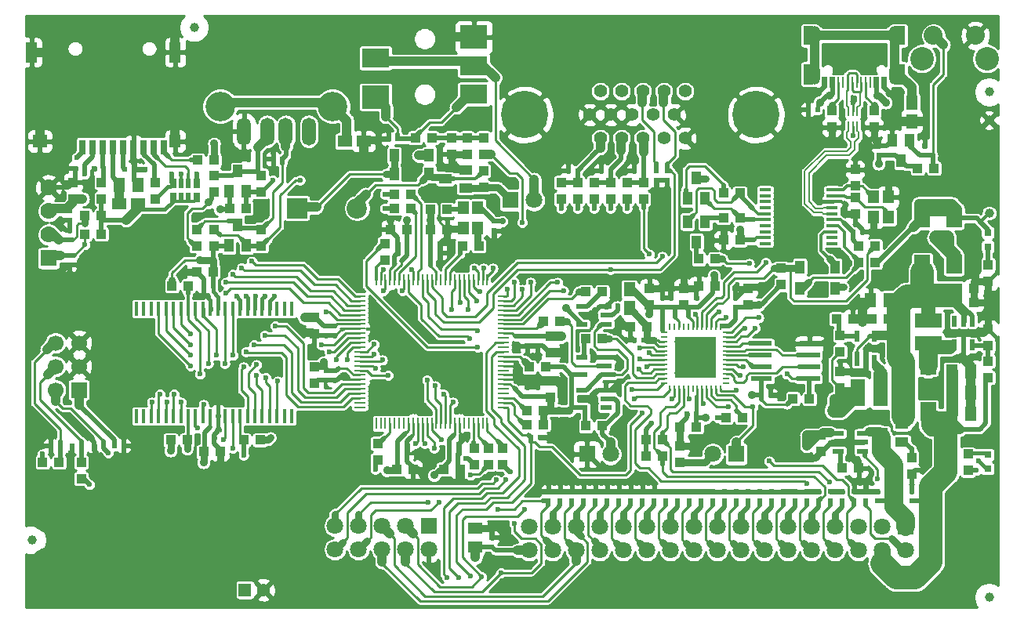
<source format=gbr>
G04 #@! TF.GenerationSoftware,KiCad,Pcbnew,5.1.0-rc2-unknown-036be7d~80~ubuntu16.04.1*
G04 #@! TF.CreationDate,2022-12-16T15:04:29+02:00*
G04 #@! TF.ProjectId,AgonLight2_Rev_B,41676f6e-4c69-4676-9874-325f5265765f,rev?*
G04 #@! TF.SameCoordinates,Original*
G04 #@! TF.FileFunction,Copper,L1,Top*
G04 #@! TF.FilePolarity,Positive*
%FSLAX46Y46*%
G04 Gerber Fmt 4.6, Leading zero omitted, Abs format (unit mm)*
G04 Created by KiCad (PCBNEW 5.1.0-rc2-unknown-036be7d~80~ubuntu16.04.1) date 2022-12-16 15:04:29*
%MOMM*%
%LPD*%
G04 APERTURE LIST*
%ADD10R,1.200000X1.400000*%
%ADD11C,1.800000*%
%ADD12R,1.750000X1.750000*%
%ADD13R,1.270000X1.524000*%
%ADD14C,1.700000*%
%ADD15R,1.700000X1.700000*%
%ADD16R,2.200000X0.600000*%
%ADD17R,1.800000X1.800000*%
%ADD18R,2.200000X2.200000*%
%ADD19C,2.200000*%
%ADD20R,0.250000X1.000000*%
%ADD21C,2.032000*%
%ADD22C,2.540000*%
%ADD23C,5.100000*%
%ADD24C,1.400000*%
%ADD25C,1.000000*%
%ADD26R,1.778000X1.778000*%
%ADD27C,1.778000*%
%ADD28R,2.999999X2.100000*%
%ADD29R,2.999999X2.500000*%
%ADD30R,1.200000X0.550000*%
%ADD31R,1.016000X1.016000*%
%ADD32R,1.524000X1.270000*%
%ADD33R,0.800000X0.800000*%
%ADD34R,1.000000X1.400000*%
%ADD35R,1.192000X1.746000*%
%ADD36R,1.700000X2.000000*%
%ADD37R,1.400000X1.000000*%
%ADD38R,3.000000X1.600000*%
%ADD39R,1.600000X3.000000*%
%ADD40R,1.200000X2.200000*%
%ADD41R,1.600000X1.400000*%
%ADD42R,0.700000X1.600000*%
%ADD43R,0.762000X1.016000*%
%ADD44R,0.508000X1.016000*%
%ADD45R,0.500000X0.550000*%
%ADD46R,0.550000X0.500000*%
%ADD47R,1.200000X0.250000*%
%ADD48R,0.250000X1.200000*%
%ADD49R,0.400000X1.500000*%
%ADD50C,1.600000*%
%ADD51R,4.500000X4.500000*%
%ADD52R,0.250000X0.700000*%
%ADD53R,0.700000X0.250000*%
%ADD54R,0.550000X1.200000*%
%ADD55R,1.270000X0.325000*%
%ADD56R,0.300000X1.150000*%
%ADD57O,1.200000X2.200000*%
%ADD58O,1.300000X2.000000*%
%ADD59R,0.250000X1.150000*%
%ADD60R,1.100000X2.200000*%
%ADD61R,1.100000X2.000000*%
%ADD62C,3.200000*%
%ADD63O,1.500000X3.000000*%
%ADD64R,1.400000X1.400000*%
%ADD65C,5.500000*%
%ADD66C,4.000000*%
%ADD67C,0.900000*%
%ADD68C,0.600000*%
%ADD69C,0.700000*%
%ADD70C,0.254000*%
%ADD71C,1.016000*%
%ADD72C,0.762000*%
%ADD73C,0.508000*%
%ADD74C,0.406400*%
%ADD75C,0.711200*%
%ADD76C,0.304800*%
%ADD77C,1.778000*%
%ADD78C,1.270000*%
%ADD79C,1.524000*%
%ADD80C,2.540000*%
%ADD81C,2.032000*%
%ADD82C,0.203200*%
%ADD83C,0.457200*%
%ADD84C,0.558800*%
G04 APERTURE END LIST*
D10*
X97752000Y-106342000D03*
X99352000Y-108542000D03*
X97752000Y-108542000D03*
X99352000Y-106342000D03*
D11*
X83920000Y-143270000D03*
X83920000Y-140730000D03*
X86460000Y-143270000D03*
X86460000Y-140730000D03*
X89000000Y-143270000D03*
X89000000Y-140730000D03*
X91540000Y-143270000D03*
X91540000Y-140730000D03*
X94080000Y-143270000D03*
D12*
X94080000Y-140730000D03*
D13*
X150495000Y-128651000D03*
X152527000Y-128651000D03*
D14*
X53730000Y-120960000D03*
X56270000Y-120960000D03*
X53730000Y-123500000D03*
X56270000Y-123500000D03*
X53730000Y-126040000D03*
D15*
X56270000Y-126040000D03*
D16*
X135188000Y-124841000D03*
X135188000Y-123571000D03*
X135188000Y-122301000D03*
X135188000Y-121031000D03*
X129988000Y-121031000D03*
X129988000Y-122301000D03*
X129988000Y-123571000D03*
X129988000Y-124841000D03*
D11*
X105410000Y-105537000D03*
D17*
X102870000Y-105537000D03*
D18*
X79808000Y-106400000D03*
D19*
X86308000Y-106400000D03*
D20*
X139827000Y-95964000D03*
X139327000Y-95964000D03*
X140327000Y-95964000D03*
X139327000Y-97584000D03*
X139827000Y-97584000D03*
X140327000Y-97584000D03*
D21*
X153060600Y-87755400D03*
X148539400Y-87755400D03*
D22*
X154305200Y-90244600D03*
X147294800Y-90244600D03*
D23*
X104403000Y-96310000D03*
X129397000Y-96310000D03*
D24*
X121715000Y-93770000D03*
X119429000Y-93770000D03*
X117143000Y-93770000D03*
X114857000Y-93770000D03*
X112571000Y-93770000D03*
X120572000Y-96310000D03*
X118286000Y-96310000D03*
X116000000Y-96310000D03*
X113714000Y-96310000D03*
X111428000Y-96310000D03*
X121715000Y-98850000D03*
X119429000Y-98850000D03*
X117143000Y-98850000D03*
X114857000Y-98850000D03*
X112571000Y-98850000D03*
D25*
X154559000Y-96901000D03*
D26*
X53000000Y-111810000D03*
D27*
X53000000Y-109270000D03*
X53000000Y-106730000D03*
X53000000Y-104190000D03*
D28*
X98900000Y-91000000D03*
X88300000Y-90200000D03*
X98900000Y-94100000D03*
D29*
X88300000Y-94400000D03*
X98900000Y-87900000D03*
D30*
X113187000Y-118933000D03*
X113187000Y-117983000D03*
X113187000Y-117033000D03*
X110587000Y-118933000D03*
X110587000Y-117033000D03*
X110587000Y-122494000D03*
X110587000Y-124394000D03*
X113187000Y-122494000D03*
X113187000Y-123444000D03*
X113187000Y-124394000D03*
X113187000Y-127950000D03*
X113187000Y-127000000D03*
X113187000Y-126050000D03*
X110587000Y-127950000D03*
X110587000Y-126050000D03*
D17*
X111125000Y-132969000D03*
D11*
X113665000Y-132969000D03*
X124714000Y-132969000D03*
D17*
X127254000Y-132969000D03*
D31*
X81661000Y-120015000D03*
X81661000Y-118237000D03*
X81661000Y-123571000D03*
X81661000Y-125349000D03*
X92329000Y-134620000D03*
X90551000Y-134620000D03*
X95631000Y-134620000D03*
X97409000Y-134620000D03*
X107188000Y-125095000D03*
X107188000Y-126873000D03*
X107188000Y-120269000D03*
X107188000Y-122047000D03*
X94234000Y-108712000D03*
X96012000Y-108712000D03*
X89916000Y-108712000D03*
X91694000Y-108712000D03*
X71501000Y-132715000D03*
X69723000Y-132715000D03*
X70739000Y-113284000D03*
X68961000Y-113284000D03*
X117856000Y-115062000D03*
X117856000Y-116840000D03*
X122936000Y-130048000D03*
X121158000Y-130048000D03*
X94361000Y-98806000D03*
X92583000Y-98806000D03*
X117602000Y-119253000D03*
X115824000Y-119253000D03*
X98171000Y-98806000D03*
X98171000Y-100584000D03*
X121539000Y-115062000D03*
X121539000Y-116840000D03*
X123190000Y-114808000D03*
X124968000Y-114808000D03*
X128524000Y-115062000D03*
X128524000Y-116840000D03*
D13*
X152527000Y-124079000D03*
X150495000Y-124079000D03*
D32*
X99060000Y-140970000D03*
X99060000Y-143002000D03*
D13*
X150495000Y-126365000D03*
X152527000Y-126365000D03*
D31*
X55626000Y-105410000D03*
X55626000Y-103632000D03*
D13*
X62611000Y-103886000D03*
X60579000Y-103886000D03*
D31*
X136398000Y-132715000D03*
X136398000Y-130937000D03*
X141859000Y-118364000D03*
X143637000Y-118364000D03*
D13*
X143764000Y-116332000D03*
X141732000Y-116332000D03*
D31*
X140081000Y-105283000D03*
X140081000Y-107061000D03*
X140081000Y-102235000D03*
X140081000Y-104013000D03*
X127635000Y-109855000D03*
X125857000Y-109855000D03*
X152908000Y-116586000D03*
X151130000Y-116586000D03*
X152908000Y-115062000D03*
X151130000Y-115062000D03*
X138430000Y-125857000D03*
X138430000Y-124079000D03*
D33*
X154400000Y-134562000D03*
X154400000Y-133038000D03*
X154400000Y-110562000D03*
X154400000Y-109038000D03*
D34*
X94102000Y-102743000D03*
X90302000Y-102743000D03*
X90302000Y-100711000D03*
X94102000Y-100711000D03*
D35*
X150749000Y-107609000D03*
X150749000Y-112355000D03*
D36*
X150749000Y-112482000D03*
X150749000Y-107482000D03*
X147320000Y-107482000D03*
X147320000Y-112482000D03*
D35*
X147320000Y-112355000D03*
X147320000Y-107609000D03*
X147955000Y-123484000D03*
X147955000Y-128230000D03*
D36*
X147955000Y-128357000D03*
X147955000Y-123357000D03*
D34*
X73403460Y-108244640D03*
X74358500Y-110454440D03*
X72456040Y-110454440D03*
X73403460Y-102402640D03*
X74358500Y-104612440D03*
X72456040Y-104612440D03*
D37*
X145125440Y-131632960D03*
X145125440Y-129730500D03*
X142915640Y-130685540D03*
D25*
X154559000Y-93853000D03*
X68707000Y-86868000D03*
X154559000Y-148463000D03*
X154559000Y-106934000D03*
D13*
X115697000Y-115189000D03*
X115697000Y-117221000D03*
D32*
X84963000Y-99187000D03*
X86995000Y-99187000D03*
X62611000Y-105918000D03*
X60579000Y-105918000D03*
D13*
X146177000Y-97028000D03*
X146177000Y-94996000D03*
D38*
X147955000Y-118561000D03*
X147955000Y-120961000D03*
D39*
X142805000Y-126365000D03*
X140405000Y-126365000D03*
D40*
X51150000Y-89570000D03*
X66650000Y-89570000D03*
D41*
X52050000Y-99170000D03*
D10*
X66650000Y-99170000D03*
D42*
X65450000Y-99800000D03*
X64350000Y-99800000D03*
X63250000Y-99800000D03*
X62150000Y-99800000D03*
X61050000Y-99800000D03*
X59950000Y-99800000D03*
X58850000Y-99800000D03*
X57750000Y-99800000D03*
X56650000Y-99800000D03*
D37*
X98008440Y-104200960D03*
X98008440Y-102298500D03*
X95798640Y-103253540D03*
D10*
X143675000Y-107399000D03*
X142075000Y-105199000D03*
X143675000Y-105199000D03*
X142075000Y-107399000D03*
D34*
X122933460Y-103164640D03*
X123888500Y-105374440D03*
X121986040Y-105374440D03*
X123885960Y-107858560D03*
X121983500Y-107858560D03*
X122938540Y-110068360D03*
D31*
X88519000Y-133604000D03*
X88519000Y-131826000D03*
X98933000Y-132334000D03*
X98933000Y-134112000D03*
X100457000Y-134112000D03*
X100457000Y-132334000D03*
X101981000Y-132334000D03*
X101981000Y-134112000D03*
X90297000Y-104902000D03*
X92075000Y-104902000D03*
X92075000Y-106426000D03*
X90297000Y-106426000D03*
X89281000Y-112014000D03*
X89281000Y-110236000D03*
X108204000Y-118618000D03*
X106426000Y-118618000D03*
X104648000Y-129794000D03*
X106426000Y-129794000D03*
X106426000Y-128270000D03*
X104648000Y-128270000D03*
X104902000Y-123571000D03*
X106680000Y-123571000D03*
X99441000Y-110490000D03*
X97663000Y-110490000D03*
X94234000Y-106553000D03*
X96012000Y-106553000D03*
X67945000Y-131445000D03*
X66167000Y-131445000D03*
X66294000Y-114808000D03*
X68072000Y-114808000D03*
X74041000Y-131445000D03*
X75819000Y-131445000D03*
X110998000Y-129921000D03*
X112776000Y-129921000D03*
X110998000Y-115443000D03*
X112776000Y-115443000D03*
X112776000Y-120523000D03*
X110998000Y-120523000D03*
X117475000Y-133223000D03*
X119253000Y-133223000D03*
X119253000Y-131445000D03*
X117475000Y-131445000D03*
X99949000Y-104140000D03*
X99949000Y-102362000D03*
X96520000Y-98806000D03*
X96520000Y-100584000D03*
X127889000Y-129032000D03*
X126111000Y-129032000D03*
X99949000Y-98806000D03*
X99949000Y-100584000D03*
X110109000Y-103632000D03*
X110109000Y-105410000D03*
X108331000Y-105410000D03*
X108331000Y-103632000D03*
X111887000Y-103632000D03*
X111887000Y-105410000D03*
X113665000Y-105410000D03*
X113665000Y-103632000D03*
X115443000Y-103632000D03*
X115443000Y-105410000D03*
X117221000Y-103632000D03*
X117221000Y-105410000D03*
X135128000Y-127000000D03*
X133350000Y-127000000D03*
X68961000Y-108712000D03*
X68961000Y-110490000D03*
X70866000Y-104648000D03*
X70866000Y-102870000D03*
X75946000Y-108712000D03*
X75946000Y-110490000D03*
X75946000Y-104648000D03*
X75946000Y-102870000D03*
X70866000Y-108712000D03*
X70866000Y-110490000D03*
X72517000Y-106426000D03*
X74295000Y-106426000D03*
X56896000Y-109220000D03*
X58674000Y-109220000D03*
X58674000Y-107188000D03*
X56896000Y-107188000D03*
X70866000Y-101219000D03*
X69088000Y-101219000D03*
X58674000Y-105410000D03*
X58674000Y-103632000D03*
X64516000Y-105410000D03*
X64516000Y-103632000D03*
X146177000Y-135128000D03*
X146177000Y-133350000D03*
X142113000Y-95885000D03*
X142113000Y-97663000D03*
X137541000Y-97663000D03*
X137541000Y-95885000D03*
X152273000Y-132969000D03*
X152273000Y-134747000D03*
X140462000Y-134493000D03*
X138684000Y-134493000D03*
X138430000Y-120142000D03*
X138430000Y-121920000D03*
X138049000Y-118364000D03*
X139827000Y-118364000D03*
D43*
X66421000Y-103759000D03*
X66421000Y-105283000D03*
X68961000Y-103759000D03*
X68961000Y-105283000D03*
D44*
X67310000Y-103759000D03*
X68072000Y-103759000D03*
X67310000Y-105283000D03*
X68072000Y-105283000D03*
D45*
X89662000Y-98933000D03*
X90678000Y-98933000D03*
X109093000Y-102362000D03*
X110109000Y-102362000D03*
X113665000Y-102362000D03*
X112649000Y-102362000D03*
D46*
X118618000Y-103378000D03*
X118618000Y-102362000D03*
D45*
X117221000Y-102362000D03*
X116205000Y-102362000D03*
D46*
X119761000Y-102362000D03*
X119761000Y-103378000D03*
X100838000Y-143002000D03*
X100838000Y-141986000D03*
D45*
X74549000Y-101092000D03*
X75565000Y-101092000D03*
D46*
X146177000Y-137033000D03*
X146177000Y-138049000D03*
D45*
X77216000Y-101092000D03*
X78232000Y-101092000D03*
D46*
X106934000Y-137033000D03*
X106934000Y-138049000D03*
X108204000Y-138049000D03*
X108204000Y-137033000D03*
X109474000Y-138049000D03*
X109474000Y-137033000D03*
X110744000Y-137033000D03*
X110744000Y-138049000D03*
D45*
X61087000Y-132080000D03*
X60071000Y-132080000D03*
D46*
X112014000Y-137033000D03*
X112014000Y-138049000D03*
X113284000Y-138049000D03*
X113284000Y-137033000D03*
X114554000Y-138049000D03*
X114554000Y-137033000D03*
X115824000Y-137033000D03*
X115824000Y-138049000D03*
X55245000Y-107696000D03*
X55245000Y-106680000D03*
X117094000Y-137033000D03*
X117094000Y-138049000D03*
X118364000Y-138049000D03*
X118364000Y-137033000D03*
X55245000Y-109855000D03*
X55245000Y-108839000D03*
D45*
X57912000Y-132080000D03*
X58928000Y-132080000D03*
D46*
X119634000Y-138049000D03*
X119634000Y-137033000D03*
X120904000Y-137033000D03*
X120904000Y-138049000D03*
X55245000Y-111506000D03*
X55245000Y-112522000D03*
D45*
X55499000Y-132080000D03*
X56515000Y-132080000D03*
D46*
X122174000Y-138049000D03*
X122174000Y-137033000D03*
X123444000Y-138049000D03*
X123444000Y-137033000D03*
D45*
X54229000Y-132080000D03*
X53213000Y-132080000D03*
D46*
X124714000Y-137033000D03*
X124714000Y-138049000D03*
X125984000Y-137033000D03*
X125984000Y-138049000D03*
X127254000Y-138049000D03*
X127254000Y-137033000D03*
X128524000Y-138049000D03*
X128524000Y-137033000D03*
X129794000Y-137033000D03*
X129794000Y-138049000D03*
X131064000Y-137033000D03*
X131064000Y-138049000D03*
X132334000Y-138049000D03*
X132334000Y-137033000D03*
X133604000Y-138049000D03*
X133604000Y-137033000D03*
X134874000Y-137033000D03*
X134874000Y-138049000D03*
X136144000Y-137033000D03*
X136144000Y-138049000D03*
X137414000Y-138049000D03*
X137414000Y-137033000D03*
X138684000Y-137033000D03*
X138684000Y-138049000D03*
D45*
X56896000Y-102108000D03*
X55880000Y-102108000D03*
D46*
X139954000Y-137033000D03*
X139954000Y-138049000D03*
D45*
X58928000Y-102108000D03*
X57912000Y-102108000D03*
X62230000Y-102235000D03*
X61214000Y-102235000D03*
X64389000Y-102235000D03*
X63373000Y-102235000D03*
X136017000Y-95758000D03*
X135001000Y-95758000D03*
D47*
X86611000Y-121920000D03*
X102111000Y-121920000D03*
X86611000Y-121420000D03*
X86611000Y-120920000D03*
X86611000Y-120420000D03*
X86611000Y-119920000D03*
X86611000Y-119420000D03*
X86611000Y-118920000D03*
X86611000Y-118420000D03*
X86611000Y-117920000D03*
X86611000Y-117420000D03*
X86611000Y-116920000D03*
X86611000Y-116420000D03*
X86611000Y-115920000D03*
X86611000Y-122420000D03*
X86611000Y-122920000D03*
X86611000Y-123420000D03*
X86611000Y-123920000D03*
X86611000Y-124420000D03*
X86611000Y-124920000D03*
X86611000Y-125420000D03*
X86611000Y-125920000D03*
X86611000Y-126420000D03*
X86611000Y-126920000D03*
X86611000Y-127420000D03*
X86611000Y-127920000D03*
D48*
X94361000Y-129670000D03*
X94361000Y-114170000D03*
X93861000Y-129670000D03*
X93361000Y-129670000D03*
X92861000Y-129670000D03*
X92361000Y-129670000D03*
X91861000Y-129670000D03*
X91361000Y-129670000D03*
X90861000Y-129670000D03*
X90361000Y-129670000D03*
X89861000Y-129670000D03*
X89361000Y-129670000D03*
X88861000Y-129670000D03*
X88361000Y-129670000D03*
X94861000Y-129670000D03*
X95361000Y-129670000D03*
X95861000Y-129670000D03*
X96361000Y-129670000D03*
X96861000Y-129670000D03*
X97361000Y-129670000D03*
X97861000Y-129670000D03*
X98361000Y-129670000D03*
X98861000Y-129670000D03*
X99361000Y-129670000D03*
X99861000Y-129670000D03*
X100361000Y-129670000D03*
D47*
X102111000Y-127920000D03*
X102111000Y-127420000D03*
X102111000Y-126920000D03*
X102111000Y-126420000D03*
X102111000Y-125920000D03*
X102111000Y-125420000D03*
X102111000Y-124920000D03*
X102111000Y-124420000D03*
X102111000Y-123920000D03*
X102111000Y-123420000D03*
X102111000Y-122920000D03*
X102111000Y-122420000D03*
X102111000Y-121420000D03*
X102111000Y-120920000D03*
X102111000Y-120420000D03*
X102111000Y-119920000D03*
X102111000Y-119420000D03*
X102111000Y-118920000D03*
X102111000Y-118420000D03*
X102111000Y-117920000D03*
X102111000Y-117420000D03*
X102111000Y-116920000D03*
X102111000Y-116420000D03*
X102111000Y-115920000D03*
D48*
X100361000Y-114170000D03*
X99861000Y-114170000D03*
X99361000Y-114170000D03*
X98861000Y-114170000D03*
X98361000Y-114170000D03*
X97861000Y-114170000D03*
X97361000Y-114170000D03*
X96861000Y-114170000D03*
X96361000Y-114170000D03*
X95861000Y-114170000D03*
X95361000Y-114170000D03*
X94861000Y-114170000D03*
X93861000Y-114170000D03*
X93361000Y-114170000D03*
X92861000Y-114170000D03*
X92361000Y-114170000D03*
X91861000Y-114170000D03*
X91361000Y-114170000D03*
X90861000Y-114170000D03*
X90361000Y-114170000D03*
X89861000Y-114170000D03*
X89361000Y-114170000D03*
X88861000Y-114170000D03*
X88361000Y-114170000D03*
D49*
X62466000Y-128863000D03*
X63266000Y-128863000D03*
X64066000Y-128863000D03*
X64866000Y-128863000D03*
X65666000Y-128863000D03*
X66466000Y-128863000D03*
X67266000Y-128863000D03*
X68066000Y-128863000D03*
X68866000Y-128863000D03*
X69666000Y-128863000D03*
X70466000Y-128863000D03*
X71266000Y-128863000D03*
X72066000Y-128863000D03*
X72866000Y-128863000D03*
X73666000Y-128863000D03*
X74466000Y-128863000D03*
X75266000Y-128863000D03*
X76066000Y-128863000D03*
X76866000Y-128863000D03*
X77666000Y-128863000D03*
X78466000Y-128863000D03*
X79266000Y-128863000D03*
X79266000Y-117263000D03*
X78466000Y-117263000D03*
X77666000Y-117263000D03*
X76866000Y-117263000D03*
X76066000Y-117263000D03*
X75266000Y-117263000D03*
X74466000Y-117263000D03*
X73666000Y-117263000D03*
X72866000Y-117263000D03*
X72066000Y-117263000D03*
X71266000Y-117263000D03*
X70466000Y-117263000D03*
X69666000Y-117263000D03*
X68866000Y-117263000D03*
X68066000Y-117263000D03*
X67266000Y-117263000D03*
X66466000Y-117263000D03*
X65666000Y-117263000D03*
X64866000Y-117263000D03*
X64066000Y-117263000D03*
X63266000Y-117263000D03*
X62466000Y-117263000D03*
D25*
X121109000Y-124255000D03*
X121109000Y-120855000D03*
X124509000Y-120855000D03*
X124509000Y-124255000D03*
D50*
X122809000Y-122555000D03*
D51*
X122809000Y-122555000D03*
D52*
X120059000Y-119190000D03*
X120559000Y-119190000D03*
X121059000Y-119190000D03*
X121559000Y-119190000D03*
X122059000Y-119190000D03*
X122559000Y-119190000D03*
X123059000Y-119190000D03*
X123559000Y-119190000D03*
X124059000Y-119190000D03*
X124559000Y-119190000D03*
X125059000Y-119190000D03*
X125559000Y-119190000D03*
D53*
X126174000Y-119805000D03*
X126174000Y-120305000D03*
X126174000Y-120805000D03*
X126174000Y-121305000D03*
X126174000Y-121805000D03*
X126174000Y-122305000D03*
X126174000Y-122805000D03*
X126174000Y-123305000D03*
X126174000Y-123805000D03*
X126174000Y-124305000D03*
X126174000Y-124805000D03*
X126174000Y-125305000D03*
D52*
X125559000Y-125920000D03*
X125059000Y-125920000D03*
X124559000Y-125920000D03*
X124059000Y-125920000D03*
X123559000Y-125920000D03*
X123059000Y-125920000D03*
X122559000Y-125920000D03*
X122059000Y-125920000D03*
X121559000Y-125920000D03*
X121059000Y-125920000D03*
X120559000Y-125920000D03*
X120059000Y-125920000D03*
D53*
X119444000Y-125305000D03*
X119444000Y-124805000D03*
X119444000Y-124305000D03*
X119444000Y-123805000D03*
X119444000Y-123305000D03*
X119444000Y-122805000D03*
X119444000Y-122305000D03*
X119444000Y-121805000D03*
X119444000Y-121305000D03*
X119444000Y-120805000D03*
X119444000Y-120305000D03*
X119444000Y-119805000D03*
D30*
X138273000Y-130749000D03*
X138273000Y-132649000D03*
X140873000Y-130749000D03*
X140873000Y-131699000D03*
X140873000Y-132649000D03*
D54*
X142174000Y-120239000D03*
X140274000Y-120239000D03*
X142174000Y-122839000D03*
X141224000Y-122839000D03*
X140274000Y-122839000D03*
X150815000Y-118587900D03*
X151765000Y-118587900D03*
X152715000Y-118587900D03*
X152715000Y-121188100D03*
X151765000Y-121188100D03*
X150815000Y-121188100D03*
D55*
X130365500Y-110240000D03*
X130365500Y-109590000D03*
X130365500Y-108940000D03*
X130365500Y-108290000D03*
X130365500Y-107640000D03*
X130365500Y-106990000D03*
X130365500Y-106340000D03*
X130365500Y-105690000D03*
X130365500Y-105040000D03*
X130365500Y-104390000D03*
X137604500Y-104390000D03*
X137604500Y-105040000D03*
X137604500Y-105690000D03*
X137604500Y-106340000D03*
X137604500Y-106990000D03*
X137604500Y-107640000D03*
X137604500Y-108290000D03*
X137604500Y-108940000D03*
X137604500Y-109590000D03*
X137604500Y-110240000D03*
D34*
X145984000Y-99103000D03*
X144084000Y-99103000D03*
X145034000Y-101303000D03*
D56*
X136675000Y-92832000D03*
X143325000Y-92832000D03*
X136925000Y-92832000D03*
X143075000Y-92832000D03*
X137475000Y-92832000D03*
X142525000Y-92832000D03*
X137725000Y-92832000D03*
X142275000Y-92832000D03*
D57*
X144320000Y-91930000D03*
D58*
X144320000Y-87750000D03*
X135680000Y-87750000D03*
D57*
X135680000Y-91930000D03*
D59*
X140250000Y-92832000D03*
X139250000Y-92832000D03*
X138750000Y-92832000D03*
X139750000Y-92832000D03*
X138250000Y-92832000D03*
X140750000Y-92832000D03*
X141250000Y-92832000D03*
X141750000Y-92832000D03*
D60*
X144927600Y-91930000D03*
D61*
X144927600Y-87750000D03*
D60*
X135072400Y-91930000D03*
D61*
X135072400Y-87750000D03*
D62*
X83670000Y-95400000D03*
X71530000Y-95400000D03*
D63*
X81100000Y-98110000D03*
X78600000Y-98110000D03*
X76600000Y-98110000D03*
X74100000Y-98110000D03*
D31*
X154432000Y-122936000D03*
X154432000Y-124714000D03*
X154432000Y-121285000D03*
X154432000Y-119507000D03*
X154432000Y-112522000D03*
X154432000Y-114300000D03*
X140462000Y-112268000D03*
X142240000Y-112268000D03*
X127635000Y-104775000D03*
X125857000Y-104775000D03*
X125857000Y-107442000D03*
X127635000Y-107442000D03*
X124968000Y-111887000D03*
X123190000Y-111887000D03*
X121158000Y-133858000D03*
X121158000Y-132080000D03*
X148590000Y-102108000D03*
X146812000Y-102108000D03*
D24*
X76203300Y-147645320D03*
D64*
X74191620Y-147647860D03*
D65*
X53300000Y-138800000D03*
X152800000Y-101300000D03*
X64500000Y-110000000D03*
X152800000Y-138800000D03*
D34*
X134117000Y-112776000D03*
X137917000Y-112776000D03*
X137917000Y-115062000D03*
X134117000Y-115062000D03*
D31*
X142240000Y-110490000D03*
X140462000Y-110490000D03*
X132080000Y-112903000D03*
X132080000Y-114681000D03*
D46*
X82931000Y-120142000D03*
X82931000Y-119126000D03*
X82931000Y-124968000D03*
X82931000Y-123952000D03*
D45*
X90678000Y-132842000D03*
X91694000Y-132842000D03*
X97282000Y-132842000D03*
X96266000Y-132842000D03*
X105029000Y-131191000D03*
X106045000Y-131191000D03*
D46*
X105791000Y-125730000D03*
X105791000Y-126746000D03*
X105791000Y-121285000D03*
X105791000Y-120269000D03*
D45*
X94234000Y-110236000D03*
X95250000Y-110236000D03*
X90678000Y-110236000D03*
X91694000Y-110236000D03*
D46*
X101092000Y-108839000D03*
X101092000Y-107823000D03*
D45*
X70866000Y-131191000D03*
X69850000Y-131191000D03*
X70739000Y-114808000D03*
X69723000Y-114808000D03*
D46*
X119253000Y-117094000D03*
X119253000Y-116078000D03*
D45*
X122936000Y-128651000D03*
X121920000Y-128651000D03*
X116205000Y-120650000D03*
X117221000Y-120650000D03*
X130937000Y-126619000D03*
X129921000Y-126619000D03*
D46*
X120142000Y-116078000D03*
X120142000Y-117094000D03*
X122936000Y-117094000D03*
X122936000Y-116078000D03*
X127127000Y-117094000D03*
X127127000Y-116078000D03*
D45*
X140843000Y-108966000D03*
X139827000Y-108966000D03*
D46*
X142621000Y-100711000D03*
X142621000Y-99695000D03*
X147574000Y-99695000D03*
X147574000Y-100711000D03*
X83820000Y-119126000D03*
X83820000Y-120142000D03*
X83820000Y-124968000D03*
X83820000Y-123952000D03*
D45*
X90678000Y-131953000D03*
X91694000Y-131953000D03*
X97282000Y-131953000D03*
X96266000Y-131953000D03*
D46*
X104648000Y-126746000D03*
X104648000Y-125730000D03*
X104648000Y-120269000D03*
X104648000Y-121285000D03*
D45*
X95250000Y-111252000D03*
X94234000Y-111252000D03*
X91694000Y-111252000D03*
X90678000Y-111252000D03*
D11*
X120120000Y-140830000D03*
X117580000Y-140830000D03*
X117580000Y-143370000D03*
X120120000Y-143370000D03*
X112500000Y-140830000D03*
X109960000Y-143370000D03*
X112500000Y-143370000D03*
X109960000Y-140830000D03*
X104880000Y-140830000D03*
X107420000Y-143370000D03*
X107420000Y-140830000D03*
X104880000Y-143370000D03*
X115040000Y-140830000D03*
X115040000Y-143370000D03*
X122660000Y-140830000D03*
X122660000Y-143370000D03*
X125200000Y-140830000D03*
X125200000Y-143370000D03*
X127740000Y-140830000D03*
X127740000Y-143370000D03*
X130280000Y-140830000D03*
X130280000Y-143370000D03*
X132820000Y-140830000D03*
X132820000Y-143370000D03*
X135360000Y-143370000D03*
X135360000Y-140830000D03*
X137900000Y-143370000D03*
X137900000Y-140830000D03*
X140440000Y-143370000D03*
X140440000Y-140830000D03*
X142980000Y-143370000D03*
X142980000Y-140830000D03*
X145520000Y-143370000D03*
D12*
X145520000Y-140830000D03*
D46*
X141224000Y-137033000D03*
X141224000Y-138049000D03*
X142494000Y-138049000D03*
X142494000Y-137033000D03*
D31*
X56515000Y-133858000D03*
X56515000Y-135636000D03*
X52324000Y-133858000D03*
X54102000Y-133858000D03*
D25*
X51181000Y-142240000D03*
D66*
X53008000Y-145003000D03*
X153105000Y-144944000D03*
X59024000Y-112431000D03*
X151057000Y-96047000D03*
D67*
X84836000Y-124587000D03*
X93345000Y-135255000D03*
X97409000Y-135636000D03*
X71501000Y-133858000D03*
X67818000Y-113284000D03*
X89916000Y-107696000D03*
X96012000Y-109855000D03*
D68*
X95250000Y-112268000D03*
X102743000Y-111887000D03*
X96139000Y-105156000D03*
X91567000Y-100711000D03*
X100457000Y-111887000D03*
D67*
X83820000Y-106426000D03*
D68*
X76073000Y-106045000D03*
X54356000Y-108077000D03*
D67*
X96774000Y-101727000D03*
X80645000Y-119761000D03*
X66675000Y-97663000D03*
X62230000Y-101346000D03*
X52070000Y-97663000D03*
X52578000Y-89535000D03*
X66675000Y-87630000D03*
X99060000Y-96774000D03*
D68*
X58166000Y-132842000D03*
X55372000Y-132842000D03*
D67*
X91948000Y-123825000D03*
X97663000Y-112649000D03*
D68*
X90297000Y-116332000D03*
D67*
X108331000Y-122047000D03*
D68*
X101092000Y-109474000D03*
X100965000Y-105537000D03*
X108204000Y-102362000D03*
X111760000Y-102362000D03*
X115316000Y-102362000D03*
D67*
X108458000Y-125603000D03*
X108458000Y-126746000D03*
D69*
X114681000Y-123444000D03*
X114427000Y-125349000D03*
D67*
X114808000Y-118745000D03*
X118999000Y-115062000D03*
X121539000Y-113919000D03*
X129794000Y-114935000D03*
X131953000Y-126619000D03*
X136779000Y-121031000D03*
D68*
X139827000Y-94996000D03*
D67*
X139065000Y-107061000D03*
X143637000Y-103759000D03*
X141986000Y-108966000D03*
D68*
X118618000Y-104775000D03*
D67*
X130429000Y-119761000D03*
X125857000Y-108712000D03*
X142113000Y-98806000D03*
X137541000Y-98806000D03*
X114173000Y-115443000D03*
X122555000Y-132461000D03*
X107696000Y-131191000D03*
X147447000Y-97028000D03*
X144653000Y-94234000D03*
X135636000Y-93853000D03*
D68*
X139954000Y-114173000D03*
X135509000Y-112649000D03*
X136144000Y-115062000D03*
X139192000Y-112268000D03*
D67*
X151638000Y-119888000D03*
X150495000Y-119888000D03*
X154432000Y-116586000D03*
X154432000Y-115443000D03*
X151638000Y-122555000D03*
D68*
X77216000Y-100330000D03*
D67*
X83566000Y-101219000D03*
X54102000Y-113665000D03*
D68*
X70358000Y-107061000D03*
X146177000Y-136271000D03*
D67*
X142621000Y-121539000D03*
X141097000Y-124079000D03*
X141478000Y-121539000D03*
X140843000Y-117602000D03*
X140843000Y-118745000D03*
X139573000Y-130429000D03*
X139573000Y-131699000D03*
X140462000Y-129286000D03*
X138430000Y-89916000D03*
X141097000Y-89916000D03*
D68*
X141224000Y-136271000D03*
X138049000Y-137033000D03*
X135509000Y-137033000D03*
X132969000Y-137033000D03*
X124079000Y-137033000D03*
X122809000Y-137033000D03*
X117729000Y-137033000D03*
X113919000Y-137033000D03*
X110109000Y-137033000D03*
X106172000Y-137033000D03*
X111379000Y-137033000D03*
D67*
X100838000Y-140970000D03*
D68*
X100584000Y-144145000D03*
X108712000Y-144399000D03*
X118872000Y-144653000D03*
X128397000Y-145796000D03*
X134239000Y-145669000D03*
X139954000Y-145669000D03*
X149098000Y-148082000D03*
X81534000Y-140970000D03*
X76962000Y-140970000D03*
X79375000Y-137160000D03*
X72009000Y-145161000D03*
X66802000Y-148590000D03*
X61595000Y-148590000D03*
X56007000Y-148717000D03*
X55880000Y-144018000D03*
X65151000Y-143891000D03*
X61468000Y-140970000D03*
X59690000Y-138049000D03*
X70612000Y-140970000D03*
X71755000Y-136525000D03*
D67*
X63881000Y-130937000D03*
D68*
X67056000Y-134112000D03*
X51308000Y-131826000D03*
X62738000Y-120269000D03*
X62865000Y-125857000D03*
X60960000Y-116078000D03*
X63500000Y-114427000D03*
X57658000Y-117983000D03*
X51562000Y-114046000D03*
X87503000Y-135636000D03*
X86868000Y-131191000D03*
X79375000Y-131191000D03*
X83693000Y-131191000D03*
X53467000Y-101346000D03*
X55753000Y-96520000D03*
X63754000Y-96647000D03*
X59436000Y-91948000D03*
X59309000Y-86487000D03*
X54102000Y-86614000D03*
X69850000Y-92964000D03*
X75184000Y-87630000D03*
X75184000Y-92075000D03*
X82550000Y-87630000D03*
X90043000Y-87630000D03*
D67*
X96647000Y-87884000D03*
D68*
X96647000Y-93726000D03*
X92329000Y-96012000D03*
X104648000Y-87884000D03*
X112903000Y-88011000D03*
X120015000Y-88011000D03*
X126492000Y-88011000D03*
X132715000Y-88011000D03*
X129921000Y-91313000D03*
X109347000Y-99314000D03*
X106045000Y-101727000D03*
X102870000Y-103505000D03*
X107442000Y-108458000D03*
X109093000Y-110236000D03*
X115697000Y-109728000D03*
X118872000Y-107950000D03*
X124460000Y-101219000D03*
X127127000Y-103378000D03*
X134874000Y-98171000D03*
X132842000Y-104013000D03*
X132842000Y-107188000D03*
X132842000Y-109347000D03*
X135382000Y-108204000D03*
X128143000Y-111379000D03*
X136398000Y-103632000D03*
X137668000Y-86106000D03*
X142875000Y-86106000D03*
X150114000Y-86106000D03*
X151511000Y-91440000D03*
X147320000Y-92710000D03*
X148590000Y-103759000D03*
X154813000Y-105410000D03*
X144653000Y-112141000D03*
X143256000Y-114046000D03*
X136779000Y-117602000D03*
X135001000Y-118872000D03*
X132588000Y-117475000D03*
X133096000Y-121158000D03*
X131318000Y-128778000D03*
X133096000Y-130429000D03*
X129286000Y-133858000D03*
X57404000Y-104394000D03*
X53213000Y-131318000D03*
X51308000Y-117856000D03*
X61087000Y-132842000D03*
D67*
X86995000Y-100711000D03*
D68*
X89154000Y-115316000D03*
X56896000Y-110363000D03*
X89154000Y-113030000D03*
X56896000Y-108077000D03*
D67*
X56642000Y-105410000D03*
X70231000Y-105791000D03*
X151384000Y-130302000D03*
X147955000Y-130302000D03*
X149098000Y-130302000D03*
X150241000Y-130302000D03*
X149987000Y-110744000D03*
X149987000Y-109601000D03*
X148844000Y-109601000D03*
D68*
X114427000Y-116967000D03*
X125222000Y-129032000D03*
D67*
X80645000Y-118237000D03*
X82677000Y-123063000D03*
X94615000Y-135255000D03*
X69723000Y-133858000D03*
D68*
X76962000Y-131191000D03*
D67*
X61341000Y-107696000D03*
X91694000Y-107696000D03*
X94234000Y-107696000D03*
X92964000Y-100711000D03*
D69*
X101981000Y-107823000D03*
D67*
X69342000Y-112014000D03*
X71501000Y-106553000D03*
X70866000Y-99441000D03*
X66167000Y-132588000D03*
X89535000Y-134747000D03*
X108331000Y-120269000D03*
X108839000Y-117221000D03*
X108077000Y-128270000D03*
X109220000Y-128270000D03*
X124841000Y-113665000D03*
X129667000Y-116840000D03*
X117856000Y-117856000D03*
X128905000Y-126619000D03*
X123952000Y-129032000D03*
X142621000Y-101600000D03*
D68*
X118110000Y-129667000D03*
D67*
X138938000Y-127000000D03*
X138938000Y-128270000D03*
X137795000Y-127000000D03*
X137795000Y-128270000D03*
D68*
X102870000Y-134874000D03*
D67*
X99060000Y-144145000D03*
D68*
X52324000Y-132969000D03*
X57404000Y-136271000D03*
X128651000Y-112395000D03*
X129032000Y-127889000D03*
X59436000Y-132842000D03*
X116713000Y-123825000D03*
X123952000Y-103251000D03*
X117094000Y-128524000D03*
X148463000Y-100711000D03*
X98552000Y-146177000D03*
X139827000Y-98552000D03*
D67*
X127635000Y-108712000D03*
X142494000Y-94234000D03*
X146939000Y-105918000D03*
X148082000Y-105918000D03*
X149225000Y-105918000D03*
X150368000Y-105918000D03*
X143383000Y-94996000D03*
X136271000Y-94996000D03*
X137287000Y-94234000D03*
D68*
X153416000Y-133731000D03*
X146177000Y-132461000D03*
D67*
X134874000Y-130937000D03*
X134874000Y-132080000D03*
D68*
X130429000Y-112268000D03*
X138811000Y-114935000D03*
X80137000Y-103378000D03*
X115951000Y-125984000D03*
X77216000Y-103378000D03*
X116205000Y-127000000D03*
X89281000Y-104902000D03*
X61050000Y-101309000D03*
X101346000Y-135763000D03*
X91186000Y-115316000D03*
X66294000Y-102743000D03*
X93980000Y-138176000D03*
X99314000Y-119634000D03*
X97409000Y-116586000D03*
X99187000Y-116459000D03*
X98933000Y-112903000D03*
X102362000Y-135763000D03*
X100965000Y-112903000D03*
X104394000Y-138938000D03*
X99758500Y-146240500D03*
X103251000Y-114427000D03*
X105029000Y-114427000D03*
X117856000Y-122047000D03*
X134874000Y-136144000D03*
X117602000Y-123571000D03*
X130810000Y-133731000D03*
X137287000Y-136017000D03*
X116840000Y-121539000D03*
X116840000Y-122682000D03*
X104140000Y-115189000D03*
X102489000Y-115189000D03*
X99949000Y-112903000D03*
X101854000Y-145796000D03*
X103251000Y-140462000D03*
X99568000Y-115443000D03*
X98298000Y-117348000D03*
X96520000Y-117348000D03*
X98425000Y-120523000D03*
X99314000Y-121412000D03*
X89281000Y-106426000D03*
X58928000Y-102743000D03*
X95123000Y-138176000D03*
X101473000Y-138938000D03*
X92202000Y-113030000D03*
X68961000Y-102743000D03*
X56896000Y-102743000D03*
X67310000Y-102743000D03*
X56007000Y-100965000D03*
X67945000Y-132461000D03*
X88265000Y-134620000D03*
X69342000Y-124333000D03*
X98044000Y-133477000D03*
X74041000Y-133096000D03*
X98552000Y-135255000D03*
X104140000Y-107950000D03*
X120269000Y-127000000D03*
X125349000Y-117602000D03*
X110109000Y-106426000D03*
X122809000Y-117856000D03*
X108331000Y-106426000D03*
X126111000Y-118237000D03*
X111887000Y-106426000D03*
X128143000Y-119380000D03*
X113665000Y-106426000D03*
X129286000Y-119380000D03*
X115443000Y-106426000D03*
X117856000Y-111379000D03*
X127254000Y-126111000D03*
X128016000Y-123571000D03*
X132715000Y-124333000D03*
X153162000Y-134747000D03*
X142494000Y-135636000D03*
X118618000Y-101600000D03*
X129667000Y-118237000D03*
X113665000Y-113030000D03*
X126365000Y-127889000D03*
X56515000Y-132842000D03*
X97282000Y-146304000D03*
X54229000Y-132842000D03*
X96012000Y-146304000D03*
X76327000Y-115951000D03*
X88138000Y-121114302D03*
X85217000Y-122809000D03*
X77724000Y-125095000D03*
X84074000Y-122809000D03*
X76454000Y-124714000D03*
X83312000Y-121920000D03*
X75438000Y-124460000D03*
X82423000Y-121158000D03*
X75438000Y-123317000D03*
X82931000Y-117602000D03*
X74041000Y-123571000D03*
X72136000Y-115570000D03*
X67310000Y-127381000D03*
X72136000Y-114427000D03*
X66548000Y-126492000D03*
X72898000Y-113538000D03*
X65786000Y-127381000D03*
X73850500Y-112839500D03*
X65024000Y-126492000D03*
X74930000Y-112141000D03*
X64135000Y-127381000D03*
X77343000Y-115951000D03*
X88138000Y-122174000D03*
X75311000Y-115951000D03*
X89027000Y-122809000D03*
X74295000Y-115951000D03*
X88265000Y-123698000D03*
X73279000Y-115951000D03*
X89662000Y-124460000D03*
X68326000Y-120015000D03*
X77470000Y-119126000D03*
X68326000Y-121158000D03*
X76327000Y-120142000D03*
X68326000Y-122301000D03*
X75184000Y-121158000D03*
X68326000Y-123444000D03*
X74295000Y-121920000D03*
X95377000Y-131445000D03*
X72898000Y-132334000D03*
X127635000Y-124460000D03*
X119253000Y-111633000D03*
X94615000Y-132334000D03*
X71882000Y-131445000D03*
X93599000Y-131826000D03*
X69723000Y-127635000D03*
X92583000Y-131826000D03*
X69088000Y-130175000D03*
X93853000Y-124968000D03*
X72898000Y-122301000D03*
X94742000Y-125603000D03*
X72009000Y-123190000D03*
X95631000Y-126492000D03*
X71120000Y-122301000D03*
X96647000Y-127381000D03*
X70231000Y-123190000D03*
X108585000Y-115316000D03*
X122199400Y-127000000D03*
X107950000Y-114427000D03*
X123698000Y-127508000D03*
D70*
X85169000Y-124920000D02*
X84836000Y-124587000D01*
X86611000Y-124920000D02*
X85169000Y-124920000D01*
D71*
X97409000Y-135636000D02*
X97409000Y-134620000D01*
D72*
X71501000Y-132715000D02*
X71501000Y-133858000D01*
D73*
X53000000Y-104190000D02*
X53050000Y-104140000D01*
X53050000Y-104140000D02*
X55118000Y-104140000D01*
X55118000Y-104140000D02*
X55626000Y-103632000D01*
D72*
X68961000Y-113284000D02*
X67818000Y-113284000D01*
D70*
X90297000Y-112562321D02*
X90297000Y-112141000D01*
X89861000Y-112998321D02*
X90297000Y-112562321D01*
X89861000Y-114170000D02*
X89861000Y-112998321D01*
D73*
X90297000Y-112141000D02*
X90297000Y-111633000D01*
X90297000Y-111633000D02*
X90678000Y-111252000D01*
X89916000Y-108712000D02*
X89916000Y-107696000D01*
X89916000Y-108712000D02*
X89916000Y-108839000D01*
X89916000Y-108839000D02*
X90678000Y-109601000D01*
X90678000Y-109601000D02*
X90678000Y-111252000D01*
D72*
X96012000Y-108712000D02*
X96012000Y-109855000D01*
D73*
X95631000Y-109855000D02*
X96012000Y-109855000D01*
X95250000Y-110236000D02*
X95631000Y-109855000D01*
X95250000Y-111252000D02*
X95250000Y-110236000D01*
X95250000Y-111252000D02*
X95250000Y-112268000D01*
D72*
X97682902Y-108611098D02*
X96112902Y-108611098D01*
X96112902Y-108611098D02*
X96012000Y-108712000D01*
X97752000Y-108542000D02*
X97682902Y-108611098D01*
D73*
X54356000Y-108077000D02*
X54737000Y-107696000D01*
X54737000Y-107696000D02*
X55245000Y-107696000D01*
X54864000Y-108839000D02*
X55245000Y-108839000D01*
X54356000Y-108331000D02*
X54864000Y-108839000D01*
X54356000Y-108077000D02*
X54356000Y-108331000D01*
D72*
X97944940Y-102235000D02*
X98008440Y-102298500D01*
X96774000Y-101727000D02*
X97282000Y-102235000D01*
X97282000Y-102235000D02*
X97944940Y-102235000D01*
X96520000Y-101473000D02*
X96774000Y-101727000D01*
X96520000Y-100584000D02*
X96520000Y-101473000D01*
X96520000Y-100584000D02*
X98171000Y-100584000D01*
D74*
X69723000Y-115563413D02*
X69723000Y-114808000D01*
X70466000Y-116306413D02*
X69723000Y-115563413D01*
X70466000Y-117263000D02*
X70466000Y-116306413D01*
D73*
X68961000Y-113284000D02*
X69723000Y-114046000D01*
X69723000Y-114046000D02*
X69723000Y-114808000D01*
D70*
X84669000Y-119420000D02*
X86611000Y-119420000D01*
X83947000Y-120142000D02*
X84669000Y-119420000D01*
X83820000Y-120142000D02*
X83947000Y-120142000D01*
D73*
X82931000Y-120142000D02*
X83820000Y-120142000D01*
X81661000Y-120015000D02*
X81788000Y-120142000D01*
X81788000Y-120142000D02*
X82931000Y-120142000D01*
D72*
X80645000Y-119761000D02*
X81407000Y-119761000D01*
X81407000Y-119761000D02*
X81661000Y-120015000D01*
D71*
X66650000Y-97688000D02*
X66675000Y-97663000D01*
X66650000Y-99170000D02*
X66650000Y-97688000D01*
D75*
X62150000Y-101266000D02*
X62230000Y-101346000D01*
X62150000Y-99800000D02*
X62150000Y-101266000D01*
D73*
X62230000Y-101346000D02*
X62230000Y-102235000D01*
X62230000Y-102235000D02*
X63373000Y-102235000D01*
X62611000Y-103886000D02*
X62230000Y-103505000D01*
X62230000Y-103505000D02*
X62230000Y-102235000D01*
D74*
X57658000Y-103257896D02*
X57283896Y-103632000D01*
X57283896Y-103632000D02*
X55626000Y-103632000D01*
X57658000Y-102362000D02*
X57658000Y-103257896D01*
X57912000Y-102108000D02*
X57658000Y-102362000D01*
D73*
X55626000Y-103632000D02*
X55880000Y-103378000D01*
X55880000Y-103378000D02*
X55880000Y-102108000D01*
D71*
X52050000Y-97683000D02*
X52070000Y-97663000D01*
X52050000Y-99170000D02*
X52050000Y-97683000D01*
X52543000Y-89570000D02*
X52578000Y-89535000D01*
X51150000Y-89570000D02*
X52543000Y-89570000D01*
X66650000Y-87655000D02*
X66675000Y-87630000D01*
X66650000Y-89570000D02*
X66650000Y-87655000D01*
D73*
X74168000Y-101092000D02*
X74549000Y-101092000D01*
X74100000Y-101024000D02*
X74168000Y-101092000D01*
X74100000Y-98110000D02*
X74100000Y-101024000D01*
D70*
X95123000Y-105156000D02*
X95123000Y-107823000D01*
D74*
X96139000Y-105156000D02*
X95123000Y-105156000D01*
X95123000Y-105156000D02*
X94234000Y-105156000D01*
D70*
X95123000Y-107823000D02*
X96012000Y-108712000D01*
D73*
X70866000Y-130909116D02*
X71267635Y-130507481D01*
X70866000Y-131191000D02*
X70866000Y-130909116D01*
D76*
X71266000Y-130505846D02*
X71267635Y-130507481D01*
X71266000Y-128863000D02*
X71266000Y-130505846D01*
D73*
X70866000Y-131869600D02*
X70866000Y-131191000D01*
X71501000Y-132504600D02*
X70866000Y-131869600D01*
X71501000Y-132715000D02*
X71501000Y-132504600D01*
X55499000Y-132715000D02*
X55372000Y-132842000D01*
X55499000Y-132080000D02*
X55499000Y-132715000D01*
X82931000Y-124968000D02*
X83820000Y-124968000D01*
X84557865Y-124587000D02*
X84176865Y-124968000D01*
X84176865Y-124968000D02*
X83820000Y-124968000D01*
X84836000Y-124587000D02*
X84557865Y-124587000D01*
X81661000Y-125349000D02*
X82042000Y-124968000D01*
X82042000Y-124968000D02*
X82931000Y-124968000D01*
X91694000Y-131953000D02*
X91694000Y-132842000D01*
X92329000Y-134397150D02*
X91694000Y-133762150D01*
X91694000Y-133762150D02*
X91694000Y-132842000D01*
X92329000Y-134620000D02*
X92329000Y-134397150D01*
X97409000Y-134620000D02*
X97155000Y-134366000D01*
X97155000Y-134366000D02*
X97155000Y-132969000D01*
X97155000Y-132969000D02*
X97282000Y-132842000D01*
X97282000Y-132842000D02*
X97282000Y-131953000D01*
X97282000Y-131953000D02*
X97536000Y-131699000D01*
X97536000Y-131699000D02*
X97536000Y-130937000D01*
D70*
X97361000Y-129670000D02*
X97361000Y-130635000D01*
X97536000Y-130810000D02*
X97536000Y-130937000D01*
X97361000Y-130635000D02*
X97536000Y-130810000D01*
X92361000Y-129670000D02*
X92361000Y-130905000D01*
D73*
X91694000Y-131572000D02*
X92075000Y-131191000D01*
X91694000Y-131953000D02*
X91694000Y-131572000D01*
D70*
X92361000Y-130905000D02*
X92075000Y-131191000D01*
D72*
X92852654Y-134620000D02*
X92329000Y-134620000D01*
X93345000Y-135112346D02*
X92852654Y-134620000D01*
X93345000Y-135255000D02*
X93345000Y-135112346D01*
D73*
X97536000Y-131699000D02*
X98044000Y-131191000D01*
D70*
X96361000Y-113316000D02*
X96361000Y-114170000D01*
X97663000Y-112649000D02*
X97028000Y-112649000D01*
X97028000Y-112649000D02*
X96361000Y-113316000D01*
D71*
X103632000Y-124676030D02*
X103632000Y-123952000D01*
X104050970Y-125095000D02*
X103632000Y-124676030D01*
D70*
X103388030Y-124920000D02*
X103632000Y-124676030D01*
X102111000Y-124920000D02*
X103388030Y-124920000D01*
X103375970Y-124420000D02*
X103632000Y-124676030D01*
X102111000Y-124420000D02*
X103375970Y-124420000D01*
X103100000Y-123420000D02*
X103632000Y-123952000D01*
X102111000Y-123420000D02*
X103100000Y-123420000D01*
X102111000Y-122920000D02*
X103565200Y-122920000D01*
X103632000Y-122986800D02*
X103632000Y-123952000D01*
X103565200Y-122920000D02*
X103632000Y-122986800D01*
D71*
X108331000Y-122047000D02*
X107188000Y-122047000D01*
D73*
X101092000Y-109474000D02*
X101092000Y-108839000D01*
D70*
X102489000Y-106934000D02*
X102997000Y-107442000D01*
X101854000Y-106934000D02*
X102489000Y-106934000D01*
X102997000Y-107442000D02*
X102997000Y-108585000D01*
D74*
X100965000Y-105537000D02*
X100584000Y-105156000D01*
X100584000Y-105156000D02*
X96139000Y-105156000D01*
D70*
X100965000Y-106045000D02*
X101854000Y-106934000D01*
X100965000Y-105537000D02*
X100965000Y-106045000D01*
D73*
X116205000Y-102362000D02*
X115316000Y-102362000D01*
X112649000Y-102362000D02*
X111760000Y-102362000D01*
X109093000Y-102362000D02*
X108204000Y-102362000D01*
X118618000Y-103378000D02*
X119761000Y-103378000D01*
D71*
X108458000Y-125603000D02*
X107950000Y-125095000D01*
X107950000Y-125095000D02*
X107188000Y-125095000D01*
X108458000Y-126746000D02*
X108458000Y-125603000D01*
D73*
X114112000Y-122494000D02*
X113187000Y-122494000D01*
X114681000Y-123444000D02*
X114681000Y-123063000D01*
X114681000Y-123063000D02*
X114112000Y-122494000D01*
X113726000Y-126050000D02*
X113187000Y-126050000D01*
X114427000Y-125349000D02*
X113726000Y-126050000D01*
D72*
X114808000Y-118745000D02*
X115316000Y-119253000D01*
X115316000Y-119253000D02*
X115824000Y-119253000D01*
D73*
X115857060Y-120302060D02*
X116205000Y-120650000D01*
X115857060Y-119286060D02*
X115857060Y-120302060D01*
X115824000Y-119253000D02*
X115857060Y-119286060D01*
X119253000Y-115316000D02*
X118999000Y-115062000D01*
X119253000Y-116078000D02*
X119253000Y-115316000D01*
D72*
X117856000Y-115062000D02*
X118999000Y-115062000D01*
D73*
X120142000Y-116078000D02*
X119253000Y-116078000D01*
X120142000Y-115062000D02*
X120142000Y-116078000D01*
X121539000Y-115062000D02*
X120142000Y-115062000D01*
X127231348Y-116078000D02*
X127127000Y-116078000D01*
X128247348Y-115062000D02*
X127231348Y-116078000D01*
X128524000Y-115062000D02*
X128247348Y-115062000D01*
D72*
X121539000Y-115062000D02*
X121539000Y-113919000D01*
X123190000Y-114808000D02*
X122936000Y-115062000D01*
X122936000Y-115062000D02*
X121539000Y-115062000D01*
D73*
X122936000Y-116078000D02*
X122936000Y-115062000D01*
D72*
X128651000Y-114935000D02*
X129667000Y-114935000D01*
X128524000Y-115062000D02*
X128651000Y-114935000D01*
D73*
X130937000Y-126619000D02*
X131953000Y-126619000D01*
X136779000Y-121031000D02*
X135188000Y-121031000D01*
D70*
X139827000Y-95964000D02*
X139827000Y-94996000D01*
D72*
X140081000Y-107061000D02*
X139065000Y-107061000D01*
D76*
X137604500Y-105690000D02*
X138583000Y-105690000D01*
X139065000Y-106172000D02*
X139065000Y-107061000D01*
X138583000Y-105690000D02*
X139065000Y-106172000D01*
D72*
X143675000Y-103797000D02*
X143637000Y-103759000D01*
X143675000Y-105199000D02*
X143675000Y-103797000D01*
X142075000Y-108877000D02*
X141986000Y-108966000D01*
X142075000Y-107399000D02*
X142075000Y-108877000D01*
D73*
X140843000Y-108966000D02*
X141986000Y-108966000D01*
X118618000Y-103378000D02*
X118618000Y-104775000D01*
D72*
X125857000Y-109855000D02*
X125857000Y-108712000D01*
X142113000Y-97663000D02*
X142113000Y-98806000D01*
X137541000Y-97663000D02*
X137541000Y-98806000D01*
D73*
X114173000Y-115443000D02*
X114173000Y-116047000D01*
X114173000Y-116047000D02*
X113187000Y-117033000D01*
D72*
X122174000Y-132080000D02*
X122555000Y-132461000D01*
X121158000Y-132080000D02*
X122174000Y-132080000D01*
X121158000Y-132080000D02*
X121158000Y-130048000D01*
D73*
X121920000Y-129032000D02*
X121920000Y-128651000D01*
X121158000Y-129794000D02*
X121920000Y-129032000D01*
X121158000Y-130048000D02*
X121158000Y-129794000D01*
X107188000Y-122047000D02*
X107061000Y-122047000D01*
X107061000Y-122047000D02*
X106299000Y-121285000D01*
X106299000Y-121285000D02*
X104648000Y-121285000D01*
X104648000Y-125730000D02*
X104648000Y-125349000D01*
X104648000Y-125349000D02*
X104394000Y-125095000D01*
D71*
X104394000Y-125095000D02*
X104050970Y-125095000D01*
D73*
X105791000Y-125222000D02*
X105664000Y-125095000D01*
X105791000Y-125730000D02*
X105791000Y-125222000D01*
D71*
X105664000Y-125095000D02*
X104394000Y-125095000D01*
X107188000Y-125095000D02*
X105664000Y-125095000D01*
D73*
X107696000Y-131191000D02*
X106045000Y-131191000D01*
X112649000Y-134493000D02*
X114935000Y-134493000D01*
X111125000Y-132969000D02*
X112649000Y-134493000D01*
X113187000Y-126050000D02*
X112329000Y-126050000D01*
X112329000Y-126050000D02*
X111887000Y-126492000D01*
X111976832Y-117602000D02*
X111887000Y-117602000D01*
X112545832Y-117033000D02*
X111976832Y-117602000D01*
X113187000Y-117033000D02*
X112545832Y-117033000D01*
D71*
X147447000Y-97028000D02*
X146177000Y-97028000D01*
D76*
X143075000Y-92832000D02*
X143075000Y-93418000D01*
X143891000Y-94234000D02*
X144653000Y-94234000D01*
X143075000Y-93418000D02*
X143891000Y-94234000D01*
X144399000Y-93980000D02*
X144653000Y-94234000D01*
X144018000Y-93980000D02*
X144399000Y-93980000D01*
X143325000Y-93287000D02*
X144018000Y-93980000D01*
X143325000Y-92832000D02*
X143325000Y-93287000D01*
D73*
X135001000Y-94488000D02*
X135001000Y-95758000D01*
X135636000Y-93853000D02*
X135001000Y-94488000D01*
D76*
X136925000Y-93299114D02*
X136925000Y-92832000D01*
X136371114Y-93853000D02*
X136925000Y-93299114D01*
X135636000Y-93853000D02*
X136371114Y-93853000D01*
X136675000Y-93195000D02*
X136675000Y-92832000D01*
X135890000Y-93599000D02*
X136271000Y-93599000D01*
X135636000Y-93853000D02*
X135890000Y-93599000D01*
X136271000Y-93599000D02*
X136675000Y-93195000D01*
D71*
X146177000Y-97028000D02*
X145034000Y-97028000D01*
D73*
X144084000Y-99103000D02*
X143492000Y-99695000D01*
X143492000Y-99695000D02*
X142621000Y-99695000D01*
X142113000Y-99187000D02*
X142113000Y-98806000D01*
X142621000Y-99695000D02*
X142113000Y-99187000D01*
X151765000Y-120015000D02*
X151638000Y-119888000D01*
X151765000Y-121188100D02*
X151765000Y-120015000D01*
D72*
X151638000Y-119888000D02*
X150495000Y-119888000D01*
X154432000Y-116586000D02*
X152908000Y-116586000D01*
X154432000Y-114300000D02*
X154432000Y-115443000D01*
X154432000Y-115443000D02*
X154432000Y-116586000D01*
X152908000Y-115062000D02*
X152908000Y-116586000D01*
X152908000Y-114300000D02*
X154432000Y-114300000D01*
X152908000Y-115062000D02*
X152908000Y-114300000D01*
D73*
X151765000Y-122428000D02*
X151638000Y-122555000D01*
X151765000Y-121188100D02*
X151765000Y-122428000D01*
D71*
X152527000Y-123444000D02*
X151638000Y-122555000D01*
X152527000Y-124079000D02*
X152527000Y-123444000D01*
X152527000Y-124079000D02*
X152527000Y-126365000D01*
X152527000Y-126365000D02*
X152527000Y-128651000D01*
D72*
X154432000Y-119507000D02*
X154432000Y-116586000D01*
X154305000Y-119507000D02*
X154432000Y-119507000D01*
X153924000Y-119888000D02*
X154305000Y-119507000D01*
X151638000Y-119888000D02*
X153924000Y-119888000D01*
D74*
X77216000Y-100330000D02*
X77216000Y-101092000D01*
D73*
X54102000Y-113665000D02*
X55245000Y-112522000D01*
X54737000Y-114681000D02*
X54737000Y-114300000D01*
X54737000Y-114300000D02*
X54102000Y-113665000D01*
X146177000Y-137033000D02*
X146177000Y-136271000D01*
X139954000Y-137033000D02*
X141224000Y-137033000D01*
X141224000Y-137033000D02*
X142494000Y-137033000D01*
X146177000Y-135128000D02*
X146177000Y-136271000D01*
D71*
X139827000Y-118364000D02*
X141859000Y-118364000D01*
X140843000Y-117221000D02*
X140843000Y-118745000D01*
X141732000Y-116332000D02*
X140843000Y-117221000D01*
D73*
X141224000Y-123952000D02*
X141097000Y-124079000D01*
X141224000Y-122839000D02*
X141224000Y-123952000D01*
X141224000Y-121793000D02*
X141478000Y-121539000D01*
X141224000Y-122839000D02*
X141224000Y-121793000D01*
D72*
X141478000Y-121539000D02*
X142621000Y-121539000D01*
X141097000Y-124079000D02*
X138430000Y-124079000D01*
D73*
X136398000Y-127635000D02*
X134747000Y-129286000D01*
X136779000Y-121031000D02*
X136906000Y-121158000D01*
X136906000Y-121158000D02*
X136906000Y-125349000D01*
X136906000Y-125349000D02*
X136398000Y-125857000D01*
X136398000Y-125857000D02*
X136398000Y-127635000D01*
X137541000Y-131699000D02*
X139573000Y-131699000D01*
X136525000Y-132715000D02*
X137541000Y-131699000D01*
X136398000Y-132715000D02*
X136525000Y-132715000D01*
D72*
X139573000Y-131699000D02*
X139573000Y-130429000D01*
X139573000Y-130175000D02*
X140462000Y-129286000D01*
X139573000Y-130429000D02*
X139573000Y-130175000D01*
D73*
X140873000Y-131699000D02*
X139573000Y-131699000D01*
D72*
X139573000Y-131699000D02*
X139573000Y-133223000D01*
X139573000Y-133223000D02*
X140462000Y-134112000D01*
X140462000Y-134112000D02*
X140462000Y-134493000D01*
D73*
X141224000Y-137033000D02*
X141224000Y-136271000D01*
X137414000Y-137033000D02*
X138049000Y-137033000D01*
X138049000Y-137033000D02*
X138684000Y-137033000D01*
X136144000Y-137033000D02*
X135509000Y-137033000D01*
X135509000Y-137033000D02*
X134874000Y-137033000D01*
X133604000Y-137033000D02*
X132969000Y-137033000D01*
X132334000Y-137033000D02*
X132969000Y-137033000D01*
X124714000Y-137033000D02*
X124079000Y-137033000D01*
X123444000Y-137033000D02*
X124079000Y-137033000D01*
X122174000Y-137033000D02*
X122809000Y-137033000D01*
X123444000Y-137033000D02*
X122809000Y-137033000D01*
X113284000Y-137033000D02*
X113919000Y-137033000D01*
X114554000Y-137033000D02*
X113919000Y-137033000D01*
X114554000Y-137033000D02*
X115824000Y-137033000D01*
X115824000Y-137033000D02*
X117094000Y-137033000D01*
X117094000Y-137033000D02*
X117729000Y-137033000D01*
X117729000Y-137033000D02*
X118364000Y-137033000D01*
X118364000Y-137033000D02*
X119634000Y-137033000D01*
X119634000Y-137033000D02*
X120904000Y-137033000D01*
X120904000Y-137033000D02*
X122174000Y-137033000D01*
X106934000Y-137033000D02*
X106172000Y-137033000D01*
X106934000Y-137033000D02*
X108204000Y-137033000D01*
X108204000Y-137033000D02*
X109474000Y-137033000D01*
X109474000Y-137033000D02*
X110109000Y-137033000D01*
X110744000Y-137033000D02*
X110109000Y-137033000D01*
X112014000Y-137033000D02*
X111379000Y-137033000D01*
X110744000Y-137033000D02*
X111379000Y-137033000D01*
X112014000Y-137033000D02*
X113284000Y-137033000D01*
X100838000Y-141986000D02*
X100838000Y-140970000D01*
D72*
X99060000Y-140970000D02*
X100838000Y-140970000D01*
D70*
X99568000Y-135636000D02*
X100203000Y-135636000D01*
X99187000Y-136017000D02*
X99568000Y-135636000D01*
X97790000Y-136017000D02*
X99187000Y-136017000D01*
X97409000Y-135636000D02*
X97790000Y-136017000D01*
D73*
X94080000Y-143270000D02*
X94080000Y-144880000D01*
D70*
X83820000Y-106426000D02*
X78740000Y-111506000D01*
X78740000Y-111506000D02*
X73660000Y-111506000D01*
X73660000Y-111506000D02*
X73279000Y-111887000D01*
D76*
X96774000Y-101727000D02*
X96901000Y-101854000D01*
D73*
X146558000Y-134747000D02*
X147320000Y-134747000D01*
X146177000Y-135128000D02*
X146558000Y-134747000D01*
D72*
X136398000Y-132715000D02*
X135763000Y-133350000D01*
X135763000Y-133350000D02*
X134112000Y-133350000D01*
D73*
X140843000Y-108966000D02*
X140843000Y-108712000D01*
X140843000Y-108712000D02*
X140081000Y-107950000D01*
D74*
X154432000Y-119507000D02*
X155448000Y-120523000D01*
X155448000Y-120523000D02*
X155448000Y-121158000D01*
X154432000Y-114300000D02*
X155448000Y-113284000D01*
X155448000Y-113284000D02*
X155448000Y-112903000D01*
D73*
X53213000Y-131318000D02*
X53213000Y-132080000D01*
X58166000Y-132842000D02*
X57912000Y-132588000D01*
X57912000Y-132588000D02*
X57912000Y-132080000D01*
X51308000Y-131826000D02*
X50800000Y-131318000D01*
X50800000Y-131318000D02*
X50800000Y-120777000D01*
X50800000Y-120777000D02*
X52070000Y-119507000D01*
X57912000Y-132080000D02*
X57912000Y-131699000D01*
X57912000Y-131699000D02*
X56769000Y-130556000D01*
X61087000Y-132080000D02*
X61087000Y-132842000D01*
D71*
X86995000Y-100711000D02*
X86995000Y-99187000D01*
D73*
X86995000Y-99187000D02*
X87249000Y-98933000D01*
X87249000Y-98933000D02*
X89662000Y-98933000D01*
D71*
X96663000Y-87900000D02*
X96647000Y-87884000D01*
X98900000Y-87900000D02*
X96663000Y-87900000D01*
D70*
X89361000Y-115109000D02*
X89361000Y-114170000D01*
X89154000Y-115316000D02*
X89361000Y-115109000D01*
X56896000Y-109220000D02*
X56896000Y-110363000D01*
D71*
X53000000Y-111810000D02*
X53304000Y-111506000D01*
X53304000Y-111506000D02*
X54229000Y-111506000D01*
D73*
X54229000Y-111506000D02*
X55245000Y-111506000D01*
D70*
X55753000Y-111506000D02*
X56896000Y-110363000D01*
D73*
X55245000Y-111506000D02*
X55753000Y-111506000D01*
X110744000Y-138049000D02*
X110744000Y-138557000D01*
D72*
X109960000Y-140830000D02*
X109960000Y-139341000D01*
D73*
X109960000Y-139341000D02*
X110744000Y-138557000D01*
D72*
X109960000Y-140830000D02*
X109960000Y-141329000D01*
X109960000Y-141329000D02*
X110490000Y-141859000D01*
D71*
X89000000Y-143270000D02*
X89000000Y-144626000D01*
D70*
X111201200Y-142570200D02*
X110490000Y-141859000D01*
X89000000Y-144626000D02*
X89000000Y-144753000D01*
X89000000Y-144753000D02*
X93091000Y-148844000D01*
X93091000Y-148844000D02*
X106934000Y-148844000D01*
X111201200Y-144576800D02*
X111201200Y-142570200D01*
X106934000Y-148844000D02*
X111201200Y-144576800D01*
X88861000Y-113323000D02*
X88861000Y-114170000D01*
X89154000Y-113030000D02*
X88861000Y-113323000D01*
D72*
X56896000Y-107188000D02*
X56896000Y-108077000D01*
D73*
X55245000Y-109855000D02*
X55626000Y-109855000D01*
D70*
X56007000Y-109474000D02*
X55626000Y-109855000D01*
X56007000Y-108326318D02*
X56007000Y-109474000D01*
X56256318Y-108077000D02*
X56007000Y-108326318D01*
X56896000Y-108077000D02*
X56256318Y-108077000D01*
D71*
X53000000Y-109270000D02*
X53517000Y-109270000D01*
X53517000Y-109270000D02*
X54102000Y-109855000D01*
D73*
X54102000Y-109855000D02*
X55245000Y-109855000D01*
X109474000Y-138049000D02*
X109474000Y-138557000D01*
D72*
X109960000Y-143370000D02*
X109960000Y-143361000D01*
X109960000Y-143361000D02*
X109093000Y-142494000D01*
D70*
X109093000Y-142494000D02*
X108712000Y-142113000D01*
X108712000Y-139319000D02*
X109474000Y-138557000D01*
X108712000Y-142113000D02*
X108712000Y-139319000D01*
D71*
X109960000Y-143370000D02*
X109960000Y-144504000D01*
X89000000Y-140730000D02*
X89000000Y-140816000D01*
X89000000Y-140816000D02*
X89789000Y-141605000D01*
D70*
X90297000Y-144971331D02*
X90297000Y-142113000D01*
X109960000Y-144504000D02*
X109960000Y-144675000D01*
X90297000Y-142113000D02*
X89789000Y-141605000D01*
X109960000Y-144675000D02*
X106299000Y-148336000D01*
X106299000Y-148336000D02*
X93661669Y-148336000D01*
X93661669Y-148336000D02*
X90297000Y-144971331D01*
D71*
X55626000Y-105410000D02*
X56642000Y-105410000D01*
X55626000Y-105791000D02*
X55626000Y-105410000D01*
X54958464Y-106458536D02*
X55626000Y-105791000D01*
X53271464Y-106458536D02*
X54958464Y-106458536D01*
X53000000Y-106730000D02*
X53271464Y-106458536D01*
D73*
X55179928Y-106680000D02*
X54958464Y-106458536D01*
X55245000Y-106680000D02*
X55179928Y-106680000D01*
X68961000Y-110490000D02*
X68834000Y-110490000D01*
X68834000Y-110490000D02*
X68326000Y-109982000D01*
X70612000Y-105410000D02*
X70231000Y-105791000D01*
X70612000Y-104902000D02*
X70612000Y-105410000D01*
X70866000Y-104648000D02*
X70612000Y-104902000D01*
D77*
X142980000Y-143370000D02*
X142980000Y-144758000D01*
D71*
X150749000Y-112268000D02*
X150749000Y-112482000D01*
D78*
X150495000Y-128651000D02*
X150495000Y-126365000D01*
X150495000Y-126365000D02*
X150495000Y-124079000D01*
D79*
X147955000Y-129921000D02*
X148336000Y-130302000D01*
X147955000Y-128230000D02*
X147955000Y-129921000D01*
D80*
X142980000Y-144758000D02*
X144526000Y-146304000D01*
X144526000Y-146304000D02*
X146558000Y-146304000D01*
X146558000Y-146304000D02*
X148209000Y-144653000D01*
D79*
X148336000Y-130302000D02*
X150241000Y-130302000D01*
D80*
X149860000Y-134874000D02*
X149860000Y-130302000D01*
X148209000Y-136525000D02*
X149860000Y-134874000D01*
D71*
X149860000Y-130302000D02*
X151384000Y-130302000D01*
X147955000Y-130302000D02*
X149860000Y-130302000D01*
D79*
X148780972Y-129095028D02*
X148717944Y-129032000D01*
X150177028Y-129095028D02*
X148780972Y-129095028D01*
D71*
X151384000Y-130302000D02*
X150177028Y-129095028D01*
D79*
X150749000Y-111506000D02*
X148844000Y-109601000D01*
X150749000Y-112482000D02*
X150749000Y-111506000D01*
X148844000Y-109601000D02*
X149987000Y-109601000D01*
X149987000Y-110744000D02*
X149987000Y-109601000D01*
D70*
X67945000Y-109601000D02*
X68326000Y-109982000D01*
X70231000Y-105791000D02*
X69596000Y-106426000D01*
X69596000Y-106426000D02*
X68453000Y-106426000D01*
X68453000Y-106426000D02*
X67945000Y-106934000D01*
X67945000Y-106934000D02*
X67945000Y-109601000D01*
D73*
X148082000Y-138049000D02*
X148209000Y-137922000D01*
X146177000Y-138049000D02*
X148082000Y-138049000D01*
D80*
X148209000Y-137922000D02*
X148209000Y-136525000D01*
X148209000Y-144653000D02*
X148209000Y-137922000D01*
D73*
X153543000Y-130302000D02*
X151384000Y-130302000D01*
X154178000Y-129667000D02*
X153543000Y-130302000D01*
X154178000Y-124968000D02*
X154178000Y-129667000D01*
X154432000Y-124714000D02*
X154178000Y-124968000D01*
X90678000Y-98933000D02*
X92456000Y-98933000D01*
X92456000Y-98933000D02*
X92583000Y-98806000D01*
X92583000Y-98679000D02*
X93091000Y-98171000D01*
X92583000Y-98806000D02*
X92583000Y-98679000D01*
D70*
X90678000Y-97790000D02*
X90678000Y-98425000D01*
X89408000Y-96520000D02*
X90678000Y-97790000D01*
D73*
X90678000Y-98933000D02*
X90678000Y-98425000D01*
D70*
X94107000Y-97155000D02*
X93091000Y-98171000D01*
X95377000Y-97155000D02*
X94107000Y-97155000D01*
X97028000Y-95504000D02*
X95377000Y-97155000D01*
D71*
X98432000Y-94100000D02*
X97028000Y-95504000D01*
X98900000Y-94100000D02*
X98432000Y-94100000D01*
X89408000Y-95508000D02*
X89408000Y-96520000D01*
X88300000Y-94400000D02*
X89408000Y-95508000D01*
X105410000Y-104648000D02*
X105410000Y-103300679D01*
X88651000Y-90551000D02*
X88300000Y-90200000D01*
X98451000Y-90551000D02*
X88651000Y-90551000D01*
X98900000Y-91000000D02*
X98451000Y-90551000D01*
X98900000Y-91000000D02*
X99890000Y-91000000D01*
X99890000Y-91000000D02*
X101219000Y-92329000D01*
D70*
X101219000Y-99109679D02*
X105410000Y-103300679D01*
X101219000Y-92329000D02*
X101219000Y-99109679D01*
D81*
X145520000Y-139934577D02*
X144299687Y-138714264D01*
X145520000Y-140830000D02*
X145520000Y-139934577D01*
D73*
X143634423Y-138049000D02*
X144299687Y-138714264D01*
X142494000Y-138049000D02*
X143634423Y-138049000D01*
X142915640Y-130685540D02*
X142915640Y-131150360D01*
X142915640Y-131150360D02*
X142875000Y-131191000D01*
D71*
X142915640Y-130685540D02*
X142786100Y-130556000D01*
X142786100Y-130556000D02*
X141605000Y-130556000D01*
D73*
X141412000Y-130749000D02*
X141605000Y-130556000D01*
X140873000Y-130749000D02*
X141412000Y-130749000D01*
D81*
X142875000Y-132711659D02*
X142875000Y-131191000D01*
X144299687Y-134136346D02*
X142875000Y-132711659D01*
X144299687Y-138714264D02*
X144299687Y-134136346D01*
D73*
X111058999Y-126050000D02*
X110587000Y-126050000D01*
X112714999Y-124394000D02*
X111058999Y-126050000D01*
X113187000Y-124394000D02*
X112714999Y-124394000D01*
X113187000Y-124394000D02*
X114107000Y-124394000D01*
D70*
X111887000Y-121285000D02*
X111887000Y-119761000D01*
X111887000Y-119761000D02*
X112395000Y-119253000D01*
X112268000Y-121666000D02*
X111887000Y-121285000D01*
X114427000Y-121666000D02*
X112268000Y-121666000D01*
X114107000Y-124394000D02*
X114874000Y-124394000D01*
X114874000Y-124394000D02*
X115443000Y-123825000D01*
X115443000Y-123825000D02*
X115443000Y-122682000D01*
X115443000Y-122682000D02*
X114427000Y-121666000D01*
D73*
X112715000Y-118933000D02*
X112395000Y-119253000D01*
X113187000Y-118933000D02*
X112715000Y-118933000D01*
X113859965Y-117983000D02*
X113187000Y-117983000D01*
X114427000Y-117415965D02*
X113859965Y-117983000D01*
X114427000Y-116967000D02*
X114427000Y-117415965D01*
X126111000Y-129032000D02*
X125222000Y-129032000D01*
D71*
X81661000Y-118237000D02*
X80645000Y-118237000D01*
D73*
X95250000Y-134620000D02*
X95631000Y-134620000D01*
X94615000Y-135255000D02*
X95250000Y-134620000D01*
D72*
X69723000Y-132715000D02*
X69723000Y-133858000D01*
X76708000Y-131445000D02*
X75819000Y-131445000D01*
X76962000Y-131191000D02*
X76708000Y-131445000D01*
D71*
X62611000Y-106426000D02*
X61341000Y-107696000D01*
X62611000Y-105918000D02*
X62611000Y-106426000D01*
D70*
X91059000Y-112498496D02*
X91059000Y-112141000D01*
X90361000Y-113196496D02*
X91059000Y-112498496D01*
X90361000Y-114170000D02*
X90361000Y-113196496D01*
D73*
X91059000Y-112141000D02*
X91694000Y-111506000D01*
X91694000Y-111252000D02*
X91694000Y-110236000D01*
X91694000Y-108712000D02*
X91694000Y-107696000D01*
X91694000Y-108712000D02*
X91694000Y-110236000D01*
D72*
X94234000Y-107696000D02*
X94234000Y-108712000D01*
D73*
X94234000Y-108712000D02*
X94234000Y-110236000D01*
X94234000Y-110236000D02*
X94234000Y-111252000D01*
D70*
X94861000Y-113276000D02*
X94234000Y-112649000D01*
X94861000Y-114170000D02*
X94861000Y-113276000D01*
D73*
X94234000Y-111252000D02*
X94234000Y-112649000D01*
D71*
X94102000Y-100711000D02*
X92964000Y-100711000D01*
D73*
X101092000Y-107823000D02*
X101981000Y-107823000D01*
D72*
X94234000Y-107696000D02*
X94234000Y-106553000D01*
D73*
X58674000Y-107188000D02*
X58674000Y-105410000D01*
X61341000Y-107696000D02*
X58674000Y-107696000D01*
X58674000Y-107696000D02*
X58674000Y-107188000D01*
X58674000Y-109220000D02*
X58674000Y-107696000D01*
D72*
X66294000Y-114808000D02*
X66294000Y-114173000D01*
D70*
X66294000Y-114173000D02*
X66294000Y-113411000D01*
X67691000Y-112014000D02*
X69342000Y-112014000D01*
X66294000Y-113411000D02*
X67691000Y-112014000D01*
D74*
X71266000Y-117263000D02*
X71266000Y-115970000D01*
X71266000Y-115970000D02*
X70739000Y-115443000D01*
X70739000Y-115443000D02*
X70739000Y-114808000D01*
D73*
X70739000Y-114808000D02*
X70739000Y-113284000D01*
D70*
X83947000Y-119126000D02*
X83820000Y-119126000D01*
X84153000Y-118920000D02*
X83947000Y-119126000D01*
X86611000Y-118920000D02*
X84153000Y-118920000D01*
D73*
X83820000Y-119126000D02*
X82931000Y-119126000D01*
X82703694Y-119126000D02*
X82931000Y-119126000D01*
X81814694Y-118237000D02*
X82703694Y-119126000D01*
X81661000Y-118237000D02*
X81814694Y-118237000D01*
D72*
X70739000Y-112014000D02*
X69342000Y-112014000D01*
X70739000Y-113284000D02*
X70739000Y-112014000D01*
D73*
X70739000Y-110617000D02*
X70739000Y-112014000D01*
X70866000Y-110490000D02*
X70739000Y-110617000D01*
X72456040Y-110454440D02*
X72420480Y-110490000D01*
X72420480Y-110490000D02*
X70866000Y-110490000D01*
X72456040Y-104612440D02*
X72517000Y-104673400D01*
X72517000Y-104673400D02*
X72517000Y-106426000D01*
X72390000Y-106553000D02*
X71501000Y-106553000D01*
X72517000Y-106426000D02*
X72390000Y-106553000D01*
D74*
X62865000Y-106172000D02*
X62611000Y-105918000D01*
X66421000Y-105283000D02*
X66421000Y-105664000D01*
X66421000Y-105664000D02*
X65532000Y-106553000D01*
X65532000Y-106553000D02*
X62865000Y-106553000D01*
X62865000Y-106553000D02*
X62865000Y-106172000D01*
D76*
X67310000Y-105283000D02*
X67310000Y-105664000D01*
X66421000Y-105283000D02*
X66421000Y-105537000D01*
X66421000Y-105537000D02*
X66548000Y-105664000D01*
X68961000Y-105283000D02*
X68961000Y-105410000D01*
X68961000Y-105410000D02*
X68707000Y-105664000D01*
X68072000Y-105410000D02*
X68326000Y-105664000D01*
X68072000Y-105283000D02*
X68072000Y-105410000D01*
X68326000Y-105664000D02*
X68707000Y-105664000D01*
X66548000Y-105664000D02*
X68326000Y-105664000D01*
D72*
X70866000Y-101219000D02*
X70866000Y-99441000D01*
D73*
X69723000Y-132715000D02*
X69850000Y-132588000D01*
X69850000Y-132588000D02*
X69850000Y-131191000D01*
X69850000Y-130683000D02*
X70466000Y-130067000D01*
X69850000Y-131191000D02*
X69850000Y-130683000D01*
D76*
X70466000Y-128863000D02*
X70466000Y-130067000D01*
D72*
X66167000Y-131445000D02*
X66167000Y-132588000D01*
D73*
X83820000Y-123952000D02*
X82931000Y-123952000D01*
X83820000Y-123952000D02*
X84074000Y-123952000D01*
X84074000Y-123952000D02*
X84328000Y-123698000D01*
D70*
X85894799Y-124420000D02*
X85172799Y-123698000D01*
X85172799Y-123698000D02*
X84328000Y-123698000D01*
X86611000Y-124420000D02*
X85894799Y-124420000D01*
D72*
X82677000Y-123416189D02*
X82677000Y-123063000D01*
X81815811Y-123416189D02*
X82677000Y-123416189D01*
X81661000Y-123571000D02*
X81815811Y-123416189D01*
D73*
X82931000Y-123670189D02*
X82677000Y-123416189D01*
X82931000Y-123952000D02*
X82931000Y-123670189D01*
D72*
X90424000Y-134747000D02*
X90551000Y-134620000D01*
X89535000Y-134747000D02*
X90424000Y-134747000D01*
D73*
X90551000Y-134620000D02*
X90678000Y-134493000D01*
X90678000Y-134493000D02*
X90678000Y-132842000D01*
X90678000Y-132842000D02*
X90678000Y-131953000D01*
X96266000Y-132842000D02*
X96266000Y-131953000D01*
X95631000Y-134620000D02*
X95631000Y-134366000D01*
X95631000Y-134366000D02*
X96266000Y-133731000D01*
X96266000Y-133731000D02*
X96266000Y-132842000D01*
X96266000Y-131953000D02*
X96266000Y-131445000D01*
X96266000Y-131445000D02*
X96774000Y-130937000D01*
D70*
X96861000Y-130850000D02*
X96774000Y-130937000D01*
X96861000Y-129670000D02*
X96861000Y-130850000D01*
X91861000Y-129670000D02*
X91861000Y-130389000D01*
D73*
X90678000Y-131572000D02*
X91503500Y-130746500D01*
X90678000Y-131953000D02*
X90678000Y-131572000D01*
D70*
X91861000Y-130389000D02*
X91503500Y-130746500D01*
D71*
X107188000Y-120269000D02*
X108331000Y-120269000D01*
D73*
X100711704Y-107442704D02*
X101092000Y-107823000D01*
X100710296Y-107442704D02*
X100711704Y-107442704D01*
X99609592Y-106342000D02*
X100710296Y-107442704D01*
X99352000Y-106342000D02*
X99609592Y-106342000D01*
X110921800Y-129844800D02*
X110998000Y-129921000D01*
X110921800Y-127965200D02*
X110921800Y-129844800D01*
X110602200Y-127965200D02*
X110921800Y-127965200D01*
X110587000Y-127950000D02*
X110602200Y-127965200D01*
D72*
X107188000Y-128270000D02*
X107188000Y-126873000D01*
X108077000Y-128270000D02*
X107188000Y-128270000D01*
X106426000Y-128270000D02*
X107188000Y-128270000D01*
D73*
X108585000Y-123571000D02*
X106680000Y-123571000D01*
X109408000Y-124394000D02*
X108585000Y-123571000D01*
X110587000Y-124394000D02*
X109408000Y-124394000D01*
D72*
X108077000Y-128270000D02*
X109220000Y-128270000D01*
D73*
X109408000Y-124394000D02*
X109474000Y-124460000D01*
X109474000Y-128016000D02*
X109220000Y-128270000D01*
X109474000Y-124460000D02*
X109474000Y-128016000D01*
X109540000Y-127950000D02*
X109220000Y-128270000D01*
X110587000Y-127950000D02*
X109540000Y-127950000D01*
X117856000Y-116840000D02*
X118110000Y-117094000D01*
X118110000Y-117094000D02*
X119253000Y-117094000D01*
X119253000Y-117094000D02*
X119253000Y-119659400D01*
D82*
X119298400Y-119659400D02*
X119253000Y-119659400D01*
X119444000Y-119805000D02*
X119298400Y-119659400D01*
D73*
X121539000Y-116840000D02*
X121285000Y-117094000D01*
X121539000Y-116840000D02*
X121666000Y-116967000D01*
X121285000Y-117094000D02*
X120650000Y-117094000D01*
X120650000Y-117094000D02*
X120650000Y-118237000D01*
X120650000Y-117094000D02*
X120142000Y-117094000D01*
X119253000Y-117094000D02*
X120142000Y-117094000D01*
D70*
X121059000Y-118646000D02*
X120650000Y-118237000D01*
X121059000Y-119190000D02*
X121059000Y-118646000D01*
D73*
X121539000Y-116840000D02*
X121793000Y-117094000D01*
X121793000Y-117094000D02*
X122936000Y-117094000D01*
D70*
X125559000Y-119190000D02*
X125623000Y-119126000D01*
X125623000Y-119126000D02*
X125730000Y-119126000D01*
D73*
X128524000Y-116840000D02*
X128270000Y-117094000D01*
X128270000Y-117094000D02*
X127127000Y-117094000D01*
X123190000Y-117094000D02*
X122936000Y-117094000D01*
X124714000Y-115570000D02*
X123190000Y-117094000D01*
X124714000Y-115062000D02*
X124714000Y-115570000D01*
X124968000Y-114808000D02*
X124714000Y-115062000D01*
D72*
X124841000Y-114681000D02*
X124841000Y-113665000D01*
X124968000Y-114808000D02*
X124841000Y-114681000D01*
D73*
X121539000Y-116840000D02*
X122047000Y-117348000D01*
X122047000Y-117348000D02*
X122047000Y-118110000D01*
D70*
X122559000Y-118622000D02*
X122047000Y-118110000D01*
X122559000Y-119190000D02*
X122559000Y-118622000D01*
D72*
X128524000Y-116840000D02*
X129540000Y-116840000D01*
D73*
X110587000Y-118933000D02*
X110551000Y-118933000D01*
X110551000Y-118933000D02*
X108839000Y-117221000D01*
D72*
X117856000Y-117856000D02*
X117856000Y-116840000D01*
X117674902Y-116840000D02*
X117856000Y-116840000D01*
X116023902Y-115189000D02*
X117674902Y-116840000D01*
X115697000Y-115189000D02*
X116023902Y-115189000D01*
D73*
X126492000Y-119126000D02*
X125730000Y-119126000D01*
X127127000Y-118491000D02*
X126492000Y-119126000D01*
X127127000Y-117094000D02*
X127127000Y-118491000D01*
X128905000Y-126619000D02*
X129921000Y-126619000D01*
X129988000Y-124841000D02*
X129921000Y-124908000D01*
X129921000Y-124908000D02*
X129921000Y-126619000D01*
X133350000Y-127000000D02*
X132715000Y-127635000D01*
X129921000Y-126619000D02*
X129921000Y-127127000D01*
D70*
X130429000Y-127635000D02*
X129921000Y-127127000D01*
X132715000Y-127635000D02*
X130429000Y-127635000D01*
X123059000Y-126623000D02*
X122936000Y-126746000D01*
X123059000Y-125920000D02*
X123059000Y-126623000D01*
D73*
X123063000Y-129032000D02*
X122936000Y-128905000D01*
X123952000Y-129032000D02*
X123063000Y-129032000D01*
X122936000Y-128905000D02*
X122936000Y-128651000D01*
X122936000Y-130048000D02*
X122936000Y-128905000D01*
D83*
X122936000Y-126746000D02*
X122936000Y-128651000D01*
D73*
X107188000Y-120269000D02*
X105791000Y-120269000D01*
X105791000Y-120269000D02*
X104648000Y-120269000D01*
X104648000Y-120269000D02*
X103378000Y-120269000D01*
D70*
X103029000Y-119920000D02*
X103378000Y-120269000D01*
X102111000Y-119920000D02*
X103029000Y-119920000D01*
D73*
X107188000Y-126873000D02*
X107061000Y-126746000D01*
X107061000Y-126746000D02*
X104648000Y-126746000D01*
X104140000Y-126746000D02*
X103251000Y-125857000D01*
X104648000Y-126746000D02*
X104140000Y-126746000D01*
D70*
X102814000Y-125420000D02*
X103251000Y-125857000D01*
X102111000Y-125420000D02*
X102814000Y-125420000D01*
D72*
X106426000Y-129794000D02*
X106426000Y-128270000D01*
D73*
X129921000Y-116840000D02*
X129667000Y-116840000D01*
X132080000Y-114681000D02*
X129921000Y-116840000D01*
X146558000Y-101854000D02*
X146812000Y-102108000D01*
X145585000Y-101854000D02*
X146558000Y-101854000D01*
X145034000Y-101303000D02*
X145585000Y-101854000D01*
X142621000Y-101600000D02*
X142621000Y-100711000D01*
X145034000Y-101303000D02*
X144442000Y-100711000D01*
X144442000Y-100711000D02*
X142621000Y-100711000D01*
X117475000Y-130302000D02*
X117475000Y-131445000D01*
X118110000Y-129667000D02*
X117475000Y-130302000D01*
X117475000Y-131445000D02*
X117475000Y-133223000D01*
D79*
X138500000Y-128270000D02*
X137795000Y-128270000D01*
X140405000Y-126365000D02*
X138500000Y-128270000D01*
D71*
X137795000Y-128270000D02*
X137795000Y-127000000D01*
X137795000Y-127000000D02*
X138938000Y-127000000D01*
X138430000Y-126492000D02*
X138938000Y-127000000D01*
X138430000Y-125857000D02*
X138430000Y-126492000D01*
X138806889Y-126233889D02*
X138430000Y-125857000D01*
X140273889Y-126233889D02*
X138806889Y-126233889D01*
X140405000Y-126365000D02*
X140273889Y-126233889D01*
D70*
X138430000Y-125857000D02*
X137541000Y-124968000D01*
X137541000Y-124968000D02*
X137541000Y-122809000D01*
X138430000Y-121920000D02*
X137541000Y-122809000D01*
D71*
X104880000Y-143370000D02*
X103619000Y-143370000D01*
D73*
X99060000Y-143002000D02*
X100838000Y-143002000D01*
X102743000Y-134874000D02*
X101981000Y-134112000D01*
X102870000Y-134874000D02*
X102743000Y-134874000D01*
D71*
X99060000Y-144145000D02*
X99060000Y-143002000D01*
D73*
X103606000Y-143383000D02*
X101219000Y-143383000D01*
X101219000Y-143383000D02*
X100838000Y-143002000D01*
X103619000Y-143370000D02*
X103606000Y-143383000D01*
X52324000Y-133858000D02*
X52324000Y-132969000D01*
X56769000Y-135636000D02*
X57404000Y-136271000D01*
X56515000Y-135636000D02*
X56769000Y-135636000D01*
D71*
X56270000Y-126040000D02*
X56261000Y-126049000D01*
X56270000Y-126040000D02*
X56270000Y-127644000D01*
D73*
X56270000Y-127644000D02*
X60071000Y-131445000D01*
X60071000Y-131445000D02*
X60071000Y-132080000D01*
X112776000Y-115443000D02*
X111186000Y-117033000D01*
X111186000Y-117033000D02*
X110587000Y-117033000D01*
X110853332Y-120667668D02*
X110998000Y-120523000D01*
X110853332Y-122227668D02*
X110853332Y-120667668D01*
X110587000Y-122494000D02*
X110853332Y-122227668D01*
X113187000Y-123444000D02*
X112268000Y-123444000D01*
D72*
X108204000Y-118618000D02*
X108966000Y-118618000D01*
D70*
X109855000Y-123444000D02*
X112268000Y-123444000D01*
X109452816Y-123041816D02*
X109855000Y-123444000D01*
X109452816Y-119104816D02*
X109452816Y-123041816D01*
X108966000Y-118618000D02*
X109452816Y-119104816D01*
D73*
X113187000Y-127000000D02*
X114118570Y-127000000D01*
X114118570Y-127000000D02*
X114427000Y-127308430D01*
X114427000Y-127308430D02*
X114427000Y-128524000D01*
X113030000Y-129921000D02*
X112776000Y-129921000D01*
X114427000Y-128524000D02*
X113030000Y-129921000D01*
D71*
X113665000Y-132969000D02*
X113665000Y-131699000D01*
D73*
X113665000Y-131699000D02*
X112776000Y-130810000D01*
X112776000Y-130810000D02*
X112776000Y-129921000D01*
D71*
X79808000Y-106400000D02*
X79909000Y-106299000D01*
X79909000Y-106299000D02*
X81915000Y-106299000D01*
D72*
X90302000Y-102743000D02*
X89408000Y-102743000D01*
X90302000Y-102743000D02*
X90302000Y-101605000D01*
X90302000Y-100711000D02*
X90302000Y-101605000D01*
D70*
X85471000Y-102743000D02*
X89408000Y-102743000D01*
X81915000Y-106299000D02*
X85471000Y-102743000D01*
D71*
X86308000Y-106400000D02*
X86308000Y-105843000D01*
X86308000Y-105843000D02*
X87249000Y-104902000D01*
D72*
X94102000Y-102743000D02*
X93980000Y-102743000D01*
X93980000Y-102743000D02*
X93345000Y-103378000D01*
D70*
X88265000Y-103886000D02*
X87249000Y-104902000D01*
X92837000Y-103886000D02*
X88265000Y-103886000D01*
X93345000Y-103378000D02*
X92837000Y-103886000D01*
D72*
X95606802Y-103061702D02*
X95798640Y-103253540D01*
X94420702Y-103061702D02*
X95606802Y-103061702D01*
X94102000Y-102743000D02*
X94420702Y-103061702D01*
D76*
X99057460Y-103253540D02*
X99441000Y-102870000D01*
D73*
X99441000Y-102870000D02*
X99949000Y-102362000D01*
X95798640Y-103253540D02*
X96771460Y-103253540D01*
D76*
X96771460Y-103253540D02*
X99057460Y-103253540D01*
D72*
X124968000Y-111887000D02*
X125730000Y-111887000D01*
D70*
X126238000Y-112395000D02*
X125730000Y-111887000D01*
X128651000Y-112395000D02*
X126238000Y-112395000D01*
D71*
X127254000Y-132969000D02*
X127254000Y-131699000D01*
D70*
X129032000Y-129921000D02*
X127254000Y-131699000D01*
X129032000Y-127889000D02*
X129032000Y-129921000D01*
X125059000Y-125920000D02*
X125059000Y-126456000D01*
X125059000Y-126456000D02*
X125222000Y-126619000D01*
X125222000Y-126619000D02*
X126873000Y-126619000D01*
X128143000Y-127889000D02*
X129032000Y-127889000D01*
X126873000Y-126619000D02*
X128143000Y-127889000D01*
X117094000Y-124206000D02*
X116713000Y-123825000D01*
X117983000Y-124206000D02*
X117094000Y-124206000D01*
X118384000Y-123805000D02*
X117983000Y-124206000D01*
X119444000Y-123805000D02*
X118384000Y-123805000D01*
D72*
X123019820Y-103251000D02*
X123952000Y-103251000D01*
D73*
X122933460Y-103164640D02*
X123019820Y-103251000D01*
X105029000Y-131191000D02*
X104775000Y-130937000D01*
D70*
X104140000Y-130937000D02*
X104775000Y-130937000D01*
X102111000Y-127920000D02*
X102520000Y-127920000D01*
X102520000Y-127920000D02*
X102616000Y-128016000D01*
X102616000Y-128016000D02*
X102616000Y-129413000D01*
X102616000Y-129413000D02*
X104140000Y-130937000D01*
D73*
X105029000Y-131191000D02*
X105029000Y-131699000D01*
D71*
X148539400Y-87755400D02*
X148588400Y-87755400D01*
X148588400Y-87755400D02*
X149606000Y-88773000D01*
D70*
X149606000Y-91948000D02*
X149606000Y-88773000D01*
X148463000Y-93091000D02*
X149606000Y-91948000D01*
X148463000Y-100711000D02*
X148463000Y-93091000D01*
D73*
X147574000Y-100711000D02*
X148463000Y-100711000D01*
X148463000Y-101981000D02*
X148463000Y-100711000D01*
X148590000Y-102108000D02*
X148463000Y-101981000D01*
X145984000Y-99103000D02*
X145984000Y-99629000D01*
X145984000Y-99629000D02*
X147066000Y-100711000D01*
X147066000Y-100711000D02*
X147574000Y-100711000D01*
D70*
X102997000Y-138176000D02*
X105029000Y-136144000D01*
X105029000Y-136144000D02*
X105029000Y-131699000D01*
X100965000Y-138176000D02*
X102997000Y-138176000D01*
X100203000Y-138938000D02*
X100965000Y-138176000D01*
X98552000Y-146177000D02*
X97028000Y-144653000D01*
X97028000Y-144653000D02*
X97028000Y-139573000D01*
X97028000Y-139573000D02*
X97663000Y-138938000D01*
X97663000Y-138938000D02*
X100203000Y-138938000D01*
X115824000Y-129794000D02*
X117094000Y-128524000D01*
X115824000Y-134747000D02*
X115824000Y-129794000D01*
X115316000Y-135255000D02*
X115824000Y-134747000D01*
X110363000Y-135255000D02*
X115316000Y-135255000D01*
X105029000Y-131699000D02*
X105484648Y-131699000D01*
X105484648Y-131699000D02*
X105992648Y-132207000D01*
X105992648Y-132207000D02*
X107315000Y-132207000D01*
X107315000Y-132207000D02*
X110363000Y-135255000D01*
D73*
X59436000Y-132842000D02*
X58928000Y-132334000D01*
X58928000Y-132334000D02*
X58928000Y-132080000D01*
X58928000Y-132080000D02*
X58928000Y-131572000D01*
D71*
X53730000Y-126040000D02*
X53721000Y-126049000D01*
X53721000Y-126049000D02*
X53721000Y-127254000D01*
D70*
X55372000Y-128016000D02*
X58928000Y-131572000D01*
X54483000Y-128016000D02*
X55372000Y-128016000D01*
X53721000Y-127254000D02*
X54483000Y-128016000D01*
D73*
X94234000Y-98806000D02*
X96520000Y-98806000D01*
X96520000Y-98806000D02*
X98171000Y-98806000D01*
X98171000Y-98806000D02*
X99949000Y-98806000D01*
X59950000Y-103066500D02*
X59950000Y-99800000D01*
X60198000Y-103314500D02*
X59950000Y-103066500D01*
X60198000Y-103505000D02*
X60198000Y-103314500D01*
X60579000Y-103886000D02*
X60198000Y-103505000D01*
D71*
X60579000Y-103886000D02*
X60579000Y-105918000D01*
D70*
X139827000Y-97584000D02*
X139827000Y-98552000D01*
D72*
X127635000Y-108712000D02*
X127635000Y-109855000D01*
D73*
X127635000Y-109855000D02*
X129159000Y-109855000D01*
D76*
X129424000Y-109590000D02*
X129159000Y-109855000D01*
X130365500Y-109590000D02*
X129424000Y-109590000D01*
D70*
X137725000Y-93796000D02*
X137287000Y-94234000D01*
X137725000Y-92832000D02*
X137725000Y-93796000D01*
X142275000Y-94015000D02*
X142494000Y-94234000D01*
X142275000Y-92832000D02*
X142275000Y-94015000D01*
X137475000Y-94046000D02*
X137287000Y-94234000D01*
X137475000Y-92832000D02*
X137475000Y-94046000D01*
X137725000Y-94075400D02*
X137312400Y-94488000D01*
X137725000Y-93796000D02*
X137725000Y-94075400D01*
X142525000Y-94203000D02*
X142494000Y-94234000D01*
X142525000Y-92832000D02*
X142525000Y-94203000D01*
D71*
X146939000Y-107101000D02*
X147320000Y-107482000D01*
X146939000Y-105918000D02*
X146939000Y-107101000D01*
X150749000Y-107482000D02*
X150074000Y-106807000D01*
X150074000Y-106807000D02*
X147447000Y-106807000D01*
X151130000Y-107101000D02*
X150749000Y-107482000D01*
X151130000Y-106499891D02*
X151130000Y-107101000D01*
X150548109Y-105918000D02*
X151130000Y-106499891D01*
X146939000Y-105918000D02*
X150548109Y-105918000D01*
D72*
X142621000Y-94234000D02*
X143383000Y-94996000D01*
X142494000Y-94234000D02*
X142621000Y-94234000D01*
D74*
X136017000Y-95250000D02*
X136017000Y-95758000D01*
X136271000Y-94996000D02*
X136017000Y-95250000D01*
D73*
X137033000Y-94234000D02*
X136271000Y-94996000D01*
X137287000Y-94234000D02*
X137033000Y-94234000D01*
D71*
X147320000Y-107482000D02*
X146344000Y-108458000D01*
D73*
X142240000Y-112268000D02*
X142494000Y-112268000D01*
X146304000Y-108458000D02*
X146344000Y-108458000D01*
X142494000Y-112268000D02*
X146304000Y-108458000D01*
D74*
X154247000Y-134562000D02*
X153416000Y-133731000D01*
X154400000Y-134562000D02*
X154247000Y-134562000D01*
D73*
X153202000Y-107482000D02*
X150749000Y-107482000D01*
X154400000Y-109038000D02*
X154400000Y-108680000D01*
D76*
X154559000Y-106934000D02*
X153606500Y-107886500D01*
D73*
X153606500Y-107886500D02*
X153202000Y-107482000D01*
X154400000Y-108680000D02*
X153606500Y-107886500D01*
D72*
X145293758Y-143370000D02*
X144036758Y-142113000D01*
D73*
X145520000Y-143370000D02*
X145293758Y-143370000D01*
X141224000Y-138557000D02*
X141224000Y-138049000D01*
D70*
X141732000Y-139065000D02*
X141224000Y-138557000D01*
X141732000Y-141605000D02*
X141732000Y-139065000D01*
X142240000Y-142113000D02*
X141732000Y-141605000D01*
X144036758Y-142113000D02*
X142240000Y-142113000D01*
D73*
X146177000Y-132461000D02*
X146177000Y-133350000D01*
X145348960Y-131632960D02*
X146177000Y-132461000D01*
X145125440Y-131632960D02*
X145348960Y-131632960D01*
D71*
X134874000Y-132080000D02*
X134874000Y-130937000D01*
X136017000Y-130937000D02*
X134874000Y-130937000D01*
X134874000Y-132080000D02*
X136017000Y-130937000D01*
X136398000Y-130937000D02*
X136017000Y-130937000D01*
X136398000Y-130937000D02*
X136652000Y-130683000D01*
X136652000Y-130683000D02*
X137414000Y-130683000D01*
D73*
X137480000Y-130749000D02*
X137414000Y-130683000D01*
X138273000Y-130749000D02*
X137480000Y-130749000D01*
D71*
X151130000Y-115062000D02*
X151130000Y-116586000D01*
X151130000Y-116586000D02*
X151130000Y-116840000D01*
X151130000Y-116840000D02*
X151892000Y-117602000D01*
D73*
X151765000Y-117729000D02*
X151892000Y-117602000D01*
D84*
X151765000Y-118587900D02*
X151765000Y-117729000D01*
D73*
X152715000Y-118587900D02*
X152715000Y-118044000D01*
X152273000Y-117602000D02*
X151892000Y-117602000D01*
X152715000Y-118044000D02*
X152273000Y-117602000D01*
D80*
X147320000Y-115824000D02*
X150368000Y-115824000D01*
D71*
X151130000Y-116586000D02*
X150368000Y-115824000D01*
X151130000Y-115062000D02*
X150114000Y-115062000D01*
X151130000Y-116586000D02*
X150241000Y-116586000D01*
D79*
X147955000Y-116459000D02*
X147320000Y-115824000D01*
X147955000Y-118561000D02*
X147955000Y-116459000D01*
D80*
X147320000Y-113284000D02*
X147320000Y-115824000D01*
D79*
X147320000Y-112482000D02*
X147320000Y-113284000D01*
D80*
X147320000Y-115824000D02*
X147193000Y-115951000D01*
X147193000Y-115951000D02*
X145669000Y-115951000D01*
X145669000Y-115951000D02*
X144780000Y-116840000D01*
D73*
X140274000Y-122839000D02*
X140274000Y-121986000D01*
D71*
X143637000Y-118364000D02*
X144399000Y-118364000D01*
X144399000Y-118364000D02*
X144780000Y-117983000D01*
D80*
X144780000Y-116840000D02*
X144780000Y-117983000D01*
D71*
X144780000Y-120142000D02*
X142494000Y-120142000D01*
D80*
X144780000Y-117983000D02*
X144780000Y-120142000D01*
D73*
X142397000Y-120239000D02*
X142494000Y-120142000D01*
X142174000Y-120239000D02*
X142397000Y-120239000D01*
X142174000Y-120239000D02*
X142144000Y-120269000D01*
X142144000Y-120269000D02*
X141605000Y-120269000D01*
D70*
X140274000Y-121600000D02*
X140274000Y-121986000D01*
X141605000Y-120269000D02*
X140274000Y-121600000D01*
D80*
X145288000Y-123063000D02*
X145288000Y-128905000D01*
X144780000Y-122555000D02*
X145288000Y-123063000D01*
X144780000Y-120142000D02*
X144780000Y-122555000D01*
D71*
X145125440Y-129067560D02*
X145288000Y-128905000D01*
X145125440Y-129730500D02*
X145125440Y-129067560D01*
D76*
X137604500Y-105040000D02*
X138949000Y-105040000D01*
X138949000Y-105040000D02*
X139192000Y-105283000D01*
X139192000Y-105283000D02*
X140081000Y-105283000D01*
D73*
X143675000Y-107399000D02*
X143357600Y-107081600D01*
X143357600Y-107081600D02*
X143357600Y-106629200D01*
D70*
X141097000Y-106299000D02*
X140081000Y-105283000D01*
X143027400Y-106299000D02*
X141097000Y-106299000D01*
X143357600Y-106629200D02*
X143027400Y-106299000D01*
D76*
X137604500Y-104390000D02*
X138815000Y-104390000D01*
X138815000Y-104390000D02*
X139192000Y-104013000D01*
X139192000Y-104013000D02*
X140081000Y-104013000D01*
D73*
X142075000Y-105199000D02*
X142075000Y-105118000D01*
X142075000Y-105199000D02*
X142029000Y-105199000D01*
X142029000Y-105199000D02*
X141478000Y-104648000D01*
D70*
X141478000Y-104648000D02*
X140843000Y-104013000D01*
X140843000Y-104013000D02*
X140081000Y-104013000D01*
D76*
X137604500Y-107640000D02*
X138501000Y-107640000D01*
X138501000Y-107640000D02*
X138811000Y-107950000D01*
D73*
X138811000Y-107950000D02*
X139827000Y-108966000D01*
X140462000Y-110490000D02*
X139827000Y-109855000D01*
X139827000Y-109855000D02*
X139827000Y-108966000D01*
D74*
X154400000Y-133038000D02*
X154204000Y-132842000D01*
X154204000Y-132842000D02*
X152400000Y-132842000D01*
X152400000Y-132842000D02*
X152273000Y-132969000D01*
D81*
X147955000Y-123484000D02*
X147955000Y-121539000D01*
D79*
X147955000Y-120961000D02*
X147955000Y-121539000D01*
X147955000Y-120961000D02*
X148406000Y-121412000D01*
X148406000Y-121412000D02*
X150241000Y-121412000D01*
D73*
X150530900Y-120904000D02*
X149225000Y-120904000D01*
X150815000Y-121188100D02*
X150530900Y-120904000D01*
X150464900Y-121188100D02*
X150241000Y-121412000D01*
X150815000Y-121188100D02*
X150464900Y-121188100D01*
D72*
X137917000Y-112776000D02*
X137917000Y-112517000D01*
X137917000Y-112517000D02*
X137287000Y-111887000D01*
D76*
X136398000Y-110998000D02*
X136398000Y-109296673D01*
X136754673Y-108940000D02*
X137604500Y-108940000D01*
X136398000Y-109296673D02*
X136754673Y-108940000D01*
X137287000Y-111887000D02*
X136398000Y-110998000D01*
D73*
X142240000Y-110490000D02*
X141732000Y-110998000D01*
D72*
X134117000Y-112776000D02*
X133990000Y-112903000D01*
X133990000Y-112903000D02*
X132969000Y-112903000D01*
X132969000Y-112903000D02*
X132080000Y-112903000D01*
D70*
X126365000Y-114681000D02*
X127044660Y-114001340D01*
X130219660Y-114001340D02*
X131318000Y-112903000D01*
X124059000Y-119190000D02*
X124059000Y-117877668D01*
X124059000Y-117877668D02*
X125223668Y-116713000D01*
X127044660Y-114001340D02*
X130219660Y-114001340D01*
X126365000Y-116078000D02*
X126365000Y-114681000D01*
X125223668Y-116713000D02*
X125730000Y-116713000D01*
X125730000Y-116713000D02*
X126365000Y-116078000D01*
D72*
X132080000Y-112903000D02*
X131318000Y-112903000D01*
D70*
X133096000Y-113030000D02*
X132969000Y-112903000D01*
X141732000Y-110998000D02*
X141351000Y-111379000D01*
X141351000Y-111379000D02*
X141351000Y-114173000D01*
X133096000Y-116051606D02*
X133096000Y-113030000D01*
X141351000Y-114173000D02*
X139065000Y-116459000D01*
X133503394Y-116459000D02*
X133096000Y-116051606D01*
X139065000Y-116459000D02*
X133503394Y-116459000D01*
D72*
X134117000Y-115062000D02*
X134366000Y-115062000D01*
X134366000Y-115062000D02*
X135001000Y-114427000D01*
D73*
X140462000Y-112268000D02*
X140462000Y-112141000D01*
X140462000Y-112141000D02*
X139954000Y-111633000D01*
D76*
X138938000Y-110617000D02*
X139954000Y-111633000D01*
X138262000Y-108290000D02*
X138938000Y-108966000D01*
X138938000Y-108966000D02*
X138938000Y-110617000D01*
X137604500Y-108290000D02*
X138262000Y-108290000D01*
D70*
X139065000Y-113919000D02*
X139954000Y-113030000D01*
X135509000Y-113919000D02*
X139065000Y-113919000D01*
X135001000Y-114427000D02*
X135509000Y-113919000D01*
D73*
X140462000Y-112522000D02*
X139954000Y-113030000D01*
X140462000Y-112268000D02*
X140462000Y-112522000D01*
D70*
X127000000Y-113284000D02*
X125857000Y-114427000D01*
X130429000Y-112268000D02*
X129413000Y-113284000D01*
X129413000Y-113284000D02*
X127000000Y-113284000D01*
X125857000Y-114427000D02*
X125857000Y-115824000D01*
X125857000Y-115824000D02*
X125603000Y-116078000D01*
X125603000Y-116078000D02*
X125095000Y-116078000D01*
X125095000Y-116078000D02*
X123559000Y-117614000D01*
X123559000Y-117614000D02*
X123559000Y-119190000D01*
D72*
X138044000Y-114935000D02*
X138811000Y-114935000D01*
X137917000Y-115062000D02*
X138044000Y-114935000D01*
D73*
X78232000Y-101092000D02*
X78232000Y-101600000D01*
D71*
X78600000Y-98110000D02*
X78600000Y-99708000D01*
D73*
X78613000Y-100711000D02*
X78232000Y-101092000D01*
X78613000Y-99721000D02*
X78613000Y-100711000D01*
X78600000Y-99708000D02*
X78613000Y-99721000D01*
X73403460Y-108244640D02*
X73743820Y-108585000D01*
X73743820Y-108585000D02*
X75819000Y-108585000D01*
X75819000Y-108585000D02*
X75946000Y-108712000D01*
X72981820Y-107823000D02*
X72390000Y-107823000D01*
X73403460Y-108244640D02*
X72981820Y-107823000D01*
X68961000Y-108712000D02*
X69469000Y-108204000D01*
D70*
X69850000Y-107823000D02*
X72390000Y-107823000D01*
X69469000Y-108204000D02*
X69850000Y-107823000D01*
D73*
X75946000Y-108712000D02*
X76581000Y-108077000D01*
D70*
X78232000Y-103632000D02*
X78232000Y-101600000D01*
X77216000Y-104648000D02*
X78232000Y-103632000D01*
X77216000Y-107442000D02*
X77216000Y-104648000D01*
X76581000Y-108077000D02*
X77216000Y-107442000D01*
D73*
X74358500Y-110454440D02*
X74394060Y-110490000D01*
X74394060Y-110490000D02*
X75946000Y-110490000D01*
X74358500Y-110454440D02*
X74358500Y-110299500D01*
X74358500Y-110299500D02*
X73787000Y-109728000D01*
D70*
X73787000Y-109728000D02*
X73406000Y-109347000D01*
X73406000Y-109347000D02*
X71501000Y-109347000D01*
D73*
X71501000Y-109347000D02*
X70866000Y-108712000D01*
X75946000Y-110490000D02*
X76581000Y-109855000D01*
D70*
X77978000Y-105029000D02*
X77978000Y-108458000D01*
X79629000Y-103378000D02*
X77978000Y-105029000D01*
X77978000Y-108458000D02*
X76581000Y-109855000D01*
X80137000Y-103378000D02*
X79629000Y-103378000D01*
X119377885Y-125305000D02*
X119444000Y-125305000D01*
X118698885Y-125984000D02*
X119377885Y-125305000D01*
X115951000Y-125984000D02*
X118698885Y-125984000D01*
D71*
X76600000Y-98787000D02*
X75565000Y-99822000D01*
X76600000Y-98110000D02*
X76600000Y-98787000D01*
D73*
X75565000Y-99822000D02*
X75565000Y-101092000D01*
X75946000Y-102870000D02*
X75565000Y-102489000D01*
X75565000Y-102489000D02*
X75565000Y-101092000D01*
X73403460Y-102402640D02*
X73489820Y-102489000D01*
X73489820Y-102489000D02*
X75565000Y-102489000D01*
X73403460Y-102402640D02*
X72936100Y-102870000D01*
X72936100Y-102870000D02*
X70866000Y-102870000D01*
D74*
X75946000Y-104648000D02*
X77216000Y-103378000D01*
D73*
X74358500Y-104612440D02*
X74394060Y-104648000D01*
X74394060Y-104648000D02*
X75946000Y-104648000D01*
X74358500Y-104612440D02*
X74295000Y-104675940D01*
X74295000Y-104675940D02*
X74295000Y-106426000D01*
D70*
X120059000Y-126067000D02*
X120059000Y-125920000D01*
X119380000Y-126746000D02*
X120059000Y-126067000D01*
X116459000Y-126746000D02*
X119380000Y-126746000D01*
X116205000Y-127000000D02*
X116459000Y-126746000D01*
D73*
X90297000Y-104902000D02*
X89281000Y-104902000D01*
X61050000Y-102071000D02*
X61214000Y-102235000D01*
X61050000Y-99800000D02*
X61050000Y-101309000D01*
X61050000Y-101309000D02*
X61050000Y-102071000D01*
X108204000Y-138049000D02*
X108204000Y-138557000D01*
D72*
X107420000Y-140830000D02*
X107420000Y-139341000D01*
D73*
X107420000Y-139341000D02*
X108204000Y-138557000D01*
D72*
X83920000Y-140730000D02*
X83920000Y-139473000D01*
D70*
X101346000Y-135763000D02*
X100965000Y-136144000D01*
X100965000Y-136144000D02*
X99822000Y-136144000D01*
X86741000Y-136652000D02*
X83920000Y-139473000D01*
X99822000Y-136144000D02*
X99314000Y-136652000D01*
X99314000Y-136652000D02*
X86741000Y-136652000D01*
X91361000Y-115141000D02*
X91186000Y-115316000D01*
X91361000Y-114170000D02*
X91361000Y-115141000D01*
D73*
X66294000Y-102743000D02*
X66294000Y-103632000D01*
X66294000Y-103632000D02*
X66421000Y-103759000D01*
D74*
X65862200Y-104063800D02*
X64516000Y-105410000D01*
X66116200Y-104063800D02*
X65862200Y-104063800D01*
X66421000Y-103759000D02*
X66116200Y-104063800D01*
D73*
X113284000Y-138049000D02*
X113284000Y-138557000D01*
D72*
X112500000Y-140830000D02*
X112500000Y-139341000D01*
D73*
X112500000Y-139341000D02*
X113284000Y-138557000D01*
D70*
X93980000Y-138176000D02*
X87757000Y-138176000D01*
D72*
X86460000Y-140730000D02*
X86460000Y-139473000D01*
D70*
X86460000Y-139473000D02*
X87757000Y-138176000D01*
X95377000Y-119507000D02*
X99187000Y-119507000D01*
X93361000Y-114170000D02*
X93361000Y-115967000D01*
X93361000Y-115967000D02*
X93980000Y-116586000D01*
X93980000Y-116586000D02*
X93980000Y-118110000D01*
X99187000Y-119507000D02*
X99314000Y-119634000D01*
X93980000Y-118110000D02*
X95377000Y-119507000D01*
D73*
X115824000Y-138049000D02*
X115824000Y-138557000D01*
D72*
X115040000Y-140830000D02*
X115040000Y-139341000D01*
D73*
X115040000Y-139341000D02*
X115824000Y-138557000D01*
D70*
X97361000Y-116538000D02*
X97361000Y-114170000D01*
X97409000Y-116586000D02*
X97361000Y-116538000D01*
D72*
X117580000Y-140830000D02*
X117580000Y-139341000D01*
D73*
X117580000Y-139341000D02*
X118364000Y-138557000D01*
X118364000Y-138557000D02*
X118364000Y-138049000D01*
D70*
X99187000Y-116332000D02*
X99187000Y-116459000D01*
X98361000Y-115506000D02*
X99187000Y-116332000D01*
X98361000Y-114170000D02*
X98361000Y-115506000D01*
D73*
X120904000Y-138049000D02*
X120904000Y-138557000D01*
D72*
X120120000Y-140830000D02*
X120120000Y-139468000D01*
D73*
X120904000Y-138684000D02*
X120904000Y-138557000D01*
X120120000Y-139468000D02*
X120904000Y-138684000D01*
D70*
X99361000Y-113331000D02*
X98933000Y-112903000D01*
X99361000Y-114170000D02*
X99361000Y-113331000D01*
D73*
X123444000Y-138049000D02*
X123444000Y-138557000D01*
D72*
X122660000Y-140830000D02*
X122660000Y-139468000D01*
D73*
X123444000Y-138684000D02*
X123444000Y-138557000D01*
X122660000Y-139468000D02*
X123444000Y-138684000D01*
D72*
X83920000Y-143270000D02*
X83933000Y-143270000D01*
X83933000Y-143270000D02*
X84709000Y-142494000D01*
D70*
X100076000Y-136652000D02*
X101473000Y-136652000D01*
X99441000Y-137287000D02*
X100076000Y-136652000D01*
X101473000Y-136652000D02*
X102362000Y-135763000D01*
X84709000Y-142494000D02*
X85217000Y-141986000D01*
X85217000Y-141986000D02*
X85217000Y-139319000D01*
X85217000Y-139319000D02*
X87249000Y-137287000D01*
X87249000Y-137287000D02*
X99441000Y-137287000D01*
X100965000Y-113157000D02*
X100361000Y-113761000D01*
X100361000Y-113761000D02*
X100361000Y-114170000D01*
X100965000Y-112903000D02*
X100965000Y-113157000D01*
D73*
X125984000Y-138049000D02*
X125984000Y-138557000D01*
D72*
X125200000Y-140830000D02*
X125200000Y-139468000D01*
D73*
X125984000Y-138684000D02*
X125984000Y-138557000D01*
X125200000Y-139468000D02*
X125984000Y-138684000D01*
D71*
X91540000Y-140816000D02*
X92329000Y-141605000D01*
X91540000Y-140730000D02*
X91540000Y-140816000D01*
D70*
X99758500Y-146240500D02*
X97663000Y-144145000D01*
X103632000Y-139700000D02*
X104394000Y-138938000D01*
X97663000Y-144145000D02*
X97663000Y-140081000D01*
X98044000Y-139700000D02*
X103632000Y-139700000D01*
X97663000Y-140081000D02*
X98044000Y-139700000D01*
X92837000Y-142113000D02*
X92329000Y-141605000D01*
X95250000Y-147320000D02*
X92837000Y-144907000D01*
X99758500Y-146240500D02*
X98679000Y-147320000D01*
X98679000Y-147320000D02*
X95250000Y-147320000D01*
X92837000Y-144907000D02*
X92837000Y-142113000D01*
X103251000Y-114427000D02*
X103251000Y-116078000D01*
X103251000Y-116078000D02*
X102909000Y-116420000D01*
X102909000Y-116420000D02*
X102111000Y-116420000D01*
D73*
X128524000Y-138049000D02*
X128524000Y-138557000D01*
D72*
X127740000Y-140830000D02*
X127740000Y-139468000D01*
D73*
X128524000Y-138684000D02*
X128524000Y-138557000D01*
X127740000Y-139468000D02*
X128524000Y-138684000D01*
D70*
X105029000Y-115824000D02*
X105029000Y-114427000D01*
X103433000Y-117420000D02*
X105029000Y-115824000D01*
X102111000Y-117420000D02*
X103433000Y-117420000D01*
D72*
X130280000Y-140830000D02*
X130280000Y-139468000D01*
D73*
X130280000Y-139468000D02*
X131064000Y-138684000D01*
X131064000Y-138684000D02*
X131064000Y-138049000D01*
D70*
X118114000Y-122305000D02*
X119444000Y-122305000D01*
X117856000Y-122047000D02*
X118114000Y-122305000D01*
D72*
X132820000Y-140830000D02*
X132820000Y-139468000D01*
D73*
X132820000Y-139468000D02*
X133604000Y-138684000D01*
X133604000Y-138684000D02*
X133604000Y-138049000D01*
X119253000Y-133223000D02*
X118745000Y-132715000D01*
X119253000Y-133223000D02*
X119253000Y-134112000D01*
D70*
X118364000Y-132334000D02*
X118745000Y-132715000D01*
X121059000Y-125920000D02*
X121059000Y-127353000D01*
X118364000Y-130556000D02*
X118364000Y-132334000D01*
X118999000Y-129921000D02*
X118364000Y-130556000D01*
X118999000Y-128524000D02*
X118999000Y-129921000D01*
X120523000Y-127889000D02*
X119634000Y-127889000D01*
X121059000Y-127353000D02*
X120523000Y-127889000D01*
X119634000Y-127889000D02*
X118999000Y-128524000D01*
D72*
X135360000Y-140830000D02*
X135360000Y-139468000D01*
D73*
X135360000Y-139468000D02*
X136144000Y-138684000D01*
X136144000Y-138684000D02*
X136144000Y-138049000D01*
D70*
X135636000Y-135382000D02*
X136779000Y-136525000D01*
X119761000Y-135382000D02*
X135636000Y-135382000D01*
X119253000Y-134874000D02*
X119761000Y-135382000D01*
X119253000Y-134112000D02*
X119253000Y-134874000D01*
D73*
X136144000Y-138049000D02*
X136398000Y-137795000D01*
D70*
X136779000Y-137414000D02*
X136779000Y-136525000D01*
X136398000Y-137795000D02*
X136779000Y-137414000D01*
D72*
X137900000Y-140830000D02*
X137900000Y-139468000D01*
D73*
X137900000Y-139468000D02*
X138684000Y-138684000D01*
X138684000Y-138684000D02*
X138684000Y-138176000D01*
D70*
X118491000Y-125222000D02*
X118908000Y-124805000D01*
X115570000Y-125222000D02*
X118491000Y-125222000D01*
X115189000Y-125603000D02*
X115570000Y-125222000D01*
X115189000Y-127127000D02*
X115189000Y-125603000D01*
X115824000Y-127762000D02*
X115189000Y-127127000D01*
X117602000Y-127762000D02*
X115824000Y-127762000D01*
X134620000Y-135890000D02*
X119126000Y-135890000D01*
X119126000Y-135890000D02*
X117729000Y-134493000D01*
X134874000Y-136144000D02*
X134620000Y-135890000D01*
X116332000Y-130302000D02*
X117983000Y-128651000D01*
X117983000Y-128143000D02*
X117602000Y-127762000D01*
X116840000Y-134493000D02*
X116332000Y-133985000D01*
X118908000Y-124805000D02*
X119444000Y-124805000D01*
X116332000Y-133985000D02*
X116332000Y-130302000D01*
X117729000Y-134493000D02*
X116840000Y-134493000D01*
X117983000Y-128651000D02*
X117983000Y-128143000D01*
X117868000Y-123305000D02*
X119444000Y-123305000D01*
X117602000Y-123571000D02*
X117868000Y-123305000D01*
D73*
X139954000Y-138049000D02*
X139954000Y-138557000D01*
D70*
X139954000Y-138557000D02*
X139192000Y-139319000D01*
D72*
X140440000Y-143370000D02*
X140440000Y-143361000D01*
X140440000Y-143361000D02*
X139573000Y-142494000D01*
D70*
X139192000Y-142113000D02*
X139192000Y-139319000D01*
X139573000Y-142494000D02*
X139192000Y-142113000D01*
D73*
X139954000Y-138049000D02*
X139700000Y-137795000D01*
D70*
X136525000Y-134239000D02*
X138049000Y-135763000D01*
X130810000Y-133731000D02*
X131318000Y-134239000D01*
X138049000Y-135763000D02*
X138684000Y-135763000D01*
X139319000Y-136398000D02*
X139319000Y-137414000D01*
X138684000Y-135763000D02*
X139319000Y-136398000D01*
X131318000Y-134239000D02*
X136525000Y-134239000D01*
X139319000Y-137414000D02*
X139700000Y-137795000D01*
D73*
X119253000Y-131445000D02*
X119253000Y-130683000D01*
X119253000Y-131445000D02*
X119761000Y-131953000D01*
D70*
X121559000Y-127742000D02*
X121559000Y-125920000D01*
X120729987Y-128571013D02*
X121559000Y-127742000D01*
X119253000Y-130683000D02*
X119761000Y-130175000D01*
X119761000Y-128905000D02*
X120094987Y-128571013D01*
X119761000Y-130175000D02*
X119761000Y-128905000D01*
X120094987Y-128571013D02*
X120729987Y-128571013D01*
D73*
X137414000Y-138049000D02*
X137414000Y-138557000D01*
D72*
X137900000Y-143370000D02*
X137900000Y-143361000D01*
X137900000Y-143361000D02*
X137160000Y-142621000D01*
D70*
X137160000Y-142621000D02*
X136652000Y-142113000D01*
X136652000Y-139319000D02*
X137414000Y-138557000D01*
X136652000Y-142113000D02*
X136652000Y-139319000D01*
X136144000Y-134874000D02*
X137287000Y-136017000D01*
X119761000Y-131953000D02*
X120142000Y-132334000D01*
X120142000Y-132334000D02*
X120142000Y-134620000D01*
X120142000Y-134620000D02*
X120396000Y-134874000D01*
X120396000Y-134874000D02*
X136144000Y-134874000D01*
X118630000Y-121805000D02*
X119444000Y-121805000D01*
X116840000Y-121539000D02*
X116967000Y-121412000D01*
X118237000Y-121412000D02*
X118630000Y-121805000D01*
X116967000Y-121412000D02*
X118237000Y-121412000D01*
D73*
X134874000Y-138049000D02*
X134874000Y-138557000D01*
D72*
X135360000Y-143370000D02*
X135242000Y-143370000D01*
X135242000Y-143370000D02*
X134493000Y-142621000D01*
D70*
X134493000Y-142621000D02*
X134112000Y-142240000D01*
X134112000Y-139319000D02*
X134874000Y-138557000D01*
X134112000Y-142240000D02*
X134112000Y-139319000D01*
X116840000Y-122682000D02*
X116963000Y-122805000D01*
X116963000Y-122805000D02*
X119444000Y-122805000D01*
D72*
X132820000Y-143370000D02*
X132820000Y-143361000D01*
X132820000Y-143361000D02*
X132080000Y-142621000D01*
D73*
X132334000Y-138049000D02*
X132334000Y-138557000D01*
D70*
X131585314Y-139305686D02*
X132334000Y-138557000D01*
X131585314Y-142126314D02*
X131585314Y-139305686D01*
X132080000Y-142621000D02*
X131585314Y-142126314D01*
X104140000Y-115951000D02*
X104140000Y-115189000D01*
X103171000Y-116920000D02*
X104140000Y-115951000D01*
X102111000Y-116920000D02*
X103171000Y-116920000D01*
D72*
X130280000Y-143370000D02*
X130162000Y-143370000D01*
X130162000Y-143370000D02*
X129413000Y-142621000D01*
D70*
X129032000Y-139319000D02*
X129794000Y-138557000D01*
X129032000Y-142240000D02*
X129032000Y-139319000D01*
X129413000Y-142621000D02*
X129032000Y-142240000D01*
D73*
X129794000Y-138049000D02*
X129794000Y-138557000D01*
D70*
X102367600Y-115920000D02*
X102111000Y-115920000D01*
X102489000Y-115798600D02*
X102367600Y-115920000D01*
X102489000Y-115189000D02*
X102489000Y-115798600D01*
D73*
X127254000Y-138049000D02*
X127254000Y-138557000D01*
D72*
X127740000Y-143370000D02*
X127622000Y-143370000D01*
X127622000Y-143370000D02*
X126873000Y-142621000D01*
D70*
X126873000Y-142621000D02*
X126492000Y-142240000D01*
X126492000Y-139319000D02*
X127254000Y-138557000D01*
X126492000Y-142240000D02*
X126492000Y-139319000D01*
X99861000Y-112991000D02*
X99949000Y-112903000D01*
X99861000Y-114170000D02*
X99861000Y-112991000D01*
D73*
X124714000Y-138049000D02*
X124714000Y-138557000D01*
D72*
X125200000Y-143370000D02*
X125082000Y-143370000D01*
X125082000Y-143370000D02*
X124333000Y-142621000D01*
D70*
X124333000Y-142621000D02*
X123952000Y-142240000D01*
X123952000Y-139319000D02*
X124714000Y-138557000D01*
X123952000Y-142240000D02*
X123952000Y-139319000D01*
D71*
X91540000Y-143270000D02*
X91540000Y-144626000D01*
D70*
X105156000Y-145796000D02*
X101854000Y-145796000D01*
X106172000Y-144780000D02*
X105156000Y-145796000D01*
X103251000Y-141351000D02*
X104013000Y-142113000D01*
X104013000Y-142113000D02*
X105537000Y-142113000D01*
X103251000Y-140462000D02*
X103251000Y-141351000D01*
X106172000Y-142748000D02*
X106172000Y-144780000D01*
X105537000Y-142113000D02*
X106172000Y-142748000D01*
X94615000Y-147828000D02*
X91540000Y-144753000D01*
X99822000Y-147828000D02*
X94615000Y-147828000D01*
X91540000Y-144753000D02*
X91540000Y-144626000D01*
X101854000Y-145796000D02*
X99822000Y-147828000D01*
X98861000Y-114927683D02*
X98861000Y-114170000D01*
X99376317Y-115443000D02*
X98861000Y-114927683D01*
X99568000Y-115443000D02*
X99376317Y-115443000D01*
D73*
X122174000Y-138049000D02*
X122174000Y-138557000D01*
D72*
X122660000Y-143370000D02*
X122542000Y-143370000D01*
X122542000Y-143370000D02*
X121793000Y-142621000D01*
D70*
X121793000Y-142621000D02*
X121412000Y-142240000D01*
X121412000Y-139319000D02*
X122174000Y-138557000D01*
X121412000Y-142240000D02*
X121412000Y-139319000D01*
X97861000Y-115895000D02*
X97861000Y-114170000D01*
X98298000Y-116332000D02*
X97861000Y-115895000D01*
X98298000Y-117348000D02*
X98298000Y-116332000D01*
D73*
X119634000Y-138049000D02*
X119634000Y-138557000D01*
D72*
X120120000Y-143370000D02*
X120120000Y-143361000D01*
X120120000Y-143361000D02*
X119253000Y-142494000D01*
D70*
X119253000Y-142494000D02*
X118872000Y-142113000D01*
X118872000Y-139319000D02*
X119634000Y-138557000D01*
X118872000Y-142113000D02*
X118872000Y-139319000D01*
X96861000Y-115102000D02*
X96861000Y-114170000D01*
X96520000Y-115443000D02*
X96861000Y-115102000D01*
X96520000Y-117348000D02*
X96520000Y-115443000D01*
D72*
X117580000Y-143370000D02*
X117580000Y-143361000D01*
X117580000Y-143361000D02*
X116840000Y-142621000D01*
D70*
X116840000Y-142621000D02*
X116332000Y-142113000D01*
X116332000Y-142113000D02*
X116332000Y-141478000D01*
X116332000Y-141478000D02*
X116332000Y-139319000D01*
X116332000Y-139319000D02*
X117094000Y-138557000D01*
D73*
X117094000Y-138557000D02*
X117094000Y-138049000D01*
D70*
X98171000Y-120269000D02*
X98425000Y-120523000D01*
X95123000Y-120269000D02*
X98171000Y-120269000D01*
X91861000Y-114170000D02*
X91861000Y-115483000D01*
X91861000Y-115483000D02*
X93218000Y-116840000D01*
X93218000Y-116840000D02*
X93218000Y-118364000D01*
X93218000Y-118364000D02*
X95123000Y-120269000D01*
D73*
X114554000Y-138049000D02*
X114554000Y-138557000D01*
D72*
X115040000Y-143370000D02*
X115040000Y-143361000D01*
X115040000Y-143361000D02*
X114300000Y-142621000D01*
D70*
X114300000Y-142621000D02*
X113792000Y-142113000D01*
X113792000Y-139319000D02*
X114554000Y-138557000D01*
X113792000Y-142113000D02*
X113792000Y-139319000D01*
D73*
X89281000Y-110236000D02*
X89154000Y-110236000D01*
X89154000Y-110236000D02*
X88519000Y-110871000D01*
D70*
X87249000Y-112141000D02*
X88519000Y-110871000D01*
X93853000Y-121412000D02*
X87249000Y-114808000D01*
X87249000Y-114808000D02*
X87249000Y-112141000D01*
X99314000Y-121412000D02*
X93853000Y-121412000D01*
D73*
X112014000Y-138049000D02*
X112014000Y-138557000D01*
D70*
X111252000Y-139319000D02*
X112014000Y-138557000D01*
D72*
X112500000Y-143370000D02*
X112500000Y-142980000D01*
X112500000Y-142980000D02*
X111887000Y-142367000D01*
D70*
X111887000Y-142367000D02*
X111252000Y-141732000D01*
X111252000Y-141732000D02*
X111252000Y-139319000D01*
D73*
X90297000Y-106426000D02*
X89281000Y-106426000D01*
X58928000Y-103378000D02*
X58674000Y-103632000D01*
X58928000Y-102743000D02*
X58928000Y-103378000D01*
X58850000Y-102030000D02*
X58928000Y-102108000D01*
X58850000Y-99800000D02*
X58850000Y-102030000D01*
X58928000Y-102108000D02*
X58928000Y-102743000D01*
X106934000Y-138049000D02*
X106934000Y-138557000D01*
D72*
X107420000Y-143370000D02*
X107420000Y-143361000D01*
D70*
X106172000Y-139319000D02*
X106934000Y-138557000D01*
D73*
X106934000Y-138049000D02*
X106299000Y-138049000D01*
D72*
X107420000Y-143370000D02*
X107420000Y-142980000D01*
X107420000Y-142980000D02*
X106680000Y-142240000D01*
D70*
X106680000Y-142240000D02*
X106172000Y-141732000D01*
X106172000Y-141732000D02*
X106172000Y-139319000D01*
X103251000Y-138938000D02*
X104140000Y-138049000D01*
X101473000Y-138938000D02*
X103251000Y-138938000D01*
X104140000Y-138049000D02*
X106299000Y-138049000D01*
D72*
X86460000Y-143270000D02*
X86473000Y-143270000D01*
X86473000Y-143270000D02*
X87376000Y-142367000D01*
D70*
X87757000Y-141986000D02*
X87376000Y-142367000D01*
X95123000Y-138176000D02*
X94234000Y-139065000D01*
X94234000Y-139065000D02*
X88265000Y-139065000D01*
X88265000Y-139065000D02*
X87757000Y-139573000D01*
X87757000Y-139573000D02*
X87757000Y-141986000D01*
D71*
X83266000Y-94996000D02*
X71934000Y-94996000D01*
X71934000Y-94996000D02*
X71530000Y-95400000D01*
X83670000Y-95400000D02*
X83266000Y-94996000D01*
X85178949Y-96908949D02*
X83670000Y-95400000D01*
X85178949Y-98971051D02*
X85178949Y-96908949D01*
X84963000Y-99187000D02*
X85178949Y-98971051D01*
X135680000Y-87750000D02*
X140328000Y-87750000D01*
X144927600Y-87750000D02*
X140328000Y-87750000D01*
D72*
X135072400Y-91930000D02*
X135680000Y-91322400D01*
X135680000Y-91322400D02*
X135680000Y-90761000D01*
D71*
X135680000Y-90761000D02*
X135680000Y-89833000D01*
X135680000Y-91930000D02*
X135680000Y-90761000D01*
D72*
X135072400Y-87750000D02*
X135680000Y-88357600D01*
X135680000Y-88357600D02*
X135680000Y-88690000D01*
D71*
X135680000Y-88690000D02*
X135680000Y-89833000D01*
X135680000Y-87750000D02*
X135680000Y-88690000D01*
D72*
X144320000Y-88357600D02*
X144320000Y-88948000D01*
X144927600Y-87750000D02*
X144320000Y-88357600D01*
D71*
X144320000Y-88948000D02*
X144320000Y-90091000D01*
X144320000Y-87750000D02*
X144320000Y-88948000D01*
D72*
X144320000Y-91322400D02*
X144320000Y-90884000D01*
X144927600Y-91930000D02*
X144320000Y-91322400D01*
D71*
X144320000Y-90884000D02*
X144320000Y-90091000D01*
X144320000Y-91930000D02*
X144320000Y-90884000D01*
X144927600Y-91930000D02*
X144927600Y-92095600D01*
X144927600Y-92095600D02*
X146177000Y-93345000D01*
X146177000Y-94996000D02*
X146177000Y-93345000D01*
D79*
X142805000Y-126365000D02*
X142805000Y-124276000D01*
D73*
X142174000Y-123645000D02*
X142805000Y-124276000D01*
X142174000Y-122839000D02*
X142174000Y-123645000D01*
X142174000Y-122946854D02*
X143052146Y-123825000D01*
X142174000Y-122839000D02*
X142174000Y-122946854D01*
X65450000Y-99800000D02*
X65450000Y-100375000D01*
X65450000Y-100375000D02*
X65913000Y-100838000D01*
D70*
X65913000Y-100838000D02*
X66294000Y-101219000D01*
X66294000Y-101219000D02*
X68326000Y-101219000D01*
D73*
X68326000Y-101219000D02*
X69088000Y-101219000D01*
X64350000Y-100595800D02*
X64795400Y-101041200D01*
X64350000Y-99800000D02*
X64350000Y-100595800D01*
D70*
X65608200Y-101854000D02*
X64795400Y-101041200D01*
X67691000Y-101854000D02*
X65608200Y-101854000D01*
X68072000Y-102235000D02*
X67691000Y-101854000D01*
X68072000Y-102743000D02*
X68072000Y-102235000D01*
D76*
X68072000Y-103759000D02*
X68072000Y-102743000D01*
D73*
X64516000Y-103632000D02*
X64389000Y-103505000D01*
X64389000Y-103505000D02*
X64389000Y-102235000D01*
X63250000Y-100570514D02*
X64389000Y-101709514D01*
X64389000Y-101709514D02*
X64389000Y-102235000D01*
X63250000Y-99800000D02*
X63250000Y-100570514D01*
D70*
X92361000Y-113189000D02*
X92361000Y-114170000D01*
X92202000Y-113030000D02*
X92361000Y-113189000D01*
D73*
X68961000Y-103759000D02*
X68961000Y-102743000D01*
X56896000Y-101723561D02*
X56896000Y-102108000D01*
X57750000Y-100869561D02*
X56896000Y-101723561D01*
X57750000Y-99800000D02*
X57750000Y-100869561D01*
X56896000Y-102743000D02*
X56896000Y-102108000D01*
D76*
X67310000Y-102743000D02*
X67310000Y-103759000D01*
D73*
X56650000Y-100322000D02*
X56007000Y-100965000D01*
X56650000Y-99800000D02*
X56650000Y-100322000D01*
D72*
X99352000Y-108542000D02*
X99352000Y-110401000D01*
X99352000Y-110401000D02*
X99441000Y-110490000D01*
D73*
X97752000Y-106342000D02*
X97541000Y-106553000D01*
X97541000Y-106553000D02*
X96012000Y-106553000D01*
X121986040Y-105374440D02*
X121793000Y-105181400D01*
X121793000Y-105181400D02*
X121793000Y-104394000D01*
D70*
X123825000Y-101854000D02*
X125857000Y-103886000D01*
X122174000Y-101854000D02*
X123825000Y-101854000D01*
X121793000Y-102235000D02*
X122174000Y-101854000D01*
X121793000Y-104394000D02*
X121793000Y-102235000D01*
D73*
X125857000Y-104775000D02*
X125857000Y-103886000D01*
X123885960Y-107858560D02*
X124302520Y-107442000D01*
X124302520Y-107442000D02*
X125857000Y-107442000D01*
X122938540Y-110068360D02*
X122938540Y-111635540D01*
X122938540Y-111635540D02*
X123190000Y-111887000D01*
D76*
X68066000Y-128863000D02*
X68066000Y-131324000D01*
X68066000Y-131324000D02*
X67945000Y-131445000D01*
D72*
X67945000Y-131445000D02*
X67945000Y-132461000D01*
D73*
X88265000Y-133858000D02*
X88265000Y-134620000D01*
X88519000Y-133604000D02*
X88265000Y-133858000D01*
D70*
X89861000Y-130611000D02*
X89861000Y-129670000D01*
D73*
X88646000Y-131826000D02*
X89217500Y-131254500D01*
X88519000Y-131826000D02*
X88646000Y-131826000D01*
D70*
X89217500Y-131254500D02*
X89861000Y-130611000D01*
D73*
X98861000Y-132262000D02*
X98861000Y-131644000D01*
X98933000Y-132334000D02*
X98861000Y-132262000D01*
D70*
X98861000Y-129670000D02*
X98861000Y-131644000D01*
X68066000Y-118485000D02*
X68066000Y-117263000D01*
X69342000Y-119761000D02*
X68066000Y-118485000D01*
X69342000Y-124333000D02*
X69342000Y-119761000D01*
D76*
X68066000Y-117263000D02*
X68066000Y-115703000D01*
D73*
X68066000Y-114814000D02*
X68066000Y-115703000D01*
X68072000Y-114808000D02*
X68066000Y-114814000D01*
X98298000Y-133477000D02*
X98044000Y-133477000D01*
X98933000Y-134112000D02*
X98298000Y-133477000D01*
D70*
X73666000Y-128863000D02*
X73666000Y-131070000D01*
X73666000Y-131070000D02*
X74041000Y-131445000D01*
D73*
X74041000Y-133096000D02*
X74041000Y-131445000D01*
X100457000Y-134112000D02*
X99949000Y-134620000D01*
D70*
X98679000Y-135128000D02*
X98552000Y-135255000D01*
X99441000Y-135128000D02*
X98679000Y-135128000D01*
X99949000Y-134620000D02*
X99441000Y-135128000D01*
X99361000Y-129670000D02*
X99361000Y-131111000D01*
D73*
X100457000Y-132207000D02*
X99949000Y-131699000D01*
X100457000Y-132334000D02*
X100457000Y-132207000D01*
D70*
X99361000Y-131111000D02*
X99949000Y-131699000D01*
D73*
X101981000Y-132334000D02*
X101981000Y-132080000D01*
X101981000Y-132080000D02*
X101473000Y-131572000D01*
D70*
X100361000Y-130460000D02*
X101473000Y-131572000D01*
X100361000Y-129670000D02*
X100361000Y-130460000D01*
X92861000Y-113260000D02*
X92861000Y-114170000D01*
X93218000Y-105918000D02*
X93218000Y-112903000D01*
X93218000Y-112903000D02*
X92861000Y-113260000D01*
D73*
X92202000Y-104902000D02*
X92710000Y-105410000D01*
X92075000Y-104902000D02*
X92202000Y-104902000D01*
D70*
X92710000Y-105410000D02*
X93218000Y-105918000D01*
X90861000Y-113366592D02*
X90861000Y-114170000D01*
X92628467Y-111599125D02*
X90861000Y-113366592D01*
X92628467Y-106979467D02*
X92628467Y-111599125D01*
D73*
X92075000Y-106426000D02*
X92628467Y-106979467D01*
D76*
X89154000Y-112014000D02*
X89281000Y-112014000D01*
X88361000Y-112807000D02*
X89154000Y-112014000D01*
X88361000Y-114170000D02*
X88361000Y-112807000D01*
D72*
X106426000Y-118618000D02*
X106045000Y-118999000D01*
D70*
X105624000Y-119420000D02*
X106045000Y-118999000D01*
X102111000Y-119420000D02*
X105624000Y-119420000D01*
D73*
X104648000Y-129794000D02*
X104394000Y-129794000D01*
X104394000Y-129794000D02*
X103886000Y-129286000D01*
D70*
X102111000Y-127420000D02*
X102909000Y-127420000D01*
X102909000Y-127420000D02*
X103251000Y-127762000D01*
X103251000Y-128651000D02*
X103886000Y-129286000D01*
X103251000Y-127762000D02*
X103251000Y-128651000D01*
D73*
X104648000Y-128270000D02*
X104521000Y-128270000D01*
X104521000Y-128270000D02*
X104013000Y-127762000D01*
D70*
X103171000Y-126920000D02*
X104013000Y-127762000D01*
X102111000Y-126920000D02*
X103171000Y-126920000D01*
D72*
X104902000Y-123444000D02*
X104394000Y-122936000D01*
D70*
X103878000Y-122420000D02*
X104394000Y-122936000D01*
X102111000Y-122420000D02*
X103878000Y-122420000D01*
D73*
X97663000Y-110490000D02*
X97409000Y-110744000D01*
X97409000Y-110744000D02*
X97409000Y-111379000D01*
D70*
X95861000Y-112927000D02*
X97409000Y-111379000D01*
X95861000Y-114170000D02*
X95861000Y-112927000D01*
X109474000Y-116205000D02*
X110236000Y-115443000D01*
X106934000Y-116205000D02*
X109474000Y-116205000D01*
X104219000Y-118920000D02*
X106934000Y-116205000D01*
X102111000Y-118920000D02*
X104219000Y-118920000D01*
D72*
X110998000Y-115443000D02*
X110236000Y-115443000D01*
X112776000Y-120523000D02*
X113538000Y-120523000D01*
D70*
X116078000Y-122301000D02*
X114300000Y-120523000D01*
X116078000Y-124333000D02*
X116078000Y-122301000D01*
X119444000Y-124305000D02*
X118646000Y-124305000D01*
X114300000Y-120523000D02*
X113538000Y-120523000D01*
X118237000Y-124714000D02*
X116459000Y-124714000D01*
X118646000Y-124305000D02*
X118237000Y-124714000D01*
X116459000Y-124714000D02*
X116078000Y-124333000D01*
X126619000Y-127127000D02*
X127254000Y-127762000D01*
X125018800Y-127127000D02*
X126619000Y-127127000D01*
X124559000Y-126667200D02*
X125018800Y-127127000D01*
X124559000Y-125920000D02*
X124559000Y-126667200D01*
D73*
X127889000Y-129032000D02*
X127889000Y-128905000D01*
X127889000Y-128905000D02*
X127254000Y-128270000D01*
D70*
X127254000Y-128270000D02*
X127254000Y-127762000D01*
D71*
X99949000Y-100584000D02*
X100711000Y-100584000D01*
D70*
X102743000Y-102616000D02*
X100711000Y-100584000D01*
X104140000Y-103251000D02*
X103505000Y-102616000D01*
X104140000Y-107950000D02*
X104140000Y-103251000D01*
X103505000Y-102616000D02*
X102743000Y-102616000D01*
X120559000Y-126710000D02*
X120269000Y-127000000D01*
X120559000Y-125920000D02*
X120559000Y-126710000D01*
D73*
X110109000Y-103632000D02*
X108331000Y-103632000D01*
X110109000Y-103632000D02*
X110109000Y-102362000D01*
X112014000Y-100457000D02*
X110109000Y-102362000D01*
X112571000Y-99900000D02*
X112014000Y-100457000D01*
D71*
X112571000Y-98850000D02*
X112571000Y-99900000D01*
D70*
X125349000Y-117602000D02*
X125222000Y-117602000D01*
X125222000Y-117602000D02*
X124559000Y-118265000D01*
X124559000Y-118265000D02*
X124559000Y-119190000D01*
D73*
X110109000Y-105410000D02*
X110109000Y-106426000D01*
D70*
X122809000Y-117983000D02*
X123059000Y-118233000D01*
X123059000Y-118233000D02*
X123059000Y-119190000D01*
X122809000Y-117856000D02*
X122809000Y-117983000D01*
D73*
X108331000Y-105410000D02*
X108331000Y-106426000D01*
X113665000Y-103632000D02*
X111887000Y-103632000D01*
X113665000Y-103632000D02*
X113665000Y-102362000D01*
X113665000Y-102235000D02*
X113665000Y-102362000D01*
X114808000Y-101092000D02*
X113665000Y-102235000D01*
X114808000Y-100203000D02*
X114808000Y-101092000D01*
D71*
X114808000Y-98899000D02*
X114808000Y-100203000D01*
X114857000Y-98850000D02*
X114808000Y-98899000D01*
D70*
X125348998Y-118364000D02*
X125059000Y-118653998D01*
X125984000Y-118364000D02*
X125348998Y-118364000D01*
X125059000Y-118653998D02*
X125059000Y-119190000D01*
X126111000Y-118237000D02*
X125984000Y-118364000D01*
D73*
X111887000Y-105410000D02*
X111887000Y-106426000D01*
D70*
X126964000Y-120305000D02*
X126174000Y-120305000D01*
X127889000Y-119380000D02*
X126964000Y-120305000D01*
X128143000Y-119380000D02*
X127889000Y-119380000D01*
D73*
X113665000Y-105410000D02*
X113665000Y-106426000D01*
X117221000Y-103632000D02*
X115443000Y-103632000D01*
X117221000Y-103632000D02*
X117221000Y-102362000D01*
X117221000Y-100330000D02*
X117221000Y-102362000D01*
D71*
X117221000Y-98928000D02*
X117221000Y-100330000D01*
X117143000Y-98850000D02*
X117221000Y-98928000D01*
D70*
X127226000Y-120805000D02*
X126174000Y-120805000D01*
X129286000Y-119380000D02*
X129286000Y-119406830D01*
X129286000Y-119406830D02*
X128423830Y-120269000D01*
X128423830Y-120269000D02*
X127762000Y-120269000D01*
X127762000Y-120269000D02*
X127226000Y-120805000D01*
D73*
X115443000Y-105410000D02*
X115443000Y-106426000D01*
X117221000Y-105410000D02*
X117221000Y-106426000D01*
D70*
X117221000Y-110744000D02*
X117856000Y-111379000D01*
X117221000Y-106426000D02*
X117221000Y-110744000D01*
X125627232Y-126135232D02*
X125559000Y-126067000D01*
X127254000Y-126111000D02*
X127229768Y-126135232D01*
X125559000Y-126067000D02*
X125559000Y-125920000D01*
X127229768Y-126135232D02*
X125627232Y-126135232D01*
X127242000Y-123305000D02*
X126174000Y-123305000D01*
X127508000Y-123571000D02*
X127242000Y-123305000D01*
X128016000Y-123571000D02*
X127508000Y-123571000D01*
D73*
X135188000Y-124841000D02*
X135128000Y-124901000D01*
X135128000Y-124901000D02*
X135128000Y-127000000D01*
D70*
X133223000Y-124841000D02*
X132715000Y-124333000D01*
X133858000Y-124841000D02*
X133223000Y-124841000D01*
D73*
X135188000Y-124841000D02*
X133858000Y-124841000D01*
D72*
X142113000Y-95885000D02*
X142113000Y-95250000D01*
D70*
X141250000Y-94387000D02*
X142113000Y-95250000D01*
X141250000Y-92832000D02*
X141250000Y-94387000D01*
D72*
X137541000Y-95885000D02*
X137541000Y-95250000D01*
D70*
X138250000Y-94541000D02*
X137541000Y-95250000D01*
X138250000Y-92832000D02*
X138250000Y-94541000D01*
D73*
X153162000Y-134747000D02*
X152273000Y-134747000D01*
X140873000Y-132649000D02*
X141097000Y-132873000D01*
X141097000Y-132873000D02*
X141097000Y-133223000D01*
D70*
X142494000Y-135636000D02*
X142494000Y-134620000D01*
X142494000Y-134620000D02*
X141097000Y-133223000D01*
D73*
X138472495Y-134281495D02*
X138684000Y-134493000D01*
X138472495Y-132848495D02*
X138472495Y-134281495D01*
X138273000Y-132649000D02*
X138472495Y-132848495D01*
X152715000Y-121188100D02*
X152811900Y-121285000D01*
X152811900Y-121285000D02*
X154432000Y-121285000D01*
X154432000Y-121285000D02*
X154432000Y-122936000D01*
X140274000Y-120239000D02*
X138527000Y-120239000D01*
X138527000Y-120239000D02*
X138430000Y-120142000D01*
X138049000Y-118364000D02*
X138303000Y-118618000D01*
X138303000Y-118618000D02*
X138303000Y-120015000D01*
X138303000Y-120015000D02*
X138430000Y-120142000D01*
X118618000Y-102362000D02*
X118618000Y-101600000D01*
D70*
X128270000Y-118237000D02*
X126702000Y-119805000D01*
X126702000Y-119805000D02*
X126174000Y-119805000D01*
X129667000Y-118237000D02*
X128270000Y-118237000D01*
X117094000Y-96901000D02*
X117094000Y-94996000D01*
X118324808Y-98131808D02*
X117094000Y-96901000D01*
X118324808Y-101306808D02*
X118324808Y-98131808D01*
X118618000Y-101600000D02*
X118324808Y-101306808D01*
D71*
X117094000Y-93819000D02*
X117094000Y-94996000D01*
X117143000Y-93770000D02*
X117094000Y-93819000D01*
D73*
X119761000Y-102362000D02*
X119761000Y-101600000D01*
X119761000Y-102362000D02*
X120142000Y-102362000D01*
D70*
X93861000Y-115451000D02*
X93861000Y-114170000D01*
X94742000Y-117856000D02*
X94742000Y-116332000D01*
X94742000Y-116332000D02*
X93861000Y-115451000D01*
X95631000Y-118745000D02*
X94742000Y-117856000D01*
X103632000Y-113030000D02*
X100965000Y-115697000D01*
X99441000Y-118745000D02*
X95631000Y-118745000D01*
X100965000Y-115697000D02*
X100965000Y-117221000D01*
X113665000Y-113030000D02*
X103632000Y-113030000D01*
X100965000Y-117221000D02*
X99441000Y-118745000D01*
X118999000Y-113030000D02*
X113665000Y-113030000D01*
X120523000Y-111506000D02*
X118999000Y-113030000D01*
X120523000Y-102743000D02*
X120523000Y-111506000D01*
X120142000Y-102362000D02*
X120523000Y-102743000D01*
X124059000Y-126853000D02*
X124059000Y-125920000D01*
X125095000Y-127889000D02*
X124059000Y-126853000D01*
X126365000Y-127889000D02*
X125095000Y-127889000D01*
X119380000Y-96901000D02*
X119380000Y-94996000D01*
X120612238Y-98133238D02*
X119380000Y-96901000D01*
X120612238Y-100748762D02*
X120612238Y-98133238D01*
X119761000Y-101600000D02*
X120612238Y-100748762D01*
D71*
X119380000Y-93819000D02*
X119380000Y-94996000D01*
X119429000Y-93770000D02*
X119380000Y-93819000D01*
D73*
X56515000Y-132842000D02*
X56515000Y-132080000D01*
D70*
X100838000Y-128143000D02*
X100838000Y-122428000D01*
X101854000Y-129159000D02*
X100838000Y-128143000D01*
X96301338Y-139171741D02*
X97170079Y-138303000D01*
X97170079Y-138303000D02*
X100076000Y-138303000D01*
X100076000Y-138303000D02*
X100711000Y-137668000D01*
X101346000Y-121920000D02*
X102111000Y-121920000D01*
X100838000Y-122428000D02*
X101346000Y-121920000D01*
X96301338Y-145323338D02*
X96301338Y-139171741D01*
X100711000Y-137668000D02*
X102489000Y-137668000D01*
X97282000Y-146304000D02*
X96301338Y-145323338D01*
X102489000Y-137668000D02*
X104394000Y-135763000D01*
X104394000Y-135763000D02*
X104394000Y-132080000D01*
X104394000Y-132080000D02*
X101854000Y-129540000D01*
X101854000Y-129540000D02*
X101854000Y-129159000D01*
D73*
X56515000Y-132842000D02*
X56515000Y-133858000D01*
X56515000Y-132080000D02*
X56515000Y-131572000D01*
D71*
X53730000Y-123580688D02*
X52942005Y-124368683D01*
X53730000Y-123500000D02*
X53730000Y-123580688D01*
D70*
X52070000Y-127127000D02*
X56515000Y-131572000D01*
X52070000Y-125240688D02*
X52070000Y-127127000D01*
X52942005Y-124368683D02*
X52070000Y-125240688D01*
D73*
X54229000Y-132080000D02*
X54229000Y-132842000D01*
D70*
X101261031Y-120920000D02*
X102111000Y-120920000D01*
X100203000Y-121978031D02*
X101261031Y-120920000D01*
X101092000Y-129159000D02*
X100203000Y-128270000D01*
X96647000Y-137795000D02*
X99695000Y-137795000D01*
X95631000Y-145923000D02*
X95631000Y-138811000D01*
X101981000Y-137160000D02*
X103759000Y-135382000D01*
X95631000Y-138811000D02*
X96647000Y-137795000D01*
X99695000Y-137795000D02*
X100330000Y-137160000D01*
X100203000Y-128270000D02*
X100203000Y-121978031D01*
X96012000Y-146304000D02*
X95631000Y-145923000D01*
X100330000Y-137160000D02*
X101981000Y-137160000D01*
X103759000Y-135382000D02*
X103759000Y-132461000D01*
X103759000Y-132461000D02*
X101092000Y-129794000D01*
X101092000Y-129794000D02*
X101092000Y-129159000D01*
D73*
X54229000Y-132842000D02*
X54229000Y-133731000D01*
X54229000Y-133731000D02*
X54102000Y-133858000D01*
X54229000Y-131572000D02*
X54229000Y-132080000D01*
D71*
X53730000Y-120960000D02*
X53538000Y-120960000D01*
X53538000Y-120960000D02*
X52832000Y-121666000D01*
D70*
X54229000Y-130302000D02*
X54229000Y-131572000D01*
X51435000Y-127508000D02*
X54229000Y-130302000D01*
X51435000Y-123063000D02*
X51435000Y-127508000D01*
X52832000Y-121666000D02*
X51435000Y-123063000D01*
D74*
X76066000Y-116212000D02*
X76327000Y-115951000D01*
X76066000Y-117263000D02*
X76066000Y-116212000D01*
D70*
X87332302Y-121920000D02*
X86611000Y-121920000D01*
X88138000Y-121114302D02*
X87332302Y-121920000D01*
X85217000Y-122047000D02*
X85217000Y-122809000D01*
X85844000Y-121420000D02*
X85217000Y-122047000D01*
X86611000Y-121420000D02*
X85844000Y-121420000D01*
X77724000Y-125095000D02*
X77666000Y-125153000D01*
X77666000Y-125153000D02*
X77666000Y-128863000D01*
X85582000Y-120920000D02*
X84074000Y-122428000D01*
X84074000Y-122428000D02*
X84074000Y-122809000D01*
X86611000Y-120920000D02*
X85582000Y-120920000D01*
X76866000Y-125634000D02*
X76866000Y-128863000D01*
X76454000Y-125222000D02*
X76866000Y-125634000D01*
X76454000Y-124714000D02*
X76454000Y-125222000D01*
X83820000Y-121920000D02*
X83312000Y-121920000D01*
X85320000Y-120420000D02*
X83820000Y-121920000D01*
X86611000Y-120420000D02*
X85320000Y-120420000D01*
X76066000Y-126104000D02*
X76066000Y-128863000D01*
X75438000Y-125476000D02*
X76066000Y-126104000D01*
X75438000Y-124460000D02*
X75438000Y-125476000D01*
X83820000Y-121158000D02*
X82423000Y-121158000D01*
X85058000Y-119920000D02*
X83820000Y-121158000D01*
X86611000Y-119920000D02*
X85058000Y-119920000D01*
X75266000Y-126447000D02*
X75266000Y-128863000D01*
X74549000Y-125730000D02*
X75266000Y-126447000D01*
X74549000Y-124206000D02*
X74549000Y-125730000D01*
X75438000Y-123317000D02*
X74549000Y-124206000D01*
X83312000Y-117602000D02*
X84130000Y-118420000D01*
X82931000Y-117602000D02*
X83312000Y-117602000D01*
X84130000Y-118420000D02*
X86611000Y-118420000D01*
X74466000Y-126790000D02*
X74466000Y-128863000D01*
X73787000Y-123825000D02*
X73787000Y-126111000D01*
X73787000Y-126111000D02*
X74466000Y-126790000D01*
X74041000Y-123571000D02*
X73787000Y-123825000D01*
X84519000Y-117920000D02*
X86611000Y-117920000D01*
X83185000Y-116586000D02*
X84519000Y-117920000D01*
X80518000Y-116586000D02*
X83185000Y-116586000D01*
X72644000Y-115062000D02*
X78994000Y-115062000D01*
X72136000Y-115570000D02*
X72644000Y-115062000D01*
X78994000Y-115062000D02*
X80518000Y-116586000D01*
X67266000Y-127425000D02*
X67310000Y-127381000D01*
X67266000Y-128863000D02*
X67266000Y-127425000D01*
X80899000Y-115951000D02*
X83439000Y-115951000D01*
X83439000Y-115951000D02*
X84908000Y-117420000D01*
X72136000Y-114427000D02*
X79375000Y-114427000D01*
X84908000Y-117420000D02*
X86611000Y-117420000D01*
X79375000Y-114427000D02*
X80899000Y-115951000D01*
X66466000Y-126574000D02*
X66548000Y-126492000D01*
X66466000Y-128863000D02*
X66466000Y-126574000D01*
X85297000Y-116920000D02*
X86611000Y-116920000D01*
X81280000Y-115316000D02*
X83693000Y-115316000D01*
X83693000Y-115316000D02*
X85297000Y-116920000D01*
X72898000Y-113538000D02*
X73152000Y-113792000D01*
X73152000Y-113792000D02*
X79756000Y-113792000D01*
X79756000Y-113792000D02*
X81280000Y-115316000D01*
X65666000Y-127501000D02*
X65786000Y-127381000D01*
X65666000Y-128863000D02*
X65666000Y-127501000D01*
X80137000Y-113157000D02*
X74168000Y-113157000D01*
X86611000Y-116420000D02*
X85686000Y-116420000D01*
X85686000Y-116420000D02*
X83947000Y-114681000D01*
X74168000Y-113157000D02*
X73850500Y-112839500D01*
X83947000Y-114681000D02*
X81661000Y-114681000D01*
X81661000Y-114681000D02*
X80137000Y-113157000D01*
X64866000Y-126650000D02*
X65024000Y-126492000D01*
X64866000Y-128863000D02*
X64866000Y-126650000D01*
X86075000Y-115920000D02*
X86611000Y-115920000D01*
X80518000Y-112522000D02*
X82042000Y-114046000D01*
X74930000Y-112141000D02*
X75311000Y-112522000D01*
X84201000Y-114046000D02*
X86075000Y-115920000D01*
X82042000Y-114046000D02*
X84201000Y-114046000D01*
X75311000Y-112522000D02*
X80518000Y-112522000D01*
X64066000Y-127450000D02*
X64135000Y-127381000D01*
X64066000Y-128863000D02*
X64066000Y-127450000D01*
D74*
X76866000Y-116428000D02*
X76866000Y-117263000D01*
X77343000Y-115951000D02*
X76866000Y-116428000D01*
D70*
X88138000Y-122174000D02*
X87892000Y-122420000D01*
X87892000Y-122420000D02*
X86611000Y-122420000D01*
D74*
X75266000Y-115996000D02*
X75311000Y-115951000D01*
X75266000Y-117263000D02*
X75266000Y-115996000D01*
D70*
X88916000Y-122920000D02*
X89027000Y-122809000D01*
X86611000Y-122920000D02*
X88916000Y-122920000D01*
D74*
X74466000Y-116122000D02*
X74295000Y-115951000D01*
X74466000Y-117263000D02*
X74466000Y-116122000D01*
D70*
X87987000Y-123420000D02*
X86611000Y-123420000D01*
X88265000Y-123698000D02*
X87987000Y-123420000D01*
D74*
X73666000Y-116338000D02*
X73279000Y-115951000D01*
X73666000Y-117263000D02*
X73666000Y-116338000D01*
D70*
X87344000Y-123920000D02*
X87884000Y-124460000D01*
X87884000Y-124460000D02*
X89662000Y-124460000D01*
X86611000Y-123920000D02*
X87344000Y-123920000D01*
X68326000Y-120015000D02*
X67266000Y-118955000D01*
X67266000Y-118955000D02*
X67266000Y-117263000D01*
X77470000Y-119126000D02*
X78613000Y-119126000D01*
X78613000Y-119126000D02*
X80518000Y-121031000D01*
X80518000Y-121031000D02*
X80518000Y-125857000D01*
X80518000Y-125857000D02*
X81026000Y-126365000D01*
X81026000Y-126365000D02*
X83693000Y-126365000D01*
X83693000Y-126365000D02*
X84638000Y-125420000D01*
X84638000Y-125420000D02*
X86611000Y-125420000D01*
X66466000Y-119298000D02*
X68326000Y-121158000D01*
X66466000Y-117263000D02*
X66466000Y-119298000D01*
X85027000Y-125920000D02*
X86611000Y-125920000D01*
X76327000Y-120142000D02*
X78486000Y-120142000D01*
X79883000Y-121539000D02*
X79883000Y-126111000D01*
X79883000Y-126111000D02*
X80645000Y-126873000D01*
X84074000Y-126873000D02*
X85027000Y-125920000D01*
X78486000Y-120142000D02*
X79883000Y-121539000D01*
X80645000Y-126873000D02*
X84074000Y-126873000D01*
X68326000Y-122301000D02*
X65666000Y-119641000D01*
X65666000Y-119641000D02*
X65666000Y-117263000D01*
X85416000Y-126420000D02*
X86611000Y-126420000D01*
X84455000Y-127381000D02*
X85416000Y-126420000D01*
X80264000Y-127381000D02*
X84455000Y-127381000D01*
X75184000Y-121158000D02*
X78359000Y-121158000D01*
X78359000Y-121158000D02*
X79248000Y-122047000D01*
X79248000Y-122047000D02*
X79248000Y-126365000D01*
X79248000Y-126365000D02*
X80264000Y-127381000D01*
X64866000Y-119984000D02*
X64866000Y-117263000D01*
X68326000Y-123444000D02*
X64866000Y-119984000D01*
X79883000Y-127889000D02*
X84836000Y-127889000D01*
X78613000Y-126619000D02*
X79883000Y-127889000D01*
X74295000Y-121920000D02*
X74422000Y-122047000D01*
X78105000Y-122047000D02*
X78613000Y-122555000D01*
X78613000Y-122555000D02*
X78613000Y-126619000D01*
X85805000Y-126920000D02*
X86611000Y-126920000D01*
X84836000Y-127889000D02*
X85805000Y-126920000D01*
X74422000Y-122047000D02*
X78105000Y-122047000D01*
X95377000Y-131445000D02*
X94361000Y-130429000D01*
X94361000Y-130429000D02*
X94361000Y-129670000D01*
X72898000Y-132334000D02*
X72866000Y-132302000D01*
X72866000Y-132302000D02*
X72866000Y-128863000D01*
X126853000Y-123805000D02*
X126174000Y-123805000D01*
X127508000Y-124460000D02*
X126853000Y-123805000D01*
X127635000Y-124460000D02*
X127508000Y-124460000D01*
X95504000Y-116078000D02*
X94361000Y-114935000D01*
X95504000Y-117602000D02*
X95504000Y-116078000D01*
X94361000Y-114935000D02*
X94361000Y-114170000D01*
X96012000Y-118110000D02*
X95504000Y-117602000D01*
X99060000Y-118110000D02*
X96012000Y-118110000D01*
X100330000Y-116840000D02*
X99060000Y-118110000D01*
X119253000Y-111633000D02*
X118618000Y-112268000D01*
X118618000Y-112268000D02*
X103632000Y-112268000D01*
X100330000Y-115570000D02*
X100330000Y-116840000D01*
X103632000Y-112268000D02*
X100330000Y-115570000D01*
X93861000Y-130945000D02*
X93861000Y-129670000D01*
X94615000Y-131699000D02*
X93861000Y-130945000D01*
X94615000Y-132334000D02*
X94615000Y-131699000D01*
X72066000Y-131261000D02*
X72066000Y-128863000D01*
X71882000Y-131445000D02*
X72066000Y-131261000D01*
X93361000Y-131588000D02*
X93361000Y-129670000D01*
X93599000Y-131826000D02*
X93361000Y-131588000D01*
D76*
X69666000Y-127692000D02*
X69723000Y-127635000D01*
X69666000Y-128863000D02*
X69666000Y-127692000D01*
D70*
X92583000Y-131826000D02*
X92861000Y-131548000D01*
X92861000Y-131548000D02*
X92861000Y-129670000D01*
D76*
X68866000Y-129953000D02*
X69088000Y-130175000D01*
X68866000Y-128863000D02*
X68866000Y-129953000D01*
D70*
X94861000Y-129670000D02*
X94861000Y-128135000D01*
X93853000Y-127127000D02*
X93853000Y-124968000D01*
X94861000Y-128135000D02*
X93853000Y-127127000D01*
X72898000Y-118491000D02*
X72866000Y-118459000D01*
X72898000Y-122301000D02*
X72898000Y-118491000D01*
X72866000Y-118459000D02*
X72866000Y-117263000D01*
X94742000Y-125603000D02*
X94742000Y-127000000D01*
X94742000Y-127000000D02*
X95361000Y-127619000D01*
X95361000Y-127619000D02*
X95361000Y-129670000D01*
X72066000Y-118421000D02*
X72066000Y-117263000D01*
X72009000Y-118478000D02*
X72066000Y-118421000D01*
X72009000Y-123190000D02*
X72009000Y-118478000D01*
X95631000Y-126492000D02*
X95861000Y-126722000D01*
X95861000Y-126722000D02*
X95861000Y-129670000D01*
D74*
X69666000Y-118053000D02*
X69666000Y-117263000D01*
D70*
X71120000Y-119507000D02*
X69666000Y-118053000D01*
X71120000Y-122301000D02*
X71120000Y-119507000D01*
X96647000Y-127381000D02*
X96361000Y-127667000D01*
X96361000Y-127667000D02*
X96361000Y-129670000D01*
X68866000Y-118269000D02*
X68866000Y-117263000D01*
X70231000Y-119634000D02*
X68866000Y-118269000D01*
X70231000Y-123190000D02*
X70231000Y-119634000D01*
X107061000Y-115316000D02*
X108585000Y-115316000D01*
X103957000Y-118420000D02*
X107061000Y-115316000D01*
X102111000Y-118420000D02*
X103957000Y-118420000D01*
D82*
X122059000Y-126859600D02*
X122199400Y-127000000D01*
X122059000Y-125920000D02*
X122059000Y-126859600D01*
D70*
X107188000Y-114427000D02*
X107950000Y-114427000D01*
X103695000Y-117920000D02*
X107188000Y-114427000D01*
X102111000Y-117920000D02*
X103695000Y-117920000D01*
X123559000Y-127369000D02*
X123559000Y-125920000D01*
X123698000Y-127508000D02*
X123559000Y-127369000D01*
D73*
X135188000Y-123571000D02*
X133985000Y-123571000D01*
D70*
X126980055Y-124643255D02*
X126641800Y-124305000D01*
X128345283Y-124892717D02*
X128016000Y-125222000D01*
X126641800Y-124305000D02*
X126174000Y-124305000D01*
X132207000Y-123571000D02*
X131576799Y-124201201D01*
X128650838Y-124201201D02*
X128345283Y-124506756D01*
X133985000Y-123571000D02*
X132207000Y-123571000D01*
X131576799Y-124201201D02*
X128650838Y-124201201D01*
X126980055Y-124948055D02*
X126980055Y-124643255D01*
X128345283Y-124506756D02*
X128345283Y-124892717D01*
X128016000Y-125222000D02*
X127254000Y-125222000D01*
X127254000Y-125222000D02*
X126980055Y-124948055D01*
D73*
X129032000Y-123571000D02*
X128778000Y-123317000D01*
X129988000Y-123571000D02*
X129032000Y-123571000D01*
D70*
X128266000Y-122805000D02*
X128778000Y-123317000D01*
X126174000Y-122805000D02*
X128266000Y-122805000D01*
X126174000Y-122305000D02*
X128655000Y-122305000D01*
D73*
X128659000Y-122301000D02*
X128655000Y-122305000D01*
X129988000Y-122301000D02*
X128659000Y-122301000D01*
X135188000Y-122301000D02*
X133858000Y-122301000D01*
D70*
X132207000Y-122301000D02*
X133858000Y-122301000D01*
X126174000Y-121805000D02*
X128142592Y-121805000D01*
X131572000Y-121666000D02*
X132207000Y-122301000D01*
X128142592Y-121805000D02*
X128281592Y-121666000D01*
X128281592Y-121666000D02*
X131572000Y-121666000D01*
X127615000Y-121305000D02*
X127889000Y-121031000D01*
X126174000Y-121305000D02*
X127615000Y-121305000D01*
D73*
X129988000Y-121031000D02*
X128651000Y-121031000D01*
D70*
X128651000Y-121031000D02*
X129607000Y-121031000D01*
X127889000Y-121031000D02*
X128651000Y-121031000D01*
X139250000Y-92832000D02*
X139250000Y-93668000D01*
X139250000Y-92832000D02*
X139250000Y-92017000D01*
X139250000Y-92017000D02*
X139446000Y-91821000D01*
X140250000Y-92832000D02*
X140250000Y-91990000D01*
X140081000Y-91821000D02*
X139446000Y-91821000D01*
X140250000Y-91990000D02*
X140081000Y-91821000D01*
D82*
X139327000Y-95512000D02*
X139327000Y-95964000D01*
X139192000Y-93726000D02*
X139192000Y-95377000D01*
X139192000Y-95377000D02*
X139327000Y-95512000D01*
X139250000Y-93668000D02*
X139192000Y-93726000D01*
D70*
X139750000Y-92832000D02*
X139750000Y-93649000D01*
X140750000Y-92832000D02*
X140750000Y-93692000D01*
X140750000Y-93692000D02*
X140589000Y-93853000D01*
X139954000Y-93853000D02*
X139750000Y-93649000D01*
X140589000Y-93853000D02*
X139954000Y-93853000D01*
D82*
X140327000Y-95512000D02*
X140327000Y-95964000D01*
X140589000Y-95250000D02*
X140327000Y-95512000D01*
X140589000Y-93853000D02*
X140589000Y-95250000D01*
D72*
X98008440Y-104200960D02*
X99888040Y-104200960D01*
X99888040Y-104200960D02*
X99949000Y-104140000D01*
X102870000Y-105537000D02*
X101473000Y-104140000D01*
X101473000Y-104140000D02*
X99949000Y-104140000D01*
X124714000Y-132969000D02*
X123825000Y-133858000D01*
X123825000Y-133858000D02*
X121158000Y-133858000D01*
X117602000Y-120650000D02*
X118364000Y-120650000D01*
X117602000Y-119253000D02*
X117602000Y-120650000D01*
D70*
X118364000Y-120802495D02*
X118364000Y-120650000D01*
X118866505Y-121305000D02*
X118364000Y-120802495D01*
X119444000Y-121305000D02*
X118866505Y-121305000D01*
X119444000Y-120805000D02*
X118976200Y-120805000D01*
X118821200Y-120650000D02*
X118364000Y-120650000D01*
X118976200Y-120805000D02*
X118821200Y-120650000D01*
D73*
X117221000Y-120650000D02*
X117602000Y-120650000D01*
D72*
X117602000Y-119126000D02*
X117602000Y-119253000D01*
X115697000Y-117221000D02*
X117602000Y-119126000D01*
D73*
X154400000Y-110562000D02*
X154400000Y-112490000D01*
X154400000Y-112490000D02*
X154432000Y-112522000D01*
D76*
X130365500Y-107640000D02*
X129230000Y-107640000D01*
D73*
X127833000Y-107640000D02*
X129230000Y-107640000D01*
X127635000Y-107442000D02*
X127833000Y-107640000D01*
X127635000Y-107442000D02*
X127000000Y-106807000D01*
X123888500Y-105374440D02*
X123888500Y-105473500D01*
X123888500Y-105473500D02*
X124460000Y-106045000D01*
D70*
X126619000Y-106426000D02*
X127000000Y-106807000D01*
X124841000Y-106426000D02*
X126619000Y-106426000D01*
X124460000Y-106045000D02*
X124841000Y-106426000D01*
D73*
X121983500Y-107858560D02*
X121983500Y-107759500D01*
X121983500Y-107759500D02*
X122555000Y-107188000D01*
X127635000Y-105002627D02*
X129032000Y-106399627D01*
X127635000Y-104775000D02*
X127635000Y-105002627D01*
D76*
X129622373Y-106990000D02*
X129032000Y-106399627D01*
X130365500Y-106990000D02*
X129622373Y-106990000D01*
D73*
X127635000Y-104775000D02*
X127000000Y-105410000D01*
D70*
X122936000Y-106807000D02*
X122555000Y-107188000D01*
X122936000Y-104521000D02*
X122936000Y-106807000D01*
X123204979Y-104252021D02*
X122936000Y-104521000D01*
X124572021Y-104252021D02*
X123204979Y-104252021D01*
X127000000Y-105410000D02*
X126619000Y-105791000D01*
X126619000Y-105791000D02*
X125222000Y-105791000D01*
X124841000Y-104521000D02*
X124572021Y-104252021D01*
X124841000Y-105410000D02*
X124841000Y-104521000D01*
X125222000Y-105791000D02*
X124841000Y-105410000D01*
D82*
X136651999Y-106990000D02*
X137604500Y-106990000D01*
X136555599Y-106893600D02*
X136651999Y-106990000D01*
X135653310Y-106893600D02*
X136555599Y-106893600D01*
X139192000Y-98834001D02*
X139598400Y-99240401D01*
X139192000Y-98187938D02*
X139192000Y-98834001D01*
X139327000Y-98052938D02*
X139192000Y-98187938D01*
X134645400Y-105885690D02*
X135653310Y-106893600D01*
X134645400Y-102394310D02*
X134645400Y-105885690D01*
X139598400Y-99240401D02*
X139598400Y-99854310D01*
X139598400Y-99854310D02*
X139224310Y-100228400D01*
X136811310Y-100228400D02*
X134645400Y-102394310D01*
X139327000Y-97584000D02*
X139327000Y-98052938D01*
X139224310Y-100228400D02*
X136811310Y-100228400D01*
X135842690Y-106436400D02*
X135102600Y-105696310D01*
X136555599Y-106436400D02*
X135842690Y-106436400D01*
X135102600Y-102583690D02*
X137000690Y-100685600D01*
X136651999Y-106340000D02*
X136555599Y-106436400D01*
X137604500Y-106340000D02*
X136651999Y-106340000D01*
X137000690Y-100685600D02*
X139413690Y-100685600D01*
X139413690Y-100685600D02*
X140055600Y-100043690D01*
X140055600Y-100043690D02*
X140055600Y-99240401D01*
X135102600Y-105696310D02*
X135102600Y-102583690D01*
X140055600Y-99240401D02*
X140462000Y-98834001D01*
X140327000Y-98036000D02*
X140462000Y-98171000D01*
X140327000Y-97584000D02*
X140327000Y-98036000D01*
X140462000Y-98834001D02*
X140462000Y-98171000D01*
D70*
G36*
X67430798Y-85820648D02*
G01*
X67250992Y-86089748D01*
X67127139Y-86388755D01*
X67064000Y-86706179D01*
X67064000Y-87029821D01*
X67127139Y-87347245D01*
X67250992Y-87646252D01*
X67387006Y-87849812D01*
X67312542Y-87835000D01*
X66935750Y-87835000D01*
X66777000Y-87993750D01*
X66777000Y-89443000D01*
X67726250Y-89443000D01*
X67885000Y-89284250D01*
X67885000Y-88407458D01*
X67860597Y-88284777D01*
X67856986Y-88276058D01*
X67928748Y-88324008D01*
X68227755Y-88447861D01*
X68545179Y-88511000D01*
X68868821Y-88511000D01*
X69186245Y-88447861D01*
X69485252Y-88324008D01*
X69754352Y-88144202D01*
X69919797Y-87978757D01*
X92369000Y-87978757D01*
X92369000Y-88221243D01*
X92416307Y-88459069D01*
X92509102Y-88683097D01*
X92643820Y-88884717D01*
X92815283Y-89056180D01*
X93016903Y-89190898D01*
X93240931Y-89283693D01*
X93478757Y-89331000D01*
X93721243Y-89331000D01*
X93959069Y-89283693D01*
X94183097Y-89190898D01*
X94384717Y-89056180D01*
X94556180Y-88884717D01*
X94690898Y-88683097D01*
X94783693Y-88459069D01*
X94831000Y-88221243D01*
X94831000Y-87978757D01*
X94783693Y-87740931D01*
X94690898Y-87516903D01*
X94556180Y-87315283D01*
X94384717Y-87143820D01*
X94183097Y-87009102D01*
X93959069Y-86916307D01*
X93721243Y-86869000D01*
X93478757Y-86869000D01*
X93240931Y-86916307D01*
X93016903Y-87009102D01*
X92815283Y-87143820D01*
X92643820Y-87315283D01*
X92509102Y-87516903D01*
X92416307Y-87740931D01*
X92369000Y-87978757D01*
X69919797Y-87978757D01*
X69983202Y-87915352D01*
X70163008Y-87646252D01*
X70286861Y-87347245D01*
X70350000Y-87029821D01*
X70350000Y-86706179D01*
X70326386Y-86587458D01*
X96765001Y-86587458D01*
X96765001Y-87614250D01*
X96923751Y-87773000D01*
X98773000Y-87773000D01*
X98773000Y-86173750D01*
X99027000Y-86173750D01*
X99027000Y-87773000D01*
X100876249Y-87773000D01*
X101034999Y-87614250D01*
X101034999Y-86587458D01*
X101010596Y-86464777D01*
X100962729Y-86349215D01*
X100893236Y-86245211D01*
X100804788Y-86156763D01*
X100700784Y-86087270D01*
X100585222Y-86039403D01*
X100462541Y-86015000D01*
X99185750Y-86015000D01*
X99027000Y-86173750D01*
X98773000Y-86173750D01*
X98614250Y-86015000D01*
X97337459Y-86015000D01*
X97214778Y-86039403D01*
X97099216Y-86087270D01*
X96995212Y-86156763D01*
X96906764Y-86245211D01*
X96837271Y-86349215D01*
X96789404Y-86464777D01*
X96765001Y-86587458D01*
X70326386Y-86587458D01*
X70286861Y-86388755D01*
X70163008Y-86089748D01*
X69983202Y-85820648D01*
X69800554Y-85638000D01*
X155542001Y-85638000D01*
X155542001Y-89146535D01*
X155357651Y-88962185D01*
X155087242Y-88781503D01*
X154786779Y-88657047D01*
X154486878Y-88597393D01*
X154615948Y-88332579D01*
X154698664Y-88018056D01*
X154718431Y-87693438D01*
X154674488Y-87371202D01*
X154568524Y-87063730D01*
X154473460Y-86885878D01*
X154207423Y-86788182D01*
X153240205Y-87755400D01*
X153254348Y-87769543D01*
X153074743Y-87949148D01*
X153060600Y-87935005D01*
X152093382Y-88902223D01*
X152191078Y-89168260D01*
X152483421Y-89310748D01*
X152797944Y-89393464D01*
X152884739Y-89398749D01*
X152842103Y-89462558D01*
X152717647Y-89763021D01*
X152654200Y-90081991D01*
X152654200Y-90407209D01*
X152717647Y-90726179D01*
X152842103Y-91026642D01*
X153022785Y-91297051D01*
X153252749Y-91527015D01*
X153523158Y-91707697D01*
X153823621Y-91832153D01*
X154142591Y-91895600D01*
X154467809Y-91895600D01*
X154786779Y-91832153D01*
X155087242Y-91707697D01*
X155357651Y-91527015D01*
X155542001Y-91342665D01*
X155542001Y-92533800D01*
X155337252Y-92396992D01*
X155038245Y-92273139D01*
X154720821Y-92210000D01*
X154397179Y-92210000D01*
X154079755Y-92273139D01*
X153780748Y-92396992D01*
X153511648Y-92576798D01*
X153282798Y-92805648D01*
X153102992Y-93074748D01*
X152979139Y-93373755D01*
X152916000Y-93691179D01*
X152916000Y-94014821D01*
X152979139Y-94332245D01*
X153102992Y-94631252D01*
X153282798Y-94900352D01*
X153511648Y-95129202D01*
X153780748Y-95309008D01*
X154079755Y-95432861D01*
X154397179Y-95496000D01*
X154720821Y-95496000D01*
X155038245Y-95432861D01*
X155337252Y-95309008D01*
X155542001Y-95172200D01*
X155542001Y-96336137D01*
X155337166Y-96302439D01*
X154738605Y-96901000D01*
X155337166Y-97499561D01*
X155542001Y-97465863D01*
X155542001Y-113586023D01*
X155502730Y-113491215D01*
X155433237Y-113387211D01*
X155344789Y-113298763D01*
X155258995Y-113241437D01*
X155293701Y-113176508D01*
X155315487Y-113104689D01*
X155322843Y-113030000D01*
X155322843Y-112014000D01*
X155315487Y-111939311D01*
X155293701Y-111867492D01*
X155258322Y-111801304D01*
X155210711Y-111743289D01*
X155152696Y-111695678D01*
X155086508Y-111660299D01*
X155035000Y-111644674D01*
X155035000Y-111262018D01*
X155070711Y-111232711D01*
X155118322Y-111174696D01*
X155153701Y-111108508D01*
X155175487Y-111036689D01*
X155182843Y-110962000D01*
X155182843Y-110162000D01*
X155175487Y-110087311D01*
X155153701Y-110015492D01*
X155118322Y-109949304D01*
X155070711Y-109891289D01*
X155012696Y-109843678D01*
X154946508Y-109808299D01*
X154919150Y-109800000D01*
X154946508Y-109791701D01*
X155012696Y-109756322D01*
X155070711Y-109708711D01*
X155118322Y-109650696D01*
X155153701Y-109584508D01*
X155175487Y-109512689D01*
X155182843Y-109438000D01*
X155182843Y-108638000D01*
X155175487Y-108563311D01*
X155153701Y-108491492D01*
X155118322Y-108425304D01*
X155070711Y-108367289D01*
X155012696Y-108319678D01*
X154946508Y-108284299D01*
X154880217Y-108264190D01*
X154871068Y-108253042D01*
X154871065Y-108253039D01*
X154851185Y-108228815D01*
X154826960Y-108208934D01*
X154432683Y-107814658D01*
X154438959Y-107808382D01*
X154472229Y-107815000D01*
X154645771Y-107815000D01*
X154815978Y-107781144D01*
X154976310Y-107714732D01*
X155120605Y-107618318D01*
X155243318Y-107495605D01*
X155339732Y-107351310D01*
X155406144Y-107190978D01*
X155440000Y-107020771D01*
X155440000Y-106847229D01*
X155406144Y-106677022D01*
X155339732Y-106516690D01*
X155243318Y-106372395D01*
X155120605Y-106249682D01*
X154976310Y-106153268D01*
X154815978Y-106086856D01*
X154645771Y-106053000D01*
X154472229Y-106053000D01*
X154302022Y-106086856D01*
X154141690Y-106153268D01*
X153997395Y-106249682D01*
X153874682Y-106372395D01*
X153778268Y-106516690D01*
X153711856Y-106677022D01*
X153678000Y-106847229D01*
X153678000Y-107020771D01*
X153684618Y-107054041D01*
X153678341Y-107060317D01*
X153673074Y-107055050D01*
X153653185Y-107030815D01*
X153556494Y-106951463D01*
X153446180Y-106892498D01*
X153326482Y-106856188D01*
X153233192Y-106847000D01*
X153233181Y-106847000D01*
X153202000Y-106843929D01*
X153170819Y-106847000D01*
X152019000Y-106847000D01*
X152019000Y-106543550D01*
X152023300Y-106499890D01*
X152019000Y-106456225D01*
X152019000Y-106456224D01*
X152006136Y-106325617D01*
X152006136Y-106325615D01*
X151967578Y-106198506D01*
X151955303Y-106158040D01*
X151872753Y-106003600D01*
X151761659Y-105868232D01*
X151727737Y-105840393D01*
X151207608Y-105320264D01*
X151179768Y-105286341D01*
X151044400Y-105175247D01*
X150889960Y-105092697D01*
X150722383Y-105041864D01*
X150591776Y-105029000D01*
X150591769Y-105029000D01*
X150548109Y-105024700D01*
X150504449Y-105029000D01*
X146982667Y-105029000D01*
X146939000Y-105024699D01*
X146876621Y-105030843D01*
X146764726Y-105041864D01*
X146597149Y-105092697D01*
X146442709Y-105175247D01*
X146307341Y-105286341D01*
X146196247Y-105421709D01*
X146113697Y-105576149D01*
X146062864Y-105743726D01*
X146045699Y-105918000D01*
X146050000Y-105961667D01*
X146050001Y-107057331D01*
X146045700Y-107101000D01*
X146062864Y-107275274D01*
X146087157Y-107355358D01*
X146087157Y-107457608D01*
X145684505Y-107860260D01*
X145601248Y-107961709D01*
X145518698Y-108116148D01*
X145467864Y-108283726D01*
X145455586Y-108408388D01*
X143130843Y-110733132D01*
X143130843Y-109982000D01*
X143123487Y-109907311D01*
X143101701Y-109835492D01*
X143066322Y-109769304D01*
X143018711Y-109711289D01*
X142960696Y-109663678D01*
X142894508Y-109628299D01*
X142822689Y-109606513D01*
X142748000Y-109599157D01*
X141732000Y-109599157D01*
X141657311Y-109606513D01*
X141601084Y-109623569D01*
X141655730Y-109541785D01*
X141703597Y-109426223D01*
X141728000Y-109303542D01*
X141728000Y-109251750D01*
X141569250Y-109093000D01*
X140968000Y-109093000D01*
X140968000Y-109113000D01*
X140718000Y-109113000D01*
X140718000Y-109093000D01*
X140696000Y-109093000D01*
X140696000Y-108839000D01*
X140718000Y-108839000D01*
X140718000Y-108819000D01*
X140968000Y-108819000D01*
X140968000Y-108839000D01*
X141569250Y-108839000D01*
X141674250Y-108734000D01*
X141789250Y-108734000D01*
X141948000Y-108575250D01*
X141948000Y-107526000D01*
X141928000Y-107526000D01*
X141928000Y-107272000D01*
X141948000Y-107272000D01*
X141948000Y-107252000D01*
X142202000Y-107252000D01*
X142202000Y-107272000D01*
X142222000Y-107272000D01*
X142222000Y-107526000D01*
X142202000Y-107526000D01*
X142202000Y-108575250D01*
X142360750Y-108734000D01*
X142737542Y-108734000D01*
X142860223Y-108709597D01*
X142975785Y-108661730D01*
X143079789Y-108592237D01*
X143168237Y-108503789D01*
X143182901Y-108481843D01*
X144275000Y-108481843D01*
X144349689Y-108474487D01*
X144421508Y-108452701D01*
X144487696Y-108417322D01*
X144545711Y-108369711D01*
X144593322Y-108311696D01*
X144628701Y-108245508D01*
X144650487Y-108173689D01*
X144657843Y-108099000D01*
X144657843Y-106699000D01*
X144650487Y-106624311D01*
X144628701Y-106552492D01*
X144593322Y-106486304D01*
X144573822Y-106462543D01*
X144575785Y-106461730D01*
X144679789Y-106392237D01*
X144768237Y-106303789D01*
X144837730Y-106199785D01*
X144885597Y-106084223D01*
X144910000Y-105961542D01*
X144910000Y-105484750D01*
X144751250Y-105326000D01*
X143802000Y-105326000D01*
X143802000Y-105346000D01*
X143548000Y-105346000D01*
X143548000Y-105326000D01*
X143528000Y-105326000D01*
X143528000Y-105072000D01*
X143548000Y-105072000D01*
X143548000Y-104022750D01*
X143802000Y-104022750D01*
X143802000Y-105072000D01*
X144751250Y-105072000D01*
X144910000Y-104913250D01*
X144910000Y-104436458D01*
X144885597Y-104313777D01*
X144837730Y-104198215D01*
X144768237Y-104094211D01*
X144679789Y-104005763D01*
X144575785Y-103936270D01*
X144460223Y-103888403D01*
X144337542Y-103864000D01*
X143960750Y-103864000D01*
X143802000Y-104022750D01*
X143548000Y-104022750D01*
X143389250Y-103864000D01*
X143012458Y-103864000D01*
X142889777Y-103888403D01*
X142774215Y-103936270D01*
X142670211Y-104005763D01*
X142581763Y-104094211D01*
X142567099Y-104116157D01*
X141830050Y-104116157D01*
X141722179Y-104058498D01*
X141602481Y-104022189D01*
X141567127Y-104018707D01*
X141219855Y-103671435D01*
X141203948Y-103652052D01*
X141126595Y-103588571D01*
X141038343Y-103541399D01*
X140971843Y-103521226D01*
X140971843Y-103505000D01*
X140964487Y-103430311D01*
X140942701Y-103358492D01*
X140907995Y-103293563D01*
X140993789Y-103236237D01*
X141082237Y-103147789D01*
X141151730Y-103043785D01*
X141199597Y-102928223D01*
X141224000Y-102805542D01*
X141224000Y-102520750D01*
X141065250Y-102362000D01*
X140208000Y-102362000D01*
X140208000Y-102382000D01*
X139954000Y-102382000D01*
X139954000Y-102362000D01*
X139096750Y-102362000D01*
X138938000Y-102520750D01*
X138938000Y-102805542D01*
X138962403Y-102928223D01*
X139010270Y-103043785D01*
X139079763Y-103147789D01*
X139168211Y-103236237D01*
X139254005Y-103293563D01*
X139219299Y-103358492D01*
X139197513Y-103430311D01*
X139192904Y-103477109D01*
X139192000Y-103477020D01*
X139165806Y-103479600D01*
X139165805Y-103479600D01*
X139087435Y-103487319D01*
X138986889Y-103517819D01*
X138894225Y-103567349D01*
X138813005Y-103634005D01*
X138796304Y-103654355D01*
X138594059Y-103856600D01*
X138329310Y-103856600D01*
X138314189Y-103852013D01*
X138239500Y-103844657D01*
X136969500Y-103844657D01*
X136894811Y-103852013D01*
X136822992Y-103873799D01*
X136756804Y-103909178D01*
X136698789Y-103956789D01*
X136651178Y-104014804D01*
X136615799Y-104080992D01*
X136594013Y-104152811D01*
X136586657Y-104227500D01*
X136586657Y-104552500D01*
X136594013Y-104627189D01*
X136615799Y-104699008D01*
X136624347Y-104715000D01*
X136615799Y-104730992D01*
X136594013Y-104802811D01*
X136586657Y-104877500D01*
X136586657Y-105019599D01*
X136564711Y-105034263D01*
X136476263Y-105122711D01*
X136406770Y-105226715D01*
X136358903Y-105342277D01*
X136336982Y-105452482D01*
X136493250Y-105608750D01*
X137477500Y-105608750D01*
X137477500Y-105585343D01*
X137731500Y-105585343D01*
X137731500Y-105608750D01*
X137751500Y-105608750D01*
X137751500Y-105771250D01*
X137731500Y-105771250D01*
X137731500Y-105794657D01*
X137477500Y-105794657D01*
X137477500Y-105771250D01*
X136493250Y-105771250D01*
X136336982Y-105927518D01*
X136342210Y-105953800D01*
X136042589Y-105953800D01*
X136018789Y-105930000D01*
X136334500Y-105930000D01*
X136336982Y-105927518D01*
X136334500Y-105915042D01*
X136334500Y-105930000D01*
X136018789Y-105930000D01*
X135585200Y-105496411D01*
X135585200Y-105464958D01*
X136334500Y-105464958D01*
X136336982Y-105452482D01*
X136334500Y-105450000D01*
X136334500Y-105464958D01*
X135585200Y-105464958D01*
X135585200Y-102783589D01*
X137200590Y-101168200D01*
X139266333Y-101168200D01*
X139168211Y-101233763D01*
X139079763Y-101322211D01*
X139010270Y-101426215D01*
X138962403Y-101541777D01*
X138938000Y-101664458D01*
X138938000Y-101949250D01*
X139096750Y-102108000D01*
X139954000Y-102108000D01*
X139954000Y-101250750D01*
X140208000Y-101250750D01*
X140208000Y-102108000D01*
X141065250Y-102108000D01*
X141224000Y-101949250D01*
X141224000Y-101664458D01*
X141199597Y-101541777D01*
X141151730Y-101426215D01*
X141082237Y-101322211D01*
X140993789Y-101233763D01*
X140889785Y-101164270D01*
X140774223Y-101116403D01*
X140651542Y-101092000D01*
X140366750Y-101092000D01*
X140208000Y-101250750D01*
X139954000Y-101250750D01*
X139795250Y-101092000D01*
X139677135Y-101092000D01*
X139683105Y-101088809D01*
X139756591Y-101028501D01*
X139771707Y-101010082D01*
X140380087Y-100401703D01*
X140398501Y-100386591D01*
X140458809Y-100313105D01*
X140503622Y-100229267D01*
X140515718Y-100189390D01*
X140531217Y-100138297D01*
X140540535Y-100043690D01*
X140538200Y-100019983D01*
X140538200Y-99440300D01*
X140596042Y-99382458D01*
X141711000Y-99382458D01*
X141711000Y-99411250D01*
X141869750Y-99570000D01*
X142494000Y-99570000D01*
X142494000Y-98968750D01*
X142335250Y-98810000D01*
X142283458Y-98810000D01*
X142160777Y-98834403D01*
X142045215Y-98882270D01*
X141941211Y-98951763D01*
X141852763Y-99040211D01*
X141783270Y-99144215D01*
X141735403Y-99259777D01*
X141711000Y-99382458D01*
X140596042Y-99382458D01*
X140786482Y-99192018D01*
X140804901Y-99176902D01*
X140865209Y-99103416D01*
X140910022Y-99019578D01*
X140937617Y-98928607D01*
X140944600Y-98857708D01*
X140944600Y-98857699D01*
X140946934Y-98834002D01*
X140944600Y-98810305D01*
X140944600Y-98194707D01*
X140946935Y-98171000D01*
X140937617Y-98076393D01*
X140923819Y-98030908D01*
X140910022Y-97985423D01*
X140890420Y-97948750D01*
X140970000Y-97948750D01*
X140970000Y-98233542D01*
X140994403Y-98356223D01*
X141042270Y-98471785D01*
X141111763Y-98575789D01*
X141200211Y-98664237D01*
X141304215Y-98733730D01*
X141419777Y-98781597D01*
X141542458Y-98806000D01*
X141827250Y-98806000D01*
X141986000Y-98647250D01*
X141986000Y-97790000D01*
X141128750Y-97790000D01*
X140970000Y-97948750D01*
X140890420Y-97948750D01*
X140865209Y-97901585D01*
X140834843Y-97864584D01*
X140834843Y-97084000D01*
X140827487Y-97009311D01*
X140805701Y-96937492D01*
X140770322Y-96871304D01*
X140722711Y-96813289D01*
X140674837Y-96774000D01*
X140722711Y-96734711D01*
X140770322Y-96676696D01*
X140805701Y-96610508D01*
X140827487Y-96538689D01*
X140834843Y-96464000D01*
X140834843Y-95686656D01*
X140913482Y-95608017D01*
X140931901Y-95592901D01*
X140992209Y-95519415D01*
X141037022Y-95435577D01*
X141047372Y-95401458D01*
X141064617Y-95344607D01*
X141073935Y-95250000D01*
X141071600Y-95226293D01*
X141071600Y-94927020D01*
X141296687Y-95152108D01*
X141286678Y-95164304D01*
X141251299Y-95230492D01*
X141229513Y-95302311D01*
X141222157Y-95377000D01*
X141222157Y-96393000D01*
X141229513Y-96467689D01*
X141251299Y-96539508D01*
X141286005Y-96604437D01*
X141200211Y-96661763D01*
X141111763Y-96750211D01*
X141042270Y-96854215D01*
X140994403Y-96969777D01*
X140970000Y-97092458D01*
X140970000Y-97377250D01*
X141128750Y-97536000D01*
X141986000Y-97536000D01*
X141986000Y-97516000D01*
X142240000Y-97516000D01*
X142240000Y-97536000D01*
X143097250Y-97536000D01*
X143256000Y-97377250D01*
X143256000Y-97092458D01*
X143231597Y-96969777D01*
X143183730Y-96854215D01*
X143114237Y-96750211D01*
X143025789Y-96661763D01*
X142939995Y-96604437D01*
X142974701Y-96539508D01*
X142996487Y-96467689D01*
X143003843Y-96393000D01*
X143003843Y-95738416D01*
X143140606Y-95795065D01*
X143301154Y-95827000D01*
X143464846Y-95827000D01*
X143625394Y-95795065D01*
X143776626Y-95732423D01*
X143912732Y-95641480D01*
X144028480Y-95525732D01*
X144119423Y-95389626D01*
X144182065Y-95238394D01*
X144214000Y-95077846D01*
X144214000Y-94914154D01*
X144182065Y-94753606D01*
X144119423Y-94602374D01*
X144028480Y-94466268D01*
X143912732Y-94350520D01*
X143776626Y-94259577D01*
X143687143Y-94222512D01*
X143506631Y-94042000D01*
X143537542Y-94042000D01*
X143558750Y-94042000D01*
X143555231Y-94038481D01*
X143537542Y-94042000D01*
X143506631Y-94042000D01*
X143461138Y-93996508D01*
X143497992Y-93981242D01*
X143555231Y-94038481D01*
X143660223Y-94017597D01*
X143775785Y-93969730D01*
X143879789Y-93900237D01*
X143968237Y-93811789D01*
X144037730Y-93707785D01*
X144085597Y-93592223D01*
X144110000Y-93469542D01*
X144110000Y-93391439D01*
X144127690Y-93396805D01*
X144320000Y-93415746D01*
X144363537Y-93411458D01*
X144377600Y-93412843D01*
X144987608Y-93412843D01*
X145288001Y-93713236D01*
X145288001Y-93949574D01*
X145271289Y-93963289D01*
X145223678Y-94021304D01*
X145188299Y-94087492D01*
X145166513Y-94159311D01*
X145159157Y-94234000D01*
X145159157Y-95758000D01*
X145159166Y-95758093D01*
X145137211Y-95772763D01*
X145048763Y-95861211D01*
X144979270Y-95965215D01*
X144931403Y-96080777D01*
X144907000Y-96203458D01*
X144907000Y-96742250D01*
X145065750Y-96901000D01*
X146050000Y-96901000D01*
X146050000Y-96881000D01*
X146304000Y-96881000D01*
X146304000Y-96901000D01*
X147288250Y-96901000D01*
X147447000Y-96742250D01*
X147447000Y-96203458D01*
X147422597Y-96080777D01*
X147374730Y-95965215D01*
X147305237Y-95861211D01*
X147216789Y-95772763D01*
X147194834Y-95758093D01*
X147194843Y-95758000D01*
X147194843Y-94234000D01*
X147187487Y-94159311D01*
X147165701Y-94087492D01*
X147130322Y-94021304D01*
X147082711Y-93963289D01*
X147066000Y-93949575D01*
X147066000Y-93388659D01*
X147070300Y-93344999D01*
X147066000Y-93301339D01*
X147066000Y-93301333D01*
X147055092Y-93190584D01*
X147053136Y-93170724D01*
X147009642Y-93027343D01*
X147002303Y-93003149D01*
X146919753Y-92848709D01*
X146808659Y-92713341D01*
X146774736Y-92685501D01*
X145860443Y-91771208D01*
X145860443Y-91069654D01*
X146012385Y-91297051D01*
X146242349Y-91527015D01*
X146512758Y-91707697D01*
X146813221Y-91832153D01*
X147132191Y-91895600D01*
X147457409Y-91895600D01*
X147776379Y-91832153D01*
X148076842Y-91707697D01*
X148347251Y-91527015D01*
X148577215Y-91297051D01*
X148757897Y-91026642D01*
X148882353Y-90726179D01*
X148945800Y-90407209D01*
X148945800Y-90081991D01*
X148882353Y-89763021D01*
X148757897Y-89462558D01*
X148577215Y-89192149D01*
X148537466Y-89152400D01*
X148676992Y-89152400D01*
X148719674Y-89143910D01*
X149008259Y-89432495D01*
X149098001Y-89506144D01*
X149098000Y-91737579D01*
X148121430Y-92714150D01*
X148102053Y-92730052D01*
X148086151Y-92749429D01*
X148086150Y-92749430D01*
X148038571Y-92807405D01*
X148001533Y-92876700D01*
X147991400Y-92895657D01*
X147966528Y-92977651D01*
X147962352Y-92991416D01*
X147952543Y-93091000D01*
X147955001Y-93115954D01*
X147955000Y-98818644D01*
X147911542Y-98810000D01*
X147859750Y-98810000D01*
X147701000Y-98968750D01*
X147701000Y-99570000D01*
X147721000Y-99570000D01*
X147721000Y-99820000D01*
X147701000Y-99820000D01*
X147701000Y-99842000D01*
X147447000Y-99842000D01*
X147447000Y-99820000D01*
X147427000Y-99820000D01*
X147427000Y-99570000D01*
X147447000Y-99570000D01*
X147447000Y-98968750D01*
X147288250Y-98810000D01*
X147236458Y-98810000D01*
X147113777Y-98834403D01*
X146998215Y-98882270D01*
X146894211Y-98951763D01*
X146866843Y-98979131D01*
X146866843Y-98425000D01*
X146874542Y-98425000D01*
X146997223Y-98400597D01*
X147112785Y-98352730D01*
X147216789Y-98283237D01*
X147305237Y-98194789D01*
X147374730Y-98090785D01*
X147422597Y-97975223D01*
X147447000Y-97852542D01*
X147447000Y-97313750D01*
X147288250Y-97155000D01*
X146304000Y-97155000D01*
X146304000Y-97175000D01*
X146050000Y-97175000D01*
X146050000Y-97155000D01*
X145065750Y-97155000D01*
X144907000Y-97313750D01*
X144907000Y-97852542D01*
X144907590Y-97855508D01*
X144884785Y-97840270D01*
X144769223Y-97792403D01*
X144646542Y-97768000D01*
X144369750Y-97768000D01*
X144211000Y-97926750D01*
X144211000Y-98976000D01*
X144231000Y-98976000D01*
X144231000Y-99230000D01*
X144211000Y-99230000D01*
X144211000Y-99250000D01*
X143957000Y-99250000D01*
X143957000Y-99230000D01*
X143937000Y-99230000D01*
X143937000Y-98976000D01*
X143957000Y-98976000D01*
X143957000Y-97926750D01*
X143798250Y-97768000D01*
X143521458Y-97768000D01*
X143398777Y-97792403D01*
X143283215Y-97840270D01*
X143201872Y-97894622D01*
X143097250Y-97790000D01*
X142240000Y-97790000D01*
X142240000Y-98647250D01*
X142398750Y-98806000D01*
X142683542Y-98806000D01*
X142806223Y-98781597D01*
X142921785Y-98733730D01*
X142949000Y-98715546D01*
X142949000Y-98810000D01*
X142906750Y-98810000D01*
X142748000Y-98968750D01*
X142748000Y-99570000D01*
X142768000Y-99570000D01*
X142768000Y-99820000D01*
X142748000Y-99820000D01*
X142748000Y-99842000D01*
X142494000Y-99842000D01*
X142494000Y-99820000D01*
X141869750Y-99820000D01*
X141711000Y-99978750D01*
X141711000Y-100007542D01*
X141735403Y-100130223D01*
X141783270Y-100245785D01*
X141852763Y-100349789D01*
X141941211Y-100438237D01*
X141963905Y-100453401D01*
X141963157Y-100461000D01*
X141963157Y-100961000D01*
X141970513Y-101035689D01*
X141979726Y-101066062D01*
X141975520Y-101070268D01*
X141884577Y-101206374D01*
X141821935Y-101357606D01*
X141790000Y-101518154D01*
X141790000Y-101681846D01*
X141821935Y-101842394D01*
X141884577Y-101993626D01*
X141975520Y-102129732D01*
X142091268Y-102245480D01*
X142227374Y-102336423D01*
X142378606Y-102399065D01*
X142539154Y-102431000D01*
X142702846Y-102431000D01*
X142863394Y-102399065D01*
X143014626Y-102336423D01*
X143150732Y-102245480D01*
X143266480Y-102129732D01*
X143357423Y-101993626D01*
X143420065Y-101842394D01*
X143452000Y-101681846D01*
X143452000Y-101518154D01*
X143420065Y-101357606D01*
X143415258Y-101346000D01*
X144151157Y-101346000D01*
X144151157Y-102003000D01*
X144158513Y-102077689D01*
X144180299Y-102149508D01*
X144215678Y-102215696D01*
X144263289Y-102273711D01*
X144321304Y-102321322D01*
X144387492Y-102356701D01*
X144459311Y-102378487D01*
X144534000Y-102385843D01*
X145232947Y-102385843D01*
X145325322Y-102435218D01*
X145340820Y-102443502D01*
X145460518Y-102479812D01*
X145553808Y-102489000D01*
X145553811Y-102489000D01*
X145585000Y-102492072D01*
X145616189Y-102489000D01*
X145921157Y-102489000D01*
X145921157Y-102616000D01*
X145928513Y-102690689D01*
X145950299Y-102762508D01*
X145985678Y-102828696D01*
X146033289Y-102886711D01*
X146091304Y-102934322D01*
X146157492Y-102969701D01*
X146229311Y-102991487D01*
X146304000Y-102998843D01*
X147320000Y-102998843D01*
X147394689Y-102991487D01*
X147466508Y-102969701D01*
X147532696Y-102934322D01*
X147590711Y-102886711D01*
X147638322Y-102828696D01*
X147673701Y-102762508D01*
X147695487Y-102690689D01*
X147701000Y-102634713D01*
X147706513Y-102690689D01*
X147728299Y-102762508D01*
X147763678Y-102828696D01*
X147811289Y-102886711D01*
X147869304Y-102934322D01*
X147935492Y-102969701D01*
X148007311Y-102991487D01*
X148082000Y-102998843D01*
X149098000Y-102998843D01*
X149172689Y-102991487D01*
X149244508Y-102969701D01*
X149310696Y-102934322D01*
X149368711Y-102886711D01*
X149416322Y-102828696D01*
X149451701Y-102762508D01*
X149473487Y-102690689D01*
X149480843Y-102616000D01*
X149480843Y-101600000D01*
X149473487Y-101525311D01*
X149451701Y-101453492D01*
X149416322Y-101387304D01*
X149368711Y-101329289D01*
X149310696Y-101281678D01*
X149244508Y-101246299D01*
X149172689Y-101224513D01*
X149098000Y-101217157D01*
X149098000Y-100957512D01*
X149117829Y-100909640D01*
X149144000Y-100778073D01*
X149144000Y-100643927D01*
X149117829Y-100512360D01*
X149066494Y-100388426D01*
X148991967Y-100276888D01*
X148971000Y-100255921D01*
X148971000Y-97679166D01*
X153960439Y-97679166D01*
X153995550Y-97892588D01*
X154199826Y-97983458D01*
X154417905Y-98032731D01*
X154641406Y-98038511D01*
X154861740Y-98000577D01*
X155070440Y-97920387D01*
X155122450Y-97892588D01*
X155157561Y-97679166D01*
X154559000Y-97080605D01*
X153960439Y-97679166D01*
X148971000Y-97679166D01*
X148971000Y-96983406D01*
X153421489Y-96983406D01*
X153459423Y-97203740D01*
X153539613Y-97412440D01*
X153567412Y-97464450D01*
X153780834Y-97499561D01*
X154379395Y-96901000D01*
X153780834Y-96302439D01*
X153567412Y-96337550D01*
X153476542Y-96541826D01*
X153427269Y-96759905D01*
X153421489Y-96983406D01*
X148971000Y-96983406D01*
X148971000Y-96122834D01*
X153960439Y-96122834D01*
X154559000Y-96721395D01*
X155157561Y-96122834D01*
X155122450Y-95909412D01*
X154918174Y-95818542D01*
X154700095Y-95769269D01*
X154476594Y-95763489D01*
X154256260Y-95801423D01*
X154047560Y-95881613D01*
X153995550Y-95909412D01*
X153960439Y-96122834D01*
X148971000Y-96122834D01*
X148971000Y-93301420D01*
X149947571Y-92324850D01*
X149966948Y-92308948D01*
X149999016Y-92269873D01*
X150030429Y-92231596D01*
X150077600Y-92143344D01*
X150077601Y-92143343D01*
X150106649Y-92047585D01*
X150114000Y-91972947D01*
X150114000Y-91972945D01*
X150116457Y-91948001D01*
X150114000Y-91923057D01*
X150114000Y-89506143D01*
X150237659Y-89404659D01*
X150348752Y-89269291D01*
X150431302Y-89114852D01*
X150482136Y-88947275D01*
X150499300Y-88773000D01*
X150482136Y-88598725D01*
X150431302Y-88431148D01*
X150348752Y-88276708D01*
X150265495Y-88175259D01*
X149936400Y-87846164D01*
X149936400Y-87817362D01*
X151402769Y-87817362D01*
X151446712Y-88139598D01*
X151552676Y-88447070D01*
X151647740Y-88624922D01*
X151913777Y-88722618D01*
X152880995Y-87755400D01*
X151913777Y-86788182D01*
X151647740Y-86885878D01*
X151505252Y-87178221D01*
X151422536Y-87492744D01*
X151402769Y-87817362D01*
X149936400Y-87817362D01*
X149936400Y-87617808D01*
X149882714Y-87347910D01*
X149777405Y-87093673D01*
X149624520Y-86864865D01*
X149429935Y-86670280D01*
X149337591Y-86608577D01*
X152093382Y-86608577D01*
X153060600Y-87575795D01*
X154027818Y-86608577D01*
X153930122Y-86342540D01*
X153637779Y-86200052D01*
X153323256Y-86117336D01*
X152998638Y-86097569D01*
X152676402Y-86141512D01*
X152368930Y-86247476D01*
X152191078Y-86342540D01*
X152093382Y-86608577D01*
X149337591Y-86608577D01*
X149201127Y-86517395D01*
X148946890Y-86412086D01*
X148676992Y-86358400D01*
X148401808Y-86358400D01*
X148131910Y-86412086D01*
X147877673Y-86517395D01*
X147648865Y-86670280D01*
X147454280Y-86864865D01*
X147301395Y-87093673D01*
X147196086Y-87347910D01*
X147142400Y-87617808D01*
X147142400Y-87892992D01*
X147196086Y-88162890D01*
X147301395Y-88417127D01*
X147419311Y-88593600D01*
X147132191Y-88593600D01*
X146813221Y-88657047D01*
X146512758Y-88781503D01*
X146242349Y-88962185D01*
X146012385Y-89192149D01*
X145831703Y-89462558D01*
X145707247Y-89763021D01*
X145643800Y-90081991D01*
X145643800Y-90407209D01*
X145661521Y-90496297D01*
X145624108Y-90476299D01*
X145552289Y-90454513D01*
X145477600Y-90447157D01*
X145209000Y-90447157D01*
X145209000Y-89132843D01*
X145477600Y-89132843D01*
X145552289Y-89125487D01*
X145624108Y-89103701D01*
X145690296Y-89068322D01*
X145748311Y-89020711D01*
X145795922Y-88962696D01*
X145831301Y-88896508D01*
X145853087Y-88824689D01*
X145860443Y-88750000D01*
X145860443Y-86750000D01*
X145853087Y-86675311D01*
X145831301Y-86603492D01*
X145795922Y-86537304D01*
X145748311Y-86479289D01*
X145690296Y-86431678D01*
X145624108Y-86396299D01*
X145552289Y-86374513D01*
X145477600Y-86367157D01*
X144377600Y-86367157D01*
X144364766Y-86368421D01*
X144320000Y-86364012D01*
X144117890Y-86383918D01*
X143923546Y-86442872D01*
X143744437Y-86538607D01*
X143587447Y-86667446D01*
X143458608Y-86824436D01*
X143439064Y-86861000D01*
X136560937Y-86861000D01*
X136541393Y-86824436D01*
X136412554Y-86667446D01*
X136255564Y-86538607D01*
X136076455Y-86442872D01*
X135882111Y-86383918D01*
X135680000Y-86364012D01*
X135635234Y-86368421D01*
X135622400Y-86367157D01*
X134522400Y-86367157D01*
X134447711Y-86374513D01*
X134375892Y-86396299D01*
X134309704Y-86431678D01*
X134251689Y-86479289D01*
X134204078Y-86537304D01*
X134168699Y-86603492D01*
X134146913Y-86675311D01*
X134139557Y-86750000D01*
X134139557Y-88750000D01*
X134146913Y-88824689D01*
X134168699Y-88896508D01*
X134204078Y-88962696D01*
X134251689Y-89020711D01*
X134309704Y-89068322D01*
X134375892Y-89103701D01*
X134447711Y-89125487D01*
X134522400Y-89132843D01*
X134791000Y-89132843D01*
X134791001Y-89789333D01*
X134791000Y-90447157D01*
X134522400Y-90447157D01*
X134447711Y-90454513D01*
X134375892Y-90476299D01*
X134309704Y-90511678D01*
X134251689Y-90559289D01*
X134204078Y-90617304D01*
X134168699Y-90683492D01*
X134146913Y-90755311D01*
X134139557Y-90830000D01*
X134139557Y-93030000D01*
X134146913Y-93104689D01*
X134168699Y-93176508D01*
X134204078Y-93242696D01*
X134251689Y-93300711D01*
X134309704Y-93348322D01*
X134375892Y-93383701D01*
X134447711Y-93405487D01*
X134522400Y-93412843D01*
X135622400Y-93412843D01*
X135636463Y-93411458D01*
X135680000Y-93415746D01*
X135872309Y-93396805D01*
X135890000Y-93391439D01*
X135890000Y-93469542D01*
X135914403Y-93592223D01*
X135962270Y-93707785D01*
X136031763Y-93811789D01*
X136120211Y-93900237D01*
X136224215Y-93969730D01*
X136339777Y-94017597D01*
X136349453Y-94019522D01*
X136203975Y-94165000D01*
X136189154Y-94165000D01*
X136028606Y-94196935D01*
X135877374Y-94259577D01*
X135741268Y-94350520D01*
X135625520Y-94466268D01*
X135534577Y-94602374D01*
X135471935Y-94753606D01*
X135447385Y-94877026D01*
X135436223Y-94872403D01*
X135313542Y-94848000D01*
X135284750Y-94848000D01*
X135126000Y-95006750D01*
X135126000Y-95631000D01*
X135148000Y-95631000D01*
X135148000Y-95885000D01*
X135126000Y-95885000D01*
X135126000Y-96509250D01*
X135284750Y-96668000D01*
X135313542Y-96668000D01*
X135436223Y-96643597D01*
X135551785Y-96595730D01*
X135655789Y-96526237D01*
X135744237Y-96437789D01*
X135759401Y-96415095D01*
X135767000Y-96415843D01*
X136267000Y-96415843D01*
X136341689Y-96408487D01*
X136413508Y-96386701D01*
X136479696Y-96351322D01*
X136537711Y-96303711D01*
X136585322Y-96245696D01*
X136620701Y-96179508D01*
X136642487Y-96107689D01*
X136649843Y-96033000D01*
X136649843Y-95738546D01*
X136650157Y-95738416D01*
X136650157Y-96393000D01*
X136657513Y-96467689D01*
X136679299Y-96539508D01*
X136714005Y-96604437D01*
X136628211Y-96661763D01*
X136539763Y-96750211D01*
X136470270Y-96854215D01*
X136422403Y-96969777D01*
X136398000Y-97092458D01*
X136398000Y-97377250D01*
X136556750Y-97536000D01*
X137414000Y-97536000D01*
X137414000Y-97516000D01*
X137668000Y-97516000D01*
X137668000Y-97536000D01*
X138525250Y-97536000D01*
X138684000Y-97377250D01*
X138684000Y-97092458D01*
X138659597Y-96969777D01*
X138611730Y-96854215D01*
X138542237Y-96750211D01*
X138453789Y-96661763D01*
X138367995Y-96604437D01*
X138402701Y-96539508D01*
X138424487Y-96467689D01*
X138431843Y-96393000D01*
X138431843Y-95377000D01*
X138424487Y-95302311D01*
X138402701Y-95230492D01*
X138367322Y-95164304D01*
X138357313Y-95152108D01*
X138591570Y-94917851D01*
X138610948Y-94901948D01*
X138645528Y-94859812D01*
X138674429Y-94824596D01*
X138709401Y-94759168D01*
X138709401Y-95353285D01*
X138707065Y-95377000D01*
X138716384Y-95471606D01*
X138743978Y-95562576D01*
X138788792Y-95646415D01*
X138819157Y-95683415D01*
X138819157Y-96464000D01*
X138826513Y-96538689D01*
X138848299Y-96610508D01*
X138883678Y-96676696D01*
X138931289Y-96734711D01*
X138979163Y-96774000D01*
X138931289Y-96813289D01*
X138883678Y-96871304D01*
X138848299Y-96937492D01*
X138826513Y-97009311D01*
X138819157Y-97084000D01*
X138819157Y-97881522D01*
X138788791Y-97918523D01*
X138743978Y-98002362D01*
X138716383Y-98093333D01*
X138709946Y-98158689D01*
X138707065Y-98187938D01*
X138709400Y-98211643D01*
X138709401Y-98810287D01*
X138707065Y-98834001D01*
X138716384Y-98928607D01*
X138743978Y-99019577D01*
X138788792Y-99103416D01*
X138825369Y-99147985D01*
X138849100Y-99176902D01*
X138867513Y-99192013D01*
X139115800Y-99440300D01*
X139115801Y-99654410D01*
X139024411Y-99745800D01*
X136835014Y-99745800D01*
X136811309Y-99743465D01*
X136787604Y-99745800D01*
X136787603Y-99745800D01*
X136716704Y-99752783D01*
X136625733Y-99780378D01*
X136541895Y-99825191D01*
X136468409Y-99885499D01*
X136453293Y-99903918D01*
X134320918Y-102036293D01*
X134302499Y-102051409D01*
X134242191Y-102124895D01*
X134197378Y-102208734D01*
X134169783Y-102299705D01*
X134163239Y-102366150D01*
X134160465Y-102394310D01*
X134162800Y-102418015D01*
X134162801Y-105861975D01*
X134160465Y-105885690D01*
X134169784Y-105980296D01*
X134197378Y-106071266D01*
X134242192Y-106155105D01*
X134286476Y-106209065D01*
X134302500Y-106228591D01*
X134320913Y-106243702D01*
X135295296Y-107218086D01*
X135310409Y-107236501D01*
X135328822Y-107251612D01*
X135328823Y-107251613D01*
X135350009Y-107269000D01*
X135383895Y-107296809D01*
X135467733Y-107341622D01*
X135558704Y-107369217D01*
X135629603Y-107376200D01*
X135629605Y-107376200D01*
X135653310Y-107378535D01*
X135677015Y-107376200D01*
X136361858Y-107376200D01*
X136382584Y-107393209D01*
X136466422Y-107438022D01*
X136557393Y-107465617D01*
X136587535Y-107468586D01*
X136586657Y-107477500D01*
X136586657Y-107802500D01*
X136594013Y-107877189D01*
X136615799Y-107949008D01*
X136624347Y-107965000D01*
X136615799Y-107980992D01*
X136594013Y-108052811D01*
X136586657Y-108127500D01*
X136586657Y-108433566D01*
X136549562Y-108444819D01*
X136456898Y-108494349D01*
X136375678Y-108561005D01*
X136358973Y-108581360D01*
X136039351Y-108900982D01*
X136019006Y-108917678D01*
X136002310Y-108938022D01*
X136002307Y-108938025D01*
X135987409Y-108956179D01*
X135952350Y-108998898D01*
X135952349Y-108998900D01*
X135902819Y-109091563D01*
X135872319Y-109192109D01*
X135862021Y-109296673D01*
X135864601Y-109322870D01*
X135864600Y-110971813D01*
X135862021Y-110998000D01*
X135864600Y-111024187D01*
X135864600Y-111024194D01*
X135872319Y-111102564D01*
X135902819Y-111203110D01*
X135952349Y-111295775D01*
X136019005Y-111376995D01*
X136039355Y-111393696D01*
X136522331Y-111876672D01*
X136521314Y-111887000D01*
X136536027Y-112036378D01*
X136579599Y-112180015D01*
X136650355Y-112312392D01*
X136721721Y-112399351D01*
X137034157Y-112711787D01*
X137034157Y-113411000D01*
X135533943Y-113411000D01*
X135508999Y-113408543D01*
X135484055Y-113411000D01*
X135484053Y-113411000D01*
X135409415Y-113418351D01*
X135313657Y-113447399D01*
X135313655Y-113447400D01*
X135225404Y-113494571D01*
X135196438Y-113518343D01*
X135148052Y-113558052D01*
X135132149Y-113577430D01*
X135044027Y-113665552D01*
X135001000Y-113661314D01*
X134947122Y-113666621D01*
X134970701Y-113622508D01*
X134992487Y-113550689D01*
X134999843Y-113476000D01*
X134999843Y-112076000D01*
X134992487Y-112001311D01*
X134970701Y-111929492D01*
X134935322Y-111863304D01*
X134887711Y-111805289D01*
X134829696Y-111757678D01*
X134763508Y-111722299D01*
X134691689Y-111700513D01*
X134617000Y-111693157D01*
X133617000Y-111693157D01*
X133542311Y-111700513D01*
X133470492Y-111722299D01*
X133404304Y-111757678D01*
X133346289Y-111805289D01*
X133298678Y-111863304D01*
X133263299Y-111929492D01*
X133241513Y-112001311D01*
X133234157Y-112076000D01*
X133234157Y-112141000D01*
X132872425Y-112141000D01*
X132858711Y-112124289D01*
X132800696Y-112076678D01*
X132734508Y-112041299D01*
X132662689Y-112019513D01*
X132588000Y-112012157D01*
X131572000Y-112012157D01*
X131497311Y-112019513D01*
X131425492Y-112041299D01*
X131359304Y-112076678D01*
X131301289Y-112124289D01*
X131287575Y-112141000D01*
X131280574Y-112141000D01*
X131168622Y-112152026D01*
X131104162Y-112171580D01*
X131083829Y-112069360D01*
X131032494Y-111945426D01*
X130957967Y-111833888D01*
X130863112Y-111739033D01*
X130751574Y-111664506D01*
X130627640Y-111613171D01*
X130496073Y-111587000D01*
X130361927Y-111587000D01*
X130230360Y-111613171D01*
X130106426Y-111664506D01*
X129994888Y-111739033D01*
X129900033Y-111833888D01*
X129825506Y-111945426D01*
X129774171Y-112069360D01*
X129748000Y-112200927D01*
X129748000Y-112230579D01*
X129241382Y-112737198D01*
X129254494Y-112717574D01*
X129305829Y-112593640D01*
X129332000Y-112462073D01*
X129332000Y-112327927D01*
X129305829Y-112196360D01*
X129254494Y-112072426D01*
X129179967Y-111960888D01*
X129085112Y-111866033D01*
X128973574Y-111791506D01*
X128849640Y-111740171D01*
X128718073Y-111714000D01*
X128583927Y-111714000D01*
X128452360Y-111740171D01*
X128328426Y-111791506D01*
X128216888Y-111866033D01*
X128195921Y-111887000D01*
X126495686Y-111887000D01*
X126480974Y-111737622D01*
X126437402Y-111593985D01*
X126366645Y-111461608D01*
X126271422Y-111345578D01*
X126155392Y-111250355D01*
X126023015Y-111179598D01*
X125879378Y-111136026D01*
X125767426Y-111125000D01*
X125760425Y-111125000D01*
X125746711Y-111108289D01*
X125688696Y-111060678D01*
X125622508Y-111025299D01*
X125550689Y-111003513D01*
X125494713Y-110998000D01*
X125571250Y-110998000D01*
X125730000Y-110839250D01*
X125730000Y-109982000D01*
X124872750Y-109982000D01*
X124714000Y-110140750D01*
X124714000Y-110425542D01*
X124738403Y-110548223D01*
X124786270Y-110663785D01*
X124855763Y-110767789D01*
X124944211Y-110856237D01*
X125048215Y-110925730D01*
X125163777Y-110973597D01*
X125277193Y-110996157D01*
X124460000Y-110996157D01*
X124385311Y-111003513D01*
X124313492Y-111025299D01*
X124247304Y-111060678D01*
X124189289Y-111108289D01*
X124141678Y-111166304D01*
X124106299Y-111232492D01*
X124084513Y-111304311D01*
X124079000Y-111360287D01*
X124073487Y-111304311D01*
X124051701Y-111232492D01*
X124016322Y-111166304D01*
X123968711Y-111108289D01*
X123910696Y-111060678D01*
X123844508Y-111025299D01*
X123772689Y-111003513D01*
X123740994Y-111000391D01*
X123756862Y-110981056D01*
X123792241Y-110914868D01*
X123814027Y-110843049D01*
X123821383Y-110768360D01*
X123821383Y-109368360D01*
X123814027Y-109293671D01*
X123811233Y-109284458D01*
X124714000Y-109284458D01*
X124714000Y-109569250D01*
X124872750Y-109728000D01*
X125730000Y-109728000D01*
X125730000Y-108870750D01*
X125571250Y-108712000D01*
X125286458Y-108712000D01*
X125163777Y-108736403D01*
X125048215Y-108784270D01*
X124944211Y-108853763D01*
X124855763Y-108942211D01*
X124786270Y-109046215D01*
X124738403Y-109161777D01*
X124714000Y-109284458D01*
X123811233Y-109284458D01*
X123792241Y-109221852D01*
X123756862Y-109155664D01*
X123709251Y-109097649D01*
X123651236Y-109050038D01*
X123585048Y-109014659D01*
X123513229Y-108992873D01*
X123438540Y-108985517D01*
X122438540Y-108985517D01*
X122363851Y-108992873D01*
X122292032Y-109014659D01*
X122225844Y-109050038D01*
X122167829Y-109097649D01*
X122120218Y-109155664D01*
X122084839Y-109221852D01*
X122063053Y-109293671D01*
X122055697Y-109368360D01*
X122055697Y-110768360D01*
X122063053Y-110843049D01*
X122084839Y-110914868D01*
X122120218Y-110981056D01*
X122167829Y-111039071D01*
X122225844Y-111086682D01*
X122292032Y-111122061D01*
X122303541Y-111125552D01*
X122303541Y-111334489D01*
X122299157Y-111379000D01*
X122299157Y-112395000D01*
X122306513Y-112469689D01*
X122328299Y-112541508D01*
X122363678Y-112607696D01*
X122411289Y-112665711D01*
X122469304Y-112713322D01*
X122535492Y-112748701D01*
X122607311Y-112770487D01*
X122682000Y-112777843D01*
X123698000Y-112777843D01*
X123772689Y-112770487D01*
X123844508Y-112748701D01*
X123910696Y-112713322D01*
X123968711Y-112665711D01*
X124016322Y-112607696D01*
X124051701Y-112541508D01*
X124073487Y-112469689D01*
X124079000Y-112413713D01*
X124084513Y-112469689D01*
X124106299Y-112541508D01*
X124141678Y-112607696D01*
X124189289Y-112665711D01*
X124247304Y-112713322D01*
X124313492Y-112748701D01*
X124385311Y-112770487D01*
X124460000Y-112777843D01*
X125476000Y-112777843D01*
X125550689Y-112770487D01*
X125622508Y-112748701D01*
X125688696Y-112713322D01*
X125746711Y-112665711D01*
X125760425Y-112649000D01*
X125767426Y-112649000D01*
X125773028Y-112648448D01*
X125861149Y-112736570D01*
X125877052Y-112755948D01*
X125896429Y-112771850D01*
X125954404Y-112819429D01*
X126024695Y-112857000D01*
X126042657Y-112866601D01*
X126138415Y-112895649D01*
X126213053Y-112903000D01*
X126213055Y-112903000D01*
X126237999Y-112905457D01*
X126262943Y-112903000D01*
X126663486Y-112903000D01*
X126639052Y-112923052D01*
X126623150Y-112942429D01*
X125627252Y-113938328D01*
X125640065Y-113907394D01*
X125672000Y-113746846D01*
X125672000Y-113583154D01*
X125640065Y-113422606D01*
X125577423Y-113271374D01*
X125486480Y-113135268D01*
X125370732Y-113019520D01*
X125234626Y-112928577D01*
X125083394Y-112865935D01*
X124922846Y-112834000D01*
X124759154Y-112834000D01*
X124598606Y-112865935D01*
X124447374Y-112928577D01*
X124311268Y-113019520D01*
X124195520Y-113135268D01*
X124104577Y-113271374D01*
X124041935Y-113422606D01*
X124010000Y-113583154D01*
X124010000Y-113744764D01*
X123998785Y-113737270D01*
X123883223Y-113689403D01*
X123760542Y-113665000D01*
X123475750Y-113665000D01*
X123317000Y-113823750D01*
X123317000Y-114681000D01*
X123337000Y-114681000D01*
X123337000Y-114935000D01*
X123317000Y-114935000D01*
X123317000Y-114955000D01*
X123063000Y-114955000D01*
X123063000Y-114935000D01*
X123043000Y-114935000D01*
X123043000Y-114681000D01*
X123063000Y-114681000D01*
X123063000Y-113823750D01*
X122904250Y-113665000D01*
X122619458Y-113665000D01*
X122496777Y-113689403D01*
X122381215Y-113737270D01*
X122277211Y-113806763D01*
X122188763Y-113895211D01*
X122165439Y-113930119D01*
X122109542Y-113919000D01*
X121824750Y-113919000D01*
X121666000Y-114077750D01*
X121666000Y-114935000D01*
X121686000Y-114935000D01*
X121686000Y-115189000D01*
X121666000Y-115189000D01*
X121666000Y-115209000D01*
X121412000Y-115209000D01*
X121412000Y-115189000D01*
X120554750Y-115189000D01*
X120538936Y-115204814D01*
X120479542Y-115193000D01*
X120427750Y-115193000D01*
X120269000Y-115351750D01*
X120269000Y-115953000D01*
X120289000Y-115953000D01*
X120289000Y-116203000D01*
X120269000Y-116203000D01*
X120269000Y-116225000D01*
X120026250Y-116225000D01*
X120015000Y-116213750D01*
X120015000Y-116203000D01*
X119380000Y-116203000D01*
X119380000Y-116213750D01*
X119368750Y-116225000D01*
X119126000Y-116225000D01*
X119126000Y-116203000D01*
X119106000Y-116203000D01*
X119106000Y-115953000D01*
X119126000Y-115953000D01*
X119126000Y-115765458D01*
X119232000Y-115765458D01*
X119232000Y-115794250D01*
X119380000Y-115942250D01*
X119380000Y-115953000D01*
X120015000Y-115953000D01*
X120015000Y-115942250D01*
X120163000Y-115794250D01*
X120163000Y-115765458D01*
X120138597Y-115642777D01*
X120090730Y-115527215D01*
X120021237Y-115423211D01*
X120015000Y-115416974D01*
X120015000Y-115351750D01*
X119856250Y-115193000D01*
X119804458Y-115193000D01*
X119697500Y-115214275D01*
X119590542Y-115193000D01*
X119538750Y-115193000D01*
X119380000Y-115351750D01*
X119380000Y-115416974D01*
X119373763Y-115423211D01*
X119304270Y-115527215D01*
X119256403Y-115642777D01*
X119232000Y-115765458D01*
X119126000Y-115765458D01*
X119126000Y-115351750D01*
X118967250Y-115193000D01*
X118915458Y-115193000D01*
X118856064Y-115204814D01*
X118840250Y-115189000D01*
X117983000Y-115189000D01*
X117983000Y-115209000D01*
X117729000Y-115209000D01*
X117729000Y-115189000D01*
X117709000Y-115189000D01*
X117709000Y-114935000D01*
X117729000Y-114935000D01*
X117729000Y-114077750D01*
X117983000Y-114077750D01*
X117983000Y-114935000D01*
X118840250Y-114935000D01*
X118999000Y-114776250D01*
X118999000Y-114491458D01*
X120396000Y-114491458D01*
X120396000Y-114776250D01*
X120554750Y-114935000D01*
X121412000Y-114935000D01*
X121412000Y-114077750D01*
X121253250Y-113919000D01*
X120968458Y-113919000D01*
X120845777Y-113943403D01*
X120730215Y-113991270D01*
X120626211Y-114060763D01*
X120537763Y-114149211D01*
X120468270Y-114253215D01*
X120420403Y-114368777D01*
X120396000Y-114491458D01*
X118999000Y-114491458D01*
X118974597Y-114368777D01*
X118926730Y-114253215D01*
X118857237Y-114149211D01*
X118768789Y-114060763D01*
X118664785Y-113991270D01*
X118549223Y-113943403D01*
X118426542Y-113919000D01*
X118141750Y-113919000D01*
X117983000Y-114077750D01*
X117729000Y-114077750D01*
X117570250Y-113919000D01*
X117285458Y-113919000D01*
X117162777Y-113943403D01*
X117047215Y-113991270D01*
X116943211Y-114060763D01*
X116854763Y-114149211D01*
X116785270Y-114253215D01*
X116737403Y-114368777D01*
X116714843Y-114482193D01*
X116714843Y-114427000D01*
X116707487Y-114352311D01*
X116685701Y-114280492D01*
X116650322Y-114214304D01*
X116602711Y-114156289D01*
X116544696Y-114108678D01*
X116478508Y-114073299D01*
X116406689Y-114051513D01*
X116332000Y-114044157D01*
X115062000Y-114044157D01*
X114987311Y-114051513D01*
X114915492Y-114073299D01*
X114849304Y-114108678D01*
X114791289Y-114156289D01*
X114743678Y-114214304D01*
X114708299Y-114280492D01*
X114686513Y-114352311D01*
X114679157Y-114427000D01*
X114679157Y-115951000D01*
X114686513Y-116025689D01*
X114708299Y-116097508D01*
X114743678Y-116163696D01*
X114777575Y-116205000D01*
X114743678Y-116246304D01*
X114708299Y-116312492D01*
X114699159Y-116342623D01*
X114625640Y-116312171D01*
X114494073Y-116286000D01*
X114359927Y-116286000D01*
X114237399Y-116310373D01*
X114191789Y-116264763D01*
X114087785Y-116195270D01*
X113972223Y-116147403D01*
X113849542Y-116123000D01*
X113624075Y-116123000D01*
X113637701Y-116097508D01*
X113659487Y-116025689D01*
X113666843Y-115951000D01*
X113666843Y-114935000D01*
X113659487Y-114860311D01*
X113637701Y-114788492D01*
X113602322Y-114722304D01*
X113554711Y-114664289D01*
X113496696Y-114616678D01*
X113430508Y-114581299D01*
X113358689Y-114559513D01*
X113284000Y-114552157D01*
X112268000Y-114552157D01*
X112193311Y-114559513D01*
X112121492Y-114581299D01*
X112055304Y-114616678D01*
X111997289Y-114664289D01*
X111949678Y-114722304D01*
X111914299Y-114788492D01*
X111892513Y-114860311D01*
X111887000Y-114916287D01*
X111881487Y-114860311D01*
X111859701Y-114788492D01*
X111824322Y-114722304D01*
X111776711Y-114664289D01*
X111718696Y-114616678D01*
X111652508Y-114581299D01*
X111580689Y-114559513D01*
X111506000Y-114552157D01*
X110490000Y-114552157D01*
X110415311Y-114559513D01*
X110343492Y-114581299D01*
X110277304Y-114616678D01*
X110219289Y-114664289D01*
X110205575Y-114681000D01*
X110198574Y-114681000D01*
X110086622Y-114692026D01*
X109942985Y-114735598D01*
X109810608Y-114806355D01*
X109694578Y-114901578D01*
X109599355Y-115017608D01*
X109528598Y-115149985D01*
X109485026Y-115293622D01*
X109470314Y-115443000D01*
X109474552Y-115486028D01*
X109263580Y-115697000D01*
X109149455Y-115697000D01*
X109188494Y-115638574D01*
X109239829Y-115514640D01*
X109266000Y-115383073D01*
X109266000Y-115248927D01*
X109239829Y-115117360D01*
X109188494Y-114993426D01*
X109113967Y-114881888D01*
X109019112Y-114787033D01*
X108907574Y-114712506D01*
X108783640Y-114661171D01*
X108652073Y-114635000D01*
X108600952Y-114635000D01*
X108604829Y-114625640D01*
X108631000Y-114494073D01*
X108631000Y-114359927D01*
X108604829Y-114228360D01*
X108553494Y-114104426D01*
X108478967Y-113992888D01*
X108384112Y-113898033D01*
X108272574Y-113823506D01*
X108148640Y-113772171D01*
X108017073Y-113746000D01*
X107882927Y-113746000D01*
X107751360Y-113772171D01*
X107627426Y-113823506D01*
X107515888Y-113898033D01*
X107494921Y-113919000D01*
X107212944Y-113919000D01*
X107188000Y-113916543D01*
X107163056Y-113919000D01*
X107163053Y-113919000D01*
X107088415Y-113926351D01*
X106992657Y-113955399D01*
X106956628Y-113974657D01*
X106904404Y-114002571D01*
X106853490Y-114044355D01*
X106827052Y-114066052D01*
X106811150Y-114085429D01*
X105537000Y-115359579D01*
X105537000Y-114882079D01*
X105557967Y-114861112D01*
X105632494Y-114749574D01*
X105683829Y-114625640D01*
X105710000Y-114494073D01*
X105710000Y-114359927D01*
X105683829Y-114228360D01*
X105632494Y-114104426D01*
X105557967Y-113992888D01*
X105463112Y-113898033D01*
X105351574Y-113823506D01*
X105227640Y-113772171D01*
X105096073Y-113746000D01*
X104961927Y-113746000D01*
X104830360Y-113772171D01*
X104706426Y-113823506D01*
X104594888Y-113898033D01*
X104500033Y-113992888D01*
X104425506Y-114104426D01*
X104374171Y-114228360D01*
X104348000Y-114359927D01*
X104348000Y-114494073D01*
X104357533Y-114541997D01*
X104338640Y-114534171D01*
X104207073Y-114508000D01*
X104072927Y-114508000D01*
X103941360Y-114534171D01*
X103922467Y-114541997D01*
X103932000Y-114494073D01*
X103932000Y-114359927D01*
X103905829Y-114228360D01*
X103854494Y-114104426D01*
X103779967Y-113992888D01*
X103685112Y-113898033D01*
X103573574Y-113823506D01*
X103561794Y-113818626D01*
X103842420Y-113538000D01*
X113209921Y-113538000D01*
X113230888Y-113558967D01*
X113342426Y-113633494D01*
X113466360Y-113684829D01*
X113597927Y-113711000D01*
X113732073Y-113711000D01*
X113863640Y-113684829D01*
X113987574Y-113633494D01*
X114099112Y-113558967D01*
X114120079Y-113538000D01*
X118974056Y-113538000D01*
X118999000Y-113540457D01*
X119023944Y-113538000D01*
X119023947Y-113538000D01*
X119098585Y-113530649D01*
X119194343Y-113501601D01*
X119282595Y-113454429D01*
X119359948Y-113390948D01*
X119375855Y-113371565D01*
X120864571Y-111882850D01*
X120883948Y-111866948D01*
X120923579Y-111818657D01*
X120947429Y-111789596D01*
X120994600Y-111701345D01*
X120994601Y-111701343D01*
X121023649Y-111605585D01*
X121031000Y-111530947D01*
X121031000Y-111530945D01*
X121033457Y-111506001D01*
X121031000Y-111481057D01*
X121031000Y-107158560D01*
X121100657Y-107158560D01*
X121100657Y-108558560D01*
X121108013Y-108633249D01*
X121129799Y-108705068D01*
X121165178Y-108771256D01*
X121212789Y-108829271D01*
X121270804Y-108876882D01*
X121336992Y-108912261D01*
X121408811Y-108934047D01*
X121483500Y-108941403D01*
X122483500Y-108941403D01*
X122558189Y-108934047D01*
X122630008Y-108912261D01*
X122696196Y-108876882D01*
X122754211Y-108829271D01*
X122801822Y-108771256D01*
X122837201Y-108705068D01*
X122858987Y-108633249D01*
X122866343Y-108558560D01*
X122866343Y-107774682D01*
X123003117Y-107637908D01*
X123003117Y-108558560D01*
X123010473Y-108633249D01*
X123032259Y-108705068D01*
X123067638Y-108771256D01*
X123115249Y-108829271D01*
X123173264Y-108876882D01*
X123239452Y-108912261D01*
X123311271Y-108934047D01*
X123385960Y-108941403D01*
X124385960Y-108941403D01*
X124460649Y-108934047D01*
X124532468Y-108912261D01*
X124598656Y-108876882D01*
X124656671Y-108829271D01*
X124704282Y-108771256D01*
X124739661Y-108705068D01*
X124761447Y-108633249D01*
X124768803Y-108558560D01*
X124768803Y-108077000D01*
X124989381Y-108077000D01*
X124995299Y-108096508D01*
X125030678Y-108162696D01*
X125078289Y-108220711D01*
X125136304Y-108268322D01*
X125202492Y-108303701D01*
X125274311Y-108325487D01*
X125349000Y-108332843D01*
X126365000Y-108332843D01*
X126439689Y-108325487D01*
X126511508Y-108303701D01*
X126577696Y-108268322D01*
X126635711Y-108220711D01*
X126683322Y-108162696D01*
X126718701Y-108096508D01*
X126740487Y-108024689D01*
X126746000Y-107968713D01*
X126751513Y-108024689D01*
X126773299Y-108096508D01*
X126808678Y-108162696D01*
X126856289Y-108220711D01*
X126914304Y-108268322D01*
X126927358Y-108275300D01*
X126898577Y-108318374D01*
X126835935Y-108469606D01*
X126804000Y-108630154D01*
X126804000Y-108793846D01*
X126827372Y-108911346D01*
X126769789Y-108853763D01*
X126665785Y-108784270D01*
X126550223Y-108736403D01*
X126427542Y-108712000D01*
X126142750Y-108712000D01*
X125984000Y-108870750D01*
X125984000Y-109728000D01*
X126004000Y-109728000D01*
X126004000Y-109982000D01*
X125984000Y-109982000D01*
X125984000Y-110839250D01*
X126142750Y-110998000D01*
X126427542Y-110998000D01*
X126550223Y-110973597D01*
X126665785Y-110925730D01*
X126769789Y-110856237D01*
X126858237Y-110767789D01*
X126915563Y-110681995D01*
X126980492Y-110716701D01*
X127052311Y-110738487D01*
X127127000Y-110745843D01*
X128143000Y-110745843D01*
X128217689Y-110738487D01*
X128289508Y-110716701D01*
X128355696Y-110681322D01*
X128413711Y-110633711D01*
X128461322Y-110575696D01*
X128496701Y-110509508D01*
X128502619Y-110490000D01*
X129190192Y-110490000D01*
X129283482Y-110480812D01*
X129353284Y-110459638D01*
X129355013Y-110477189D01*
X129376799Y-110549008D01*
X129412178Y-110615196D01*
X129459789Y-110673211D01*
X129517804Y-110720822D01*
X129583992Y-110756201D01*
X129655811Y-110777987D01*
X129730500Y-110785343D01*
X131000500Y-110785343D01*
X131075189Y-110777987D01*
X131147008Y-110756201D01*
X131213196Y-110720822D01*
X131271211Y-110673211D01*
X131318822Y-110615196D01*
X131354201Y-110549008D01*
X131375987Y-110477189D01*
X131383343Y-110402500D01*
X131383343Y-110077500D01*
X131375987Y-110002811D01*
X131354201Y-109930992D01*
X131345653Y-109915000D01*
X131354201Y-109899008D01*
X131375987Y-109827189D01*
X131383343Y-109752500D01*
X131383343Y-109427500D01*
X131375987Y-109352811D01*
X131354201Y-109280992D01*
X131345653Y-109265000D01*
X131354201Y-109249008D01*
X131375987Y-109177189D01*
X131383343Y-109102500D01*
X131383343Y-108777500D01*
X131375987Y-108702811D01*
X131354201Y-108630992D01*
X131345653Y-108615000D01*
X131354201Y-108599008D01*
X131375987Y-108527189D01*
X131383343Y-108452500D01*
X131383343Y-108127500D01*
X131375987Y-108052811D01*
X131354201Y-107980992D01*
X131345653Y-107965000D01*
X131354201Y-107949008D01*
X131375987Y-107877189D01*
X131383343Y-107802500D01*
X131383343Y-107477500D01*
X131375987Y-107402811D01*
X131354201Y-107330992D01*
X131345653Y-107315000D01*
X131354201Y-107299008D01*
X131375987Y-107227189D01*
X131383343Y-107152500D01*
X131383343Y-106827500D01*
X131375987Y-106752811D01*
X131354201Y-106680992D01*
X131345653Y-106665000D01*
X131354201Y-106649008D01*
X131375987Y-106577189D01*
X131383343Y-106502500D01*
X131383343Y-106177500D01*
X131375987Y-106102811D01*
X131354201Y-106030992D01*
X131345653Y-106015000D01*
X131354201Y-105999008D01*
X131375987Y-105927189D01*
X131383343Y-105852500D01*
X131383343Y-105527500D01*
X131375987Y-105452811D01*
X131354201Y-105380992D01*
X131345653Y-105365000D01*
X131354201Y-105349008D01*
X131375987Y-105277189D01*
X131383343Y-105202500D01*
X131383343Y-104877500D01*
X131375987Y-104802811D01*
X131354201Y-104730992D01*
X131345653Y-104715000D01*
X131354201Y-104699008D01*
X131375987Y-104627189D01*
X131383343Y-104552500D01*
X131383343Y-104227500D01*
X131375987Y-104152811D01*
X131354201Y-104080992D01*
X131318822Y-104014804D01*
X131271211Y-103956789D01*
X131213196Y-103909178D01*
X131147008Y-103873799D01*
X131075189Y-103852013D01*
X131000500Y-103844657D01*
X129730500Y-103844657D01*
X129655811Y-103852013D01*
X129583992Y-103873799D01*
X129517804Y-103909178D01*
X129459789Y-103956789D01*
X129412178Y-104014804D01*
X129376799Y-104080992D01*
X129355013Y-104152811D01*
X129347657Y-104227500D01*
X129347657Y-104552500D01*
X129355013Y-104627189D01*
X129376799Y-104699008D01*
X129385347Y-104715000D01*
X129376799Y-104730992D01*
X129355013Y-104802811D01*
X129347657Y-104877500D01*
X129347657Y-105202500D01*
X129355013Y-105277189D01*
X129376799Y-105349008D01*
X129385347Y-105365000D01*
X129376799Y-105380992D01*
X129355013Y-105452811D01*
X129347657Y-105527500D01*
X129347657Y-105817259D01*
X128525843Y-104995446D01*
X128525843Y-104267000D01*
X128518487Y-104192311D01*
X128496701Y-104120492D01*
X128461322Y-104054304D01*
X128413711Y-103996289D01*
X128355696Y-103948678D01*
X128289508Y-103913299D01*
X128217689Y-103891513D01*
X128143000Y-103884157D01*
X127127000Y-103884157D01*
X127052311Y-103891513D01*
X126980492Y-103913299D01*
X126914304Y-103948678D01*
X126856289Y-103996289D01*
X126808678Y-104054304D01*
X126773299Y-104120492D01*
X126751513Y-104192311D01*
X126746000Y-104248287D01*
X126740487Y-104192311D01*
X126718701Y-104120492D01*
X126683322Y-104054304D01*
X126635711Y-103996289D01*
X126577696Y-103948678D01*
X126511508Y-103913299D01*
X126492000Y-103907381D01*
X126492000Y-103854808D01*
X126482812Y-103761518D01*
X126446502Y-103641820D01*
X126387537Y-103531506D01*
X126308185Y-103434815D01*
X126211494Y-103355463D01*
X126101180Y-103296498D01*
X125981482Y-103260188D01*
X125946127Y-103256706D01*
X124201855Y-101512435D01*
X124185948Y-101493052D01*
X124108595Y-101429571D01*
X124020343Y-101382399D01*
X123924585Y-101353351D01*
X123849947Y-101346000D01*
X123849944Y-101346000D01*
X123825000Y-101343543D01*
X123800056Y-101346000D01*
X122198943Y-101346000D01*
X122173999Y-101343543D01*
X122149055Y-101346000D01*
X122149053Y-101346000D01*
X122074415Y-101353351D01*
X121978657Y-101382399D01*
X121978655Y-101382400D01*
X121890404Y-101429571D01*
X121837486Y-101473000D01*
X121813052Y-101493052D01*
X121797149Y-101512430D01*
X121451430Y-101858150D01*
X121432053Y-101874052D01*
X121416151Y-101893429D01*
X121416150Y-101893430D01*
X121368571Y-101951405D01*
X121329524Y-102024458D01*
X121321400Y-102039657D01*
X121292628Y-102134507D01*
X121292352Y-102135416D01*
X121282543Y-102235000D01*
X121285001Y-102259954D01*
X121285000Y-104012045D01*
X121262464Y-104039506D01*
X121203499Y-104149820D01*
X121167188Y-104269518D01*
X121158000Y-104362808D01*
X121158000Y-104479925D01*
X121132339Y-104527932D01*
X121110553Y-104599751D01*
X121103197Y-104674440D01*
X121103197Y-106074440D01*
X121110553Y-106149129D01*
X121132339Y-106220948D01*
X121167718Y-106287136D01*
X121215329Y-106345151D01*
X121273344Y-106392762D01*
X121339532Y-106428141D01*
X121411351Y-106449927D01*
X121486040Y-106457283D01*
X122428001Y-106457283D01*
X122428001Y-106562953D01*
X122310820Y-106598498D01*
X122200506Y-106657463D01*
X122128043Y-106716932D01*
X122069258Y-106775717D01*
X121483500Y-106775717D01*
X121408811Y-106783073D01*
X121336992Y-106804859D01*
X121270804Y-106840238D01*
X121212789Y-106887849D01*
X121165178Y-106945864D01*
X121129799Y-107012052D01*
X121108013Y-107083871D01*
X121100657Y-107158560D01*
X121031000Y-107158560D01*
X121031000Y-102767943D01*
X121033457Y-102742999D01*
X121030877Y-102716805D01*
X121023649Y-102643415D01*
X120994601Y-102547657D01*
X120989882Y-102538829D01*
X120947429Y-102459404D01*
X120899850Y-102401429D01*
X120883948Y-102382052D01*
X120864570Y-102366149D01*
X120771294Y-102272873D01*
X120767812Y-102237518D01*
X120731502Y-102117820D01*
X120672537Y-102007506D01*
X120593185Y-101910815D01*
X120496494Y-101831463D01*
X120396000Y-101777747D01*
X120396000Y-101683420D01*
X120953808Y-101125612D01*
X120973186Y-101109710D01*
X120998277Y-101079136D01*
X121036667Y-101032358D01*
X121083838Y-100944107D01*
X121088130Y-100929958D01*
X121112887Y-100848347D01*
X121120238Y-100773709D01*
X121120238Y-100773707D01*
X121122695Y-100748763D01*
X121120238Y-100723819D01*
X121120238Y-100045704D01*
X121271242Y-100115934D01*
X121526740Y-100178183D01*
X121789473Y-100189390D01*
X122049344Y-100149125D01*
X122296366Y-100058935D01*
X122397203Y-100005037D01*
X122456664Y-99771269D01*
X121715000Y-99029605D01*
X121700858Y-99043748D01*
X121521253Y-98864143D01*
X121535395Y-98850000D01*
X121894605Y-98850000D01*
X122636269Y-99591664D01*
X122870037Y-99532203D01*
X122980934Y-99293758D01*
X123043183Y-99038260D01*
X123054390Y-98775527D01*
X123019246Y-98548706D01*
X127337899Y-98548706D01*
X127620073Y-98971796D01*
X128173507Y-99267311D01*
X128773959Y-99449179D01*
X129398354Y-99510410D01*
X130022697Y-99448651D01*
X130622995Y-99266276D01*
X131173927Y-98971796D01*
X131456101Y-98548706D01*
X129397000Y-96489605D01*
X127337899Y-98548706D01*
X123019246Y-98548706D01*
X123014125Y-98515656D01*
X122923935Y-98268634D01*
X122870037Y-98167797D01*
X122636269Y-98108336D01*
X121894605Y-98850000D01*
X121535395Y-98850000D01*
X121521253Y-98835858D01*
X121700858Y-98656253D01*
X121715000Y-98670395D01*
X122456664Y-97928731D01*
X122397203Y-97694963D01*
X122158758Y-97584066D01*
X121903260Y-97521817D01*
X121640527Y-97510610D01*
X121380656Y-97550875D01*
X121133634Y-97641065D01*
X121032797Y-97694963D01*
X121003678Y-97809445D01*
X120973186Y-97772290D01*
X120953803Y-97756383D01*
X120819934Y-97622514D01*
X120906344Y-97609125D01*
X121153366Y-97518935D01*
X121254203Y-97465037D01*
X121313664Y-97231269D01*
X120572000Y-96489605D01*
X120557858Y-96503748D01*
X120378253Y-96324143D01*
X120392395Y-96310000D01*
X120751605Y-96310000D01*
X121493269Y-97051664D01*
X121727037Y-96992203D01*
X121837934Y-96753758D01*
X121900183Y-96498260D01*
X121908155Y-96311354D01*
X126196590Y-96311354D01*
X126258349Y-96935697D01*
X126440724Y-97535995D01*
X126735204Y-98086927D01*
X127158294Y-98369101D01*
X129217395Y-96310000D01*
X129576605Y-96310000D01*
X131635706Y-98369101D01*
X132058796Y-98086927D01*
X132132577Y-97948750D01*
X136398000Y-97948750D01*
X136398000Y-98233542D01*
X136422403Y-98356223D01*
X136470270Y-98471785D01*
X136539763Y-98575789D01*
X136628211Y-98664237D01*
X136732215Y-98733730D01*
X136847777Y-98781597D01*
X136970458Y-98806000D01*
X137255250Y-98806000D01*
X137414000Y-98647250D01*
X137414000Y-97790000D01*
X137668000Y-97790000D01*
X137668000Y-98647250D01*
X137826750Y-98806000D01*
X138111542Y-98806000D01*
X138234223Y-98781597D01*
X138349785Y-98733730D01*
X138453789Y-98664237D01*
X138542237Y-98575789D01*
X138611730Y-98471785D01*
X138659597Y-98356223D01*
X138684000Y-98233542D01*
X138684000Y-97948750D01*
X138525250Y-97790000D01*
X137668000Y-97790000D01*
X137414000Y-97790000D01*
X136556750Y-97790000D01*
X136398000Y-97948750D01*
X132132577Y-97948750D01*
X132354311Y-97533493D01*
X132536179Y-96933041D01*
X132597410Y-96308646D01*
X132571207Y-96043750D01*
X134116000Y-96043750D01*
X134116000Y-96095542D01*
X134140403Y-96218223D01*
X134188270Y-96333785D01*
X134257763Y-96437789D01*
X134346211Y-96526237D01*
X134450215Y-96595730D01*
X134565777Y-96643597D01*
X134688458Y-96668000D01*
X134717250Y-96668000D01*
X134876000Y-96509250D01*
X134876000Y-95885000D01*
X134274750Y-95885000D01*
X134116000Y-96043750D01*
X132571207Y-96043750D01*
X132535651Y-95684303D01*
X132455493Y-95420458D01*
X134116000Y
... [625673 chars truncated]
</source>
